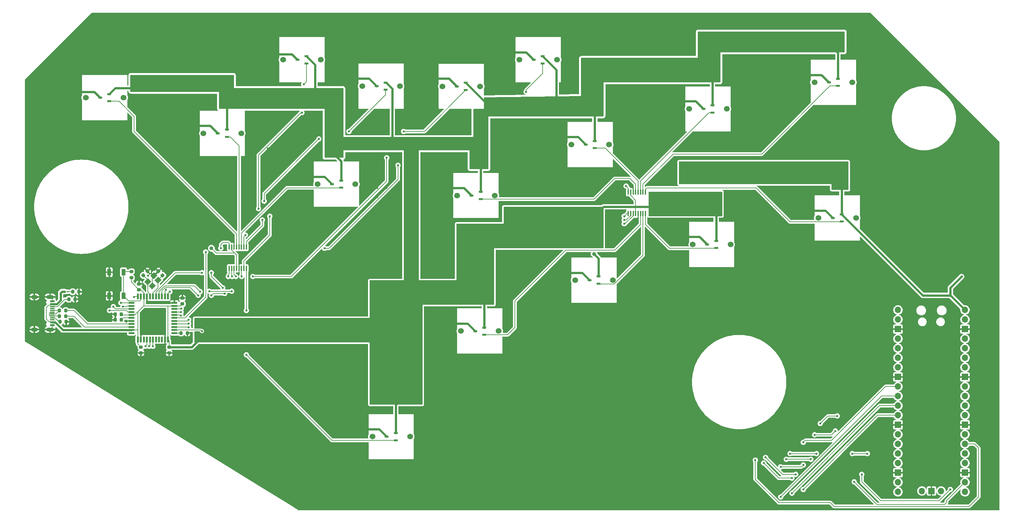
<source format=gbr>
%TF.GenerationSoftware,KiCad,Pcbnew,8.0.8*%
%TF.CreationDate,2025-02-16T17:42:49-08:00*%
%TF.ProjectId,MainBoard_RP2040,4d61696e-426f-4617-9264-5f5250323034,rev?*%
%TF.SameCoordinates,Original*%
%TF.FileFunction,Copper,L2,Bot*%
%TF.FilePolarity,Positive*%
%FSLAX46Y46*%
G04 Gerber Fmt 4.6, Leading zero omitted, Abs format (unit mm)*
G04 Created by KiCad (PCBNEW 8.0.8) date 2025-02-16 17:42:49*
%MOMM*%
%LPD*%
G01*
G04 APERTURE LIST*
G04 Aperture macros list*
%AMRoundRect*
0 Rectangle with rounded corners*
0 $1 Rounding radius*
0 $2 $3 $4 $5 $6 $7 $8 $9 X,Y pos of 4 corners*
0 Add a 4 corners polygon primitive as box body*
4,1,4,$2,$3,$4,$5,$6,$7,$8,$9,$2,$3,0*
0 Add four circle primitives for the rounded corners*
1,1,$1+$1,$2,$3*
1,1,$1+$1,$4,$5*
1,1,$1+$1,$6,$7*
1,1,$1+$1,$8,$9*
0 Add four rect primitives between the rounded corners*
20,1,$1+$1,$2,$3,$4,$5,0*
20,1,$1+$1,$4,$5,$6,$7,0*
20,1,$1+$1,$6,$7,$8,$9,0*
20,1,$1+$1,$8,$9,$2,$3,0*%
%AMRotRect*
0 Rectangle, with rotation*
0 The origin of the aperture is its center*
0 $1 length*
0 $2 width*
0 $3 Rotation angle, in degrees counterclockwise*
0 Add horizontal line*
21,1,$1,$2,0,0,$3*%
G04 Aperture macros list end*
%TA.AperFunction,WasherPad*%
%ADD10C,1.530000*%
%TD*%
%TA.AperFunction,ComponentPad*%
%ADD11O,1.700000X1.700000*%
%TD*%
%TA.AperFunction,ComponentPad*%
%ADD12R,1.700000X1.700000*%
%TD*%
%TA.AperFunction,SMDPad,CuDef*%
%ADD13R,1.500000X0.550000*%
%TD*%
%TA.AperFunction,SMDPad,CuDef*%
%ADD14R,0.550000X1.500000*%
%TD*%
%TA.AperFunction,SMDPad,CuDef*%
%ADD15R,1.000000X0.599999*%
%TD*%
%TA.AperFunction,SMDPad,CuDef*%
%ADD16RoundRect,0.225000X0.250000X-0.225000X0.250000X0.225000X-0.250000X0.225000X-0.250000X-0.225000X0*%
%TD*%
%TA.AperFunction,SMDPad,CuDef*%
%ADD17RoundRect,0.225000X-0.017678X0.335876X-0.335876X0.017678X0.017678X-0.335876X0.335876X-0.017678X0*%
%TD*%
%TA.AperFunction,SMDPad,CuDef*%
%ADD18RoundRect,0.100000X0.130000X0.100000X-0.130000X0.100000X-0.130000X-0.100000X0.130000X-0.100000X0*%
%TD*%
%TA.AperFunction,SMDPad,CuDef*%
%ADD19RoundRect,0.200000X0.200000X0.275000X-0.200000X0.275000X-0.200000X-0.275000X0.200000X-0.275000X0*%
%TD*%
%TA.AperFunction,SMDPad,CuDef*%
%ADD20R,1.000000X1.700000*%
%TD*%
%TA.AperFunction,SMDPad,CuDef*%
%ADD21R,1.150000X0.600000*%
%TD*%
%TA.AperFunction,SMDPad,CuDef*%
%ADD22R,1.150000X0.300000*%
%TD*%
%TA.AperFunction,ComponentPad*%
%ADD23O,2.100000X1.000000*%
%TD*%
%TA.AperFunction,ComponentPad*%
%ADD24O,1.800000X1.000000*%
%TD*%
%TA.AperFunction,SMDPad,CuDef*%
%ADD25RoundRect,0.225000X-0.250000X0.225000X-0.250000X-0.225000X0.250000X-0.225000X0.250000X0.225000X0*%
%TD*%
%TA.AperFunction,SMDPad,CuDef*%
%ADD26RoundRect,0.225000X-0.335876X-0.017678X-0.017678X-0.335876X0.335876X0.017678X0.017678X0.335876X0*%
%TD*%
%TA.AperFunction,SMDPad,CuDef*%
%ADD27RoundRect,0.225000X-0.225000X-0.250000X0.225000X-0.250000X0.225000X0.250000X-0.225000X0.250000X0*%
%TD*%
%TA.AperFunction,SMDPad,CuDef*%
%ADD28RoundRect,0.200000X-0.200000X-0.275000X0.200000X-0.275000X0.200000X0.275000X-0.200000X0.275000X0*%
%TD*%
%TA.AperFunction,SMDPad,CuDef*%
%ADD29R,0.355600X1.422400*%
%TD*%
%TA.AperFunction,SMDPad,CuDef*%
%ADD30RotRect,1.400000X1.200000X45.000000*%
%TD*%
%TA.AperFunction,SMDPad,CuDef*%
%ADD31RoundRect,0.200000X0.275000X-0.200000X0.275000X0.200000X-0.275000X0.200000X-0.275000X-0.200000X0*%
%TD*%
%TA.AperFunction,SMDPad,CuDef*%
%ADD32RoundRect,0.225000X0.225000X0.250000X-0.225000X0.250000X-0.225000X-0.250000X0.225000X-0.250000X0*%
%TD*%
%TA.AperFunction,ViaPad*%
%ADD33C,0.600000*%
%TD*%
%TA.AperFunction,ViaPad*%
%ADD34C,1.000000*%
%TD*%
%TA.AperFunction,Conductor*%
%ADD35C,0.200000*%
%TD*%
%TA.AperFunction,Conductor*%
%ADD36C,0.600000*%
%TD*%
G04 APERTURE END LIST*
D10*
%TO.P,U31,*%
%TO.N,*%
X196700000Y-43050002D03*
X206700000Y-43050002D03*
%TD*%
%TO.P,U29,*%
%TO.N,*%
X165500000Y-52500003D03*
X175500000Y-52500003D03*
%TD*%
%TO.P,U23,*%
%TO.N,*%
X151700000Y-30000000D03*
X161700000Y-30000000D03*
%TD*%
%TO.P,U35,*%
%TO.N,*%
X166500000Y-88450001D03*
X176500000Y-88450001D03*
%TD*%
%TO.P,U30,*%
%TO.N,*%
X197700000Y-79000000D03*
X207700000Y-79000000D03*
%TD*%
%TO.P,U27,*%
%TO.N,*%
X131300000Y-37050002D03*
X141300000Y-37050002D03*
%TD*%
%TO.P,U22,*%
%TO.N,*%
X110000000Y-37000000D03*
X120000000Y-37000000D03*
%TD*%
D11*
%TO.P,U37,1,GPIO0*%
%TO.N,unconnected-(U37-GPIO0-Pad1)*%
X252110000Y-96370000D03*
%TO.P,U37,2,GPIO1*%
%TO.N,unconnected-(U37-GPIO1-Pad2)*%
X252110000Y-98910000D03*
D12*
%TO.P,U37,3,GND*%
%TO.N,GND*%
X252110000Y-101450000D03*
D11*
%TO.P,U37,4,GPIO2*%
%TO.N,/U*%
X252110000Y-103990000D03*
%TO.P,U37,5,GPIO3*%
%TO.N,/D*%
X252110000Y-106530000D03*
%TO.P,U37,6,GPIO4*%
%TO.N,/R*%
X252110000Y-109070000D03*
%TO.P,U37,7,GPIO5*%
%TO.N,/L*%
X252110000Y-111610000D03*
D12*
%TO.P,U37,8,GND*%
%TO.N,GND*%
X252110000Y-114150000D03*
D11*
%TO.P,U37,9,GPIO6*%
%TO.N,/LK*%
X252110000Y-116690000D03*
%TO.P,U37,10,GPIO7*%
%TO.N,/MK*%
X252110000Y-119230000D03*
%TO.P,U37,11,GPIO8*%
%TO.N,/HK*%
X252110000Y-121770000D03*
%TO.P,U37,12,GPIO9*%
%TO.N,/SHK*%
X252110000Y-124310000D03*
D12*
%TO.P,U37,13,GND*%
%TO.N,GND*%
X252110000Y-126850000D03*
D11*
%TO.P,U37,14,GPIO10*%
%TO.N,/LP*%
X252110000Y-129390000D03*
%TO.P,U37,15,GPIO11*%
%TO.N,/MP*%
X252110000Y-131930000D03*
%TO.P,U37,16,GPIO12*%
%TO.N,/HP*%
X252110000Y-134470000D03*
%TO.P,U37,17,GPIO13*%
%TO.N,/SHP*%
X252110000Y-137010000D03*
D12*
%TO.P,U37,18,GND*%
%TO.N,GND*%
X252110000Y-139550000D03*
D11*
%TO.P,U37,19,GPIO14*%
%TO.N,/TURBO*%
X252110000Y-142090000D03*
%TO.P,U37,20,GPIO15*%
%TO.N,unconnected-(U37-GPIO15-Pad20)*%
X252110000Y-144630000D03*
%TO.P,U37,21,GPIO16*%
%TO.N,/SELECT*%
X269890000Y-144630000D03*
%TO.P,U37,22,GPIO17*%
%TO.N,/START*%
X269890000Y-142090000D03*
D12*
%TO.P,U37,23,GND*%
%TO.N,GND*%
X269890000Y-139550000D03*
D11*
%TO.P,U37,24,GPIO18*%
%TO.N,/HOST_D-*%
X269890000Y-137010000D03*
%TO.P,U37,25,GPIO19*%
%TO.N,/HOST_D+*%
X269890000Y-134470000D03*
%TO.P,U37,26,GPIO20*%
%TO.N,/HOME*%
X269890000Y-131930000D03*
%TO.P,U37,27,GPIO21*%
%TO.N,unconnected-(U37-GPIO21-Pad27)*%
X269890000Y-129390000D03*
D12*
%TO.P,U37,28,GND*%
%TO.N,GND*%
X269890000Y-126850000D03*
D11*
%TO.P,U37,29,GPIO22*%
%TO.N,unconnected-(U37-GPIO22-Pad29)*%
X269890000Y-124310000D03*
%TO.P,U37,30,RUN*%
%TO.N,unconnected-(U37-RUN-Pad30)*%
X269890000Y-121770000D03*
%TO.P,U37,31,GPIO26_ADC0*%
%TO.N,unconnected-(U37-GPIO26_ADC0-Pad31)*%
X269890000Y-119230000D03*
%TO.P,U37,32,GPIO27_ADC1*%
%TO.N,unconnected-(U37-GPIO27_ADC1-Pad32)*%
X269890000Y-116690000D03*
D12*
%TO.P,U37,33,AGND*%
%TO.N,GND*%
X269890000Y-114150000D03*
D11*
%TO.P,U37,34,GPIO28_ADC2*%
%TO.N,unconnected-(U37-GPIO28_ADC2-Pad34)*%
X269890000Y-111610000D03*
%TO.P,U37,35,ADC_VREF*%
%TO.N,unconnected-(U37-ADC_VREF-Pad35)*%
X269890000Y-109070000D03*
%TO.P,U37,36,3V3*%
%TO.N,unconnected-(U37-3V3-Pad36)*%
X269890000Y-106530000D03*
%TO.P,U37,37,3V3_EN*%
%TO.N,unconnected-(U37-3V3_EN-Pad37)*%
X269890000Y-103990000D03*
D12*
%TO.P,U37,38,GND*%
%TO.N,GND*%
X269890000Y-101450000D03*
D11*
%TO.P,U37,39,VSYS*%
%TO.N,unconnected-(U37-VSYS-Pad39)*%
X269890000Y-98910000D03*
%TO.P,U37,40,VBUS*%
%TO.N,VCC*%
X269890000Y-96370000D03*
%TO.P,U37,41,SWCLK*%
%TO.N,unconnected-(U37-SWCLK-Pad41)*%
X258460000Y-144400000D03*
D12*
%TO.P,U37,42,GND*%
%TO.N,GND*%
X261000000Y-144400000D03*
D11*
%TO.P,U37,43,SWDIO*%
%TO.N,unconnected-(U37-SWDIO-Pad43)*%
X263540000Y-144400000D03*
%TD*%
D10*
%TO.P,U21,*%
%TO.N,*%
X89000000Y-30000000D03*
X99000000Y-30000000D03*
%TD*%
%TO.P,U26,*%
%TO.N,*%
X231000000Y-71950001D03*
X241000000Y-71950001D03*
%TD*%
%TO.P,U2,*%
%TO.N,*%
X36700000Y-40050002D03*
X46700000Y-40050002D03*
%TD*%
%TO.P,U24,*%
%TO.N,*%
X67900000Y-49500003D03*
X77900000Y-49500003D03*
%TD*%
%TO.P,U33,*%
%TO.N,*%
X112700000Y-130000000D03*
X122700000Y-130000000D03*
%TD*%
%TO.P,U32,*%
%TO.N,*%
X135200000Y-66000000D03*
X145200000Y-66000000D03*
%TD*%
%TO.P,U25,*%
%TO.N,*%
X230000000Y-36000003D03*
X240000000Y-36000003D03*
%TD*%
%TO.P,U28,*%
%TO.N,*%
X98200000Y-63000000D03*
X108200000Y-63000000D03*
%TD*%
%TO.P,U34,*%
%TO.N,*%
X136200000Y-101949998D03*
X146200000Y-101949998D03*
%TD*%
D13*
%TO.P,U20,1,PE6*%
%TO.N,unconnected-(U20-PE6-Pad1)*%
X48800000Y-102500000D03*
%TO.P,U20,2,UVCC*%
%TO.N,VCC*%
X48800000Y-101700000D03*
%TO.P,U20,3,D-*%
%TO.N,Net-(U20-D-)*%
X48800000Y-100900000D03*
%TO.P,U20,4,D+*%
%TO.N,Net-(U20-D+)*%
X48800000Y-100100000D03*
%TO.P,U20,5,UGND*%
%TO.N,GND*%
X48800000Y-99300000D03*
%TO.P,U20,6,UCAP*%
%TO.N,Net-(U20-UCAP)*%
X48800000Y-98500000D03*
%TO.P,U20,7,VBUS*%
%TO.N,VCC*%
X48800000Y-97700000D03*
%TO.P,U20,8,PB0*%
%TO.N,NOT_CS1*%
X48800000Y-96900000D03*
%TO.P,U20,9,PB1*%
%TO.N,SCLK*%
X48800000Y-96100000D03*
%TO.P,U20,10,PB2*%
%TO.N,MOSI*%
X48800000Y-95300000D03*
%TO.P,U20,11,PB3*%
%TO.N,MISO*%
X48800000Y-94500000D03*
D14*
%TO.P,U20,12,PB7*%
%TO.N,/L*%
X50500000Y-92800000D03*
%TO.P,U20,13,~{RESET}*%
%TO.N,Net-(U20-~{RESET})*%
X51300000Y-92800000D03*
%TO.P,U20,14,VCC*%
%TO.N,VCC*%
X52100000Y-92800000D03*
%TO.P,U20,15,GND*%
%TO.N,GND*%
X52900000Y-92800000D03*
%TO.P,U20,16,XTAL2*%
%TO.N,Net-(U20-XTAL2)*%
X53700000Y-92800000D03*
%TO.P,U20,17,XTAL1*%
%TO.N,Net-(U20-XTAL1)*%
X54500000Y-92800000D03*
%TO.P,U20,18,PD0*%
%TO.N,/SELECT*%
X55300000Y-92800000D03*
%TO.P,U20,19,PD1*%
%TO.N,/HOME*%
X56100000Y-92800000D03*
%TO.P,U20,20,PD2*%
%TO.N,/TURBO*%
X56900000Y-92800000D03*
%TO.P,U20,21,PD3*%
%TO.N,/LP*%
X57700000Y-92800000D03*
%TO.P,U20,22,PD5*%
%TO.N,/HP*%
X58500000Y-92800000D03*
D13*
%TO.P,U20,23,GND*%
%TO.N,GND*%
X60200000Y-94500000D03*
%TO.P,U20,24,AVCC*%
%TO.N,VCC*%
X60200000Y-95300000D03*
%TO.P,U20,25,PD4*%
%TO.N,/MP*%
X60200000Y-96100000D03*
%TO.P,U20,26,PD6*%
%TO.N,/SHP*%
X60200000Y-96900000D03*
%TO.P,U20,27,PD7*%
%TO.N,/LK*%
X60200000Y-97700000D03*
%TO.P,U20,28,PB4*%
%TO.N,NOT_CS2*%
X60200000Y-98500000D03*
%TO.P,U20,29,PB5*%
%TO.N,/U*%
X60200000Y-99300000D03*
%TO.P,U20,30,PB6*%
%TO.N,/D*%
X60200000Y-100100000D03*
%TO.P,U20,31,PC6*%
%TO.N,/R*%
X60200000Y-100900000D03*
%TO.P,U20,32,PC7*%
%TO.N,/START*%
X60200000Y-101700000D03*
%TO.P,U20,33,~{HWB}/PE2*%
%TO.N,Net-(U20-~{HWB}{slash}PE2)*%
X60200000Y-102500000D03*
D14*
%TO.P,U20,34,VCC*%
%TO.N,VCC*%
X58500000Y-104200000D03*
%TO.P,U20,35,GND*%
%TO.N,GND*%
X57700000Y-104200000D03*
%TO.P,U20,36,PF7*%
%TO.N,unconnected-(U20-PF7-Pad36)*%
X56900000Y-104200000D03*
%TO.P,U20,37,PF6*%
%TO.N,unconnected-(U20-PF6-Pad37)*%
X56100000Y-104200000D03*
%TO.P,U20,38,PF5*%
%TO.N,unconnected-(U20-PF5-Pad38)*%
X55300000Y-104200000D03*
%TO.P,U20,39,PF4*%
%TO.N,/SHK*%
X54500000Y-104200000D03*
%TO.P,U20,40,PF1*%
%TO.N,/HK*%
X53700000Y-104200000D03*
%TO.P,U20,41,PF0*%
%TO.N,/MK*%
X52900000Y-104200000D03*
%TO.P,U20,42,AREF*%
%TO.N,unconnected-(U20-AREF-Pad42)*%
X52100000Y-104200000D03*
%TO.P,U20,43,GND*%
%TO.N,GND*%
X51300000Y-104200000D03*
%TO.P,U20,44,AVCC*%
%TO.N,VCC*%
X50500000Y-104200000D03*
%TD*%
D15*
%TO.P,U4,1,VCC*%
%TO.N,VCC*%
X171700000Y-51550002D03*
%TO.P,U4,2,OUT*%
%TO.N,MPA*%
X171700000Y-53450001D03*
%TO.P,U4,3,GND*%
%TO.N,GND*%
X169300000Y-52500003D03*
%TD*%
%TO.P,U12,1,VCC*%
%TO.N,VCC*%
X142400000Y-101049999D03*
%TO.P,U12,2,OUT*%
%TO.N,LKA*%
X142400000Y-102949998D03*
%TO.P,U12,3,GND*%
%TO.N,GND*%
X140000000Y-102000000D03*
%TD*%
D16*
%TO.P,C7,1*%
%TO.N,VCC*%
X50800000Y-91000000D03*
%TO.P,C7,2*%
%TO.N,GND*%
X50800000Y-89450000D03*
%TD*%
D17*
%TO.P,C10,1*%
%TO.N,GND*%
X53060140Y-86108489D03*
%TO.P,C10,2*%
%TO.N,Net-(U20-XTAL2)*%
X51964124Y-87204505D03*
%TD*%
D15*
%TO.P,U6,1,VCC*%
%TO.N,VCC*%
X236200000Y-35050002D03*
%TO.P,U6,2,OUT*%
%TO.N,SHPA*%
X236200000Y-36950001D03*
%TO.P,U6,3,GND*%
%TO.N,GND*%
X233800000Y-36000003D03*
%TD*%
D18*
%TO.P,,1,K*%
%TO.N,Net-(D2-K)*%
X31860000Y-91540000D03*
%TD*%
D19*
%TO.P,R3,1*%
%TO.N,Net-(U20-D-)*%
X31365000Y-98040000D03*
%TO.P,R3,2*%
%TO.N,/D-*%
X29715000Y-98040000D03*
%TD*%
%TO.P,R9,1*%
%TO.N,GND*%
X31500000Y-99500000D03*
%TO.P,R9,2*%
%TO.N,Net-(J1-CC1)*%
X29850000Y-99500000D03*
%TD*%
D20*
%TO.P,SW_RESET1,1,1*%
%TO.N,GND*%
X42900000Y-86350000D03*
X42900000Y-92650000D03*
%TO.P,SW_RESET1,2,2*%
%TO.N,Net-(U20-~{RESET})*%
X46700000Y-86350000D03*
X46700000Y-92650000D03*
%TD*%
D21*
%TO.P,J1,A1_B12,GND*%
%TO.N,GND*%
X27795000Y-100440000D03*
%TO.P,J1,A4_B9,VBUS*%
%TO.N,VCC*%
X27795000Y-99640000D03*
D22*
%TO.P,J1,A5,CC1*%
%TO.N,Net-(J1-CC1)*%
X27795000Y-98490000D03*
%TO.P,J1,A6,DP1*%
%TO.N,/D+*%
X27795000Y-97490000D03*
%TO.P,J1,A7,DN1*%
%TO.N,/D-*%
X27795000Y-96990000D03*
%TO.P,J1,A8,SBU1*%
%TO.N,unconnected-(J1-SBU1-PadA8)*%
X27795000Y-95990000D03*
D21*
%TO.P,J1,B1_A12,GND__1*%
%TO.N,GND*%
X27795000Y-94040000D03*
%TO.P,J1,B4_A9,VBUS__1*%
%TO.N,VCC*%
X27795000Y-94840000D03*
D22*
%TO.P,J1,B5,CC2*%
%TO.N,Net-(J1-CC2)*%
X27795000Y-95490000D03*
%TO.P,J1,B6,DP2*%
%TO.N,/D+*%
X27795000Y-96490000D03*
%TO.P,J1,B7,DN2*%
%TO.N,/D-*%
X27795000Y-97990000D03*
%TO.P,J1,B8,SBU2*%
%TO.N,unconnected-(J1-SBU2-PadB8)*%
X27795000Y-98990000D03*
D23*
%TO.P,J1,SH1,SHELL_GND*%
%TO.N,GND*%
X27220000Y-101560000D03*
%TO.P,J1,SH2,SHELL_GND__1*%
X27220000Y-92920000D03*
D24*
%TO.P,J1,SH3,SHELL_GND__2*%
X23040000Y-101560000D03*
%TO.P,J1,SH4,SHELL_GND__3*%
X23040000Y-92920000D03*
%TD*%
D25*
%TO.P,C3,1*%
%TO.N,VCC*%
X51300000Y-106225000D03*
%TO.P,C3,2*%
%TO.N,GND*%
X51300000Y-107775000D03*
%TD*%
D26*
%TO.P,C8,1*%
%TO.N,GND*%
X55964124Y-86108489D03*
%TO.P,C8,2*%
%TO.N,Net-(U20-XTAL1)*%
X57060140Y-87204505D03*
%TD*%
D27*
%TO.P,C11,1*%
%TO.N,GND*%
X44525000Y-99000000D03*
%TO.P,C11,2*%
%TO.N,Net-(U20-UCAP)*%
X46075000Y-99000000D03*
%TD*%
D25*
%TO.P,C4,1*%
%TO.N,VCC*%
X58800000Y-106225000D03*
%TO.P,C4,2*%
%TO.N,GND*%
X58800000Y-107775000D03*
%TD*%
D15*
%TO.P,U8,1,VCC*%
%TO.N,VCC*%
X74100000Y-48550002D03*
%TO.P,U8,2,OUT*%
%TO.N,DA*%
X74100000Y-50450001D03*
%TO.P,U8,3,GND*%
%TO.N,GND*%
X71700000Y-49500003D03*
%TD*%
%TO.P,U14,1,VCC*%
%TO.N,VCC*%
X237200000Y-71000000D03*
%TO.P,U14,2,OUT*%
%TO.N,SHKA*%
X237200000Y-72899999D03*
%TO.P,U14,3,GND*%
%TO.N,GND*%
X234800000Y-71950001D03*
%TD*%
%TO.P,U7,1,VCC*%
%TO.N,VCC*%
X118900000Y-129049999D03*
%TO.P,U7,2,OUT*%
%TO.N,UA*%
X118900000Y-130949998D03*
%TO.P,U7,3,GND*%
%TO.N,GND*%
X116500000Y-130000000D03*
%TD*%
D28*
%TO.P,R7,1*%
%TO.N,Net-(U20-~{HWB}{slash}PE2)*%
X61975000Y-102500000D03*
%TO.P,R7,2*%
%TO.N,GND*%
X63625000Y-102500000D03*
%TD*%
D15*
%TO.P,U13,1,VCC*%
%TO.N,VCC*%
X172700000Y-87500000D03*
%TO.P,U13,2,OUT*%
%TO.N,MKA*%
X172700000Y-89399999D03*
%TO.P,U13,3,GND*%
%TO.N,GND*%
X170300000Y-88450001D03*
%TD*%
%TO.P,U10,1,VCC*%
%TO.N,VCC*%
X104400000Y-62049999D03*
%TO.P,U10,2,OUT*%
%TO.N,RA*%
X104400000Y-63949998D03*
%TO.P,U10,3,GND*%
%TO.N,GND*%
X102000000Y-63000000D03*
%TD*%
D29*
%TO.P,U1,1,~CS*%
%TO.N,NOT_CS1*%
X180569801Y-65130199D03*
%TO.P,U1,2,VA*%
%TO.N,VCC*%
X181219799Y-65130199D03*
%TO.P,U1,3,AGND*%
%TO.N,GND*%
X181869801Y-65130199D03*
%TO.P,U1,4,IN0*%
%TO.N,LPA*%
X182519799Y-65130199D03*
%TO.P,U1,5,IN1*%
%TO.N,MPA*%
X183169798Y-65130199D03*
%TO.P,U1,6,IN2*%
%TO.N,HPA*%
X183819799Y-65130199D03*
%TO.P,U1,7,IN3*%
%TO.N,SHPA*%
X184469798Y-65130199D03*
%TO.P,U1,8,IN4*%
%TO.N,SHKA*%
X185119799Y-65130199D03*
%TO.P,U1,9,IN5*%
%TO.N,HKA*%
X185119799Y-70819799D03*
%TO.P,U1,10,IN6*%
%TO.N,MKA*%
X184469801Y-70819799D03*
%TO.P,U1,11,IN7*%
%TO.N,LKA*%
X183819799Y-70819799D03*
%TO.P,U1,12,DGND*%
%TO.N,GND*%
X183169801Y-70819799D03*
%TO.P,U1,13,VD*%
%TO.N,VCC*%
X182519802Y-70819799D03*
%TO.P,U1,14,DIN*%
%TO.N,MOSI*%
X181869801Y-70819799D03*
%TO.P,U1,15,DOUT*%
%TO.N,MISO*%
X181219802Y-70819799D03*
%TO.P,U1,16,SCLK*%
%TO.N,SCLK*%
X180569801Y-70819799D03*
%TD*%
D30*
%TO.P,Y2,1,1*%
%TO.N,Net-(U20-XTAL2)*%
X53168629Y-88868629D03*
%TO.P,Y2,2,2*%
%TO.N,GND*%
X54724264Y-87312994D03*
%TO.P,Y2,3,3*%
%TO.N,Net-(U20-XTAL1)*%
X55855635Y-88444365D03*
%TO.P,Y2,4,4*%
%TO.N,GND*%
X54300000Y-90000000D03*
%TD*%
D15*
%TO.P,U16,1,VCC*%
%TO.N,VCC*%
X95200000Y-29049999D03*
%TO.P,U16,2,OUT*%
%TO.N,STARTA*%
X95200000Y-30949998D03*
%TO.P,U16,3,GND*%
%TO.N,GND*%
X92800000Y-30000000D03*
%TD*%
%TO.P,U18,1,VCC*%
%TO.N,VCC*%
X137500000Y-36100001D03*
%TO.P,U18,2,OUT*%
%TO.N,TURBOA*%
X137500000Y-38000000D03*
%TO.P,U18,3,GND*%
%TO.N,GND*%
X135100000Y-37050002D03*
%TD*%
D18*
%TO.P,D2,1,K*%
%TO.N,Net-(D2-K)*%
X31860000Y-91540000D03*
%TO.P,D2,2,A*%
%TO.N,VCC*%
X31220000Y-91540000D03*
%TD*%
D15*
%TO.P,U19,1,VCC*%
%TO.N,VCC*%
X203900000Y-78049999D03*
%TO.P,U19,2,OUT*%
%TO.N,HKA*%
X203900000Y-79949998D03*
%TO.P,U19,3,GND*%
%TO.N,GND*%
X201500000Y-79000000D03*
%TD*%
%TO.P,U11,1,VCC*%
%TO.N,VCC*%
X141400000Y-65049999D03*
%TO.P,U11,2,OUT*%
%TO.N,LPA*%
X141400000Y-66949998D03*
%TO.P,U11,3,GND*%
%TO.N,GND*%
X139000000Y-66000000D03*
%TD*%
D19*
%TO.P,R5,1*%
%TO.N,GND*%
X34865000Y-91540000D03*
%TO.P,R5,2*%
%TO.N,Net-(D2-K)*%
X33215000Y-91540000D03*
%TD*%
D15*
%TO.P,U15,1,VCC*%
%TO.N,VCC*%
X157900000Y-29049999D03*
%TO.P,U15,2,OUT*%
%TO.N,SELECTA*%
X157900000Y-30949998D03*
%TO.P,U15,3,GND*%
%TO.N,GND*%
X155500000Y-30000000D03*
%TD*%
D29*
%TO.P,U3,1,~CS*%
%TO.N,NOT_CS2*%
X74725001Y-79655200D03*
%TO.P,U3,2,VA*%
%TO.N,VCC*%
X75374999Y-79655200D03*
%TO.P,U3,3,AGND*%
%TO.N,GND*%
X76025001Y-79655200D03*
%TO.P,U3,4,IN0*%
%TO.N,LA*%
X76674999Y-79655200D03*
%TO.P,U3,5,IN1*%
%TO.N,DA*%
X77324998Y-79655200D03*
%TO.P,U3,6,IN2*%
%TO.N,RA*%
X77974999Y-79655200D03*
%TO.P,U3,7,IN3*%
%TO.N,SELECTA*%
X78624998Y-79655200D03*
%TO.P,U3,8,IN4*%
%TO.N,STARTA*%
X79274999Y-79655200D03*
%TO.P,U3,9,IN5*%
%TO.N,UA*%
X79274999Y-85344800D03*
%TO.P,U3,10,IN6*%
%TO.N,HOMEA*%
X78625001Y-85344800D03*
%TO.P,U3,11,IN7*%
%TO.N,TURBOA*%
X77974999Y-85344800D03*
%TO.P,U3,12,DGND*%
%TO.N,GND*%
X77325001Y-85344800D03*
%TO.P,U3,13,VD*%
%TO.N,VCC*%
X76675002Y-85344800D03*
%TO.P,U3,14,DIN*%
%TO.N,MOSI*%
X76025001Y-85344800D03*
%TO.P,U3,15,DOUT*%
%TO.N,MISO*%
X75375002Y-85344800D03*
%TO.P,U3,16,SCLK*%
%TO.N,SCLK*%
X74725001Y-85344800D03*
%TD*%
D28*
%TO.P,R2,1*%
%TO.N,/D+*%
X29715000Y-96540000D03*
%TO.P,R2,2*%
%TO.N,Net-(U20-D+)*%
X31365000Y-96540000D03*
%TD*%
D16*
%TO.P,C6,1*%
%TO.N,VCC*%
X62300000Y-94775000D03*
%TO.P,C6,2*%
%TO.N,GND*%
X62300000Y-93225000D03*
%TD*%
D28*
%TO.P,R10,1*%
%TO.N,Net-(J1-CC2)*%
X32215000Y-93540000D03*
%TO.P,R10,2*%
%TO.N,GND*%
X33865000Y-93540000D03*
%TD*%
D15*
%TO.P,U9,1,VCC*%
%TO.N,VCC*%
X42900000Y-39100001D03*
%TO.P,U9,2,OUT*%
%TO.N,LA*%
X42900000Y-41000000D03*
%TO.P,U9,3,GND*%
%TO.N,GND*%
X40500000Y-40050002D03*
%TD*%
D31*
%TO.P,R6,1*%
%TO.N,VCC*%
X48800000Y-87825000D03*
%TO.P,R6,2*%
%TO.N,Net-(U20-~{RESET})*%
X48800000Y-86175000D03*
%TD*%
D15*
%TO.P,U17,1,VCC*%
%TO.N,VCC*%
X116200000Y-36049999D03*
%TO.P,U17,2,OUT*%
%TO.N,HOMEA*%
X116200000Y-37949998D03*
%TO.P,U17,3,GND*%
%TO.N,GND*%
X113800000Y-37000000D03*
%TD*%
D32*
%TO.P,C5,1*%
%TO.N,VCC*%
X46075000Y-97500000D03*
%TO.P,C5,2*%
%TO.N,GND*%
X44525000Y-97500000D03*
%TD*%
D15*
%TO.P,U5,1,VCC*%
%TO.N,VCC*%
X202900000Y-42100001D03*
%TO.P,U5,2,OUT*%
%TO.N,HPA*%
X202900000Y-44000000D03*
%TO.P,U5,3,GND*%
%TO.N,GND*%
X200500000Y-43050002D03*
%TD*%
D30*
%TO.P,,1,1*%
%TO.N,Net-(U20-XTAL2)*%
X53168629Y-88868629D03*
%TD*%
D33*
%TO.N,GND*%
X60000000Y-93000000D03*
X57500000Y-94500000D03*
X54000000Y-94500000D03*
X57500000Y-107000000D03*
X55500000Y-101500000D03*
X55500000Y-99000000D03*
X52500000Y-99000000D03*
X52500000Y-102000000D03*
X147000000Y-112000000D03*
X108500000Y-133500000D03*
X108500000Y-125000000D03*
X128500000Y-127500000D03*
X81000000Y-113500000D03*
X74000000Y-121500000D03*
X72000000Y-120000000D03*
X66500000Y-114000000D03*
X65000000Y-110500000D03*
X51000000Y-109000000D03*
X46000000Y-107000000D03*
X62000000Y-91500000D03*
X64500000Y-94000000D03*
X69500000Y-95000000D03*
X73500000Y-95000000D03*
X77500000Y-93500000D03*
X76000000Y-90000000D03*
X65500000Y-85000000D03*
X61500000Y-84500000D03*
X50500000Y-83500000D03*
X40000000Y-90000000D03*
X35000000Y-88500000D03*
X39500000Y-98000000D03*
X37500000Y-96500000D03*
X36000000Y-95000000D03*
X33500000Y-95000000D03*
X33500000Y-100000000D03*
X184500000Y-91000000D03*
X186000000Y-91000000D03*
X87000000Y-53500000D03*
X153000000Y-52500000D03*
X129000000Y-60000000D03*
X180500000Y-45000000D03*
X216500000Y-73500000D03*
X175500000Y-67000000D03*
X128000000Y-61500000D03*
X216000000Y-39500000D03*
X128000000Y-62500000D03*
X215000000Y-39500000D03*
X187500000Y-91000000D03*
X87000000Y-57500000D03*
X186000000Y-88000000D03*
X216000000Y-36500000D03*
X59500000Y-46000000D03*
X192500000Y-73500000D03*
X114000000Y-64000000D03*
X216500000Y-75000000D03*
X190500000Y-77500000D03*
X177000000Y-70500000D03*
X182000000Y-43500000D03*
X157000000Y-52500000D03*
X216000000Y-38000000D03*
X93000000Y-110000000D03*
X141000000Y-124500000D03*
X155000000Y-52500000D03*
X89000000Y-55500000D03*
X159000000Y-52500000D03*
X130000000Y-62500000D03*
X187500000Y-89500000D03*
X139500000Y-127000000D03*
X58000000Y-47500000D03*
X175500000Y-75500000D03*
X85000000Y-55500000D03*
X214000000Y-38000000D03*
X89000000Y-53500000D03*
X228500000Y-66500000D03*
X186000000Y-89500000D03*
X178500000Y-64000000D03*
X159000000Y-54500000D03*
X180500000Y-42000000D03*
X119000000Y-70000000D03*
X130000000Y-61500000D03*
X225500000Y-69000000D03*
X155000000Y-58500000D03*
X141000000Y-127000000D03*
X213500000Y-76500000D03*
X34500000Y-52500000D03*
X36000000Y-52500000D03*
X157000000Y-58500000D03*
X177000000Y-67000000D03*
X213500000Y-75000000D03*
X190500000Y-73500000D03*
X116500000Y-68000000D03*
X216500000Y-76500000D03*
X214000000Y-36500000D03*
X187500000Y-88000000D03*
X213500000Y-73500000D03*
X128000000Y-60000000D03*
X157000000Y-54500000D03*
X89000000Y-57500000D03*
X138000000Y-122500000D03*
X175500000Y-65500000D03*
X177000000Y-64000000D03*
X116500000Y-66500000D03*
X59500000Y-49000000D03*
X61000000Y-47500000D03*
X36000000Y-54500000D03*
X194500000Y-73500000D03*
X87000000Y-55500000D03*
X93000000Y-111500000D03*
X37500000Y-51000000D03*
X94500000Y-108500000D03*
X139500000Y-122500000D03*
X91500000Y-111500000D03*
X116500000Y-70000000D03*
X184500000Y-89500000D03*
X119000000Y-68000000D03*
X153000000Y-54500000D03*
X178500000Y-65500000D03*
X194500000Y-75500000D03*
X159000000Y-56500000D03*
X114000000Y-66500000D03*
X129000000Y-62500000D03*
X155000000Y-56500000D03*
X182000000Y-45000000D03*
X139500000Y-124500000D03*
X130000000Y-60000000D03*
X34500000Y-51000000D03*
X190500000Y-75500000D03*
X215000000Y-76500000D03*
X58000000Y-46000000D03*
X215000000Y-38000000D03*
X177000000Y-77000000D03*
X37500000Y-52500000D03*
X138000000Y-127000000D03*
X37500000Y-54500000D03*
X91500000Y-110000000D03*
X180500000Y-43500000D03*
X85000000Y-53500000D03*
X215000000Y-75000000D03*
X177000000Y-65500000D03*
X47500000Y-99500000D03*
X153000000Y-56500000D03*
X129000000Y-61500000D03*
X58000000Y-49000000D03*
X228500000Y-69000000D03*
X93000000Y-108500000D03*
X91500000Y-108500000D03*
X225500000Y-66500000D03*
X94500000Y-111500000D03*
X184500000Y-88000000D03*
X59500000Y-47500000D03*
X222500000Y-69000000D03*
X157000000Y-56500000D03*
X183500000Y-42000000D03*
X138000000Y-124500000D03*
X36000000Y-51000000D03*
X34500000Y-54500000D03*
X194500000Y-77500000D03*
X222500000Y-66500000D03*
X155000000Y-54500000D03*
X85000000Y-57500000D03*
X175500000Y-77000000D03*
X192500000Y-75500000D03*
X94500000Y-110000000D03*
X159000000Y-58500000D03*
X61000000Y-46000000D03*
X183500000Y-43500000D03*
X222500000Y-64000000D03*
X141000000Y-122500000D03*
X215000000Y-73500000D03*
X175500000Y-70500000D03*
X225500000Y-64000000D03*
X153000000Y-58500000D03*
X182000000Y-42000000D03*
X192500000Y-77500000D03*
X116500000Y-64000000D03*
X177000000Y-75500000D03*
X61000000Y-49000000D03*
X214000000Y-39500000D03*
X215000000Y-36500000D03*
X228500000Y-64000000D03*
X178500000Y-67000000D03*
X183500000Y-45000000D03*
X178500000Y-75500000D03*
D34*
%TO.N,VCC*%
X171000000Y-78500000D03*
D33*
X269000000Y-87500000D03*
D34*
X171500000Y-81500000D03*
D33*
X202500000Y-66000000D03*
X202500000Y-62500000D03*
D34*
X53500000Y-38000000D03*
X70000000Y-80000000D03*
D33*
%TO.N,SCLK*%
X74500000Y-87500000D03*
X179500000Y-71500000D03*
X44000000Y-95500000D03*
%TO.N,MOSI*%
X179500000Y-73500000D03*
X76500000Y-87500000D03*
X46500000Y-95500000D03*
%TO.N,NOT_CS1*%
X180000000Y-63500000D03*
X43000000Y-96500000D03*
%TO.N,MISO*%
X179500000Y-72500000D03*
X46000000Y-94500000D03*
X75500000Y-87500000D03*
%TO.N,UA*%
X79274999Y-108274999D03*
X79274999Y-96500000D03*
%TO.N,HOMEA*%
X106500000Y-49000000D03*
X98500000Y-51000000D03*
X85500000Y-71500000D03*
X84000000Y-67500000D03*
%TO.N,SELECTA*%
X153500000Y-38500000D03*
X119500000Y-58000000D03*
X79000000Y-76500000D03*
X100000000Y-80000000D03*
%TO.N,TURBOA*%
X78000000Y-87500000D03*
X81000000Y-87500000D03*
X121000000Y-49000000D03*
X116500000Y-56000000D03*
%TO.N,NOT_CS2*%
X68500000Y-81000000D03*
X72500000Y-80000000D03*
%TO.N,STARTA*%
X94500000Y-36500000D03*
X83500000Y-72500000D03*
X82500000Y-69500000D03*
X94000000Y-44000000D03*
%TO.N,/TURBO*%
X216500000Y-137000000D03*
X66500000Y-92500000D03*
X70000000Y-92500000D03*
X224000000Y-141000000D03*
X73500000Y-92000000D03*
%TO.N,/SELECT*%
X266000000Y-144000000D03*
X73000000Y-90500000D03*
X217000000Y-135500000D03*
X242500000Y-140000000D03*
X225000000Y-140000000D03*
X70000000Y-86500000D03*
X67500000Y-86500000D03*
%TO.N,/HK*%
X224000000Y-145000000D03*
X53500000Y-106000000D03*
%TO.N,/D*%
X64000000Y-100000000D03*
%TO.N,/SHK*%
X54500000Y-106000000D03*
X227000000Y-144000000D03*
%TO.N,/MK*%
X221000000Y-146000000D03*
X52500000Y-106000000D03*
%TO.N,/MP*%
X222500000Y-136000000D03*
X229000000Y-136000000D03*
X62000000Y-96000000D03*
%TO.N,/L*%
X231500000Y-126500000D03*
X49500000Y-93000000D03*
X236000000Y-124500000D03*
%TO.N,/HP*%
X223500000Y-134500000D03*
X244000000Y-134500000D03*
X230500000Y-134500000D03*
X59000000Y-91500000D03*
X240000000Y-134500000D03*
%TO.N,/SHP*%
X227000000Y-137500000D03*
X221000000Y-138000000D03*
X61971446Y-96971446D03*
%TO.N,/LK*%
X227000000Y-131500000D03*
X61896446Y-97896446D03*
%TO.N,/R*%
X64000000Y-101000000D03*
%TO.N,/START*%
X67500000Y-102000000D03*
X240500000Y-142000000D03*
%TO.N,/LP*%
X230000000Y-129500000D03*
X58000000Y-91000000D03*
X235500000Y-128500000D03*
%TO.N,/HOME*%
X75400000Y-91400000D03*
X214282843Y-136217157D03*
X67000000Y-91500000D03*
X69434313Y-91400000D03*
%TO.N,/U*%
X64000000Y-99000000D03*
%TO.N,GND*%
X153000000Y-106000000D03*
X131500000Y-99500000D03*
X164500000Y-96500000D03*
X151000000Y-87500000D03*
X181000000Y-81500000D03*
X194000000Y-85500000D03*
X191500000Y-60500000D03*
X199000000Y-52500000D03*
%TD*%
D35*
%TO.N,GND*%
X27795000Y-100985000D02*
X27220000Y-101560000D01*
X27795000Y-100440000D02*
X27795000Y-100985000D01*
X27795000Y-93495000D02*
X27220000Y-92920000D01*
X27795000Y-94040000D02*
X27795000Y-93495000D01*
%TO.N,Net-(U20-XTAL1)*%
X57060140Y-87239860D02*
X55855635Y-88444365D01*
X55855635Y-90494365D02*
X54500000Y-91850000D01*
X55855635Y-88444365D02*
X55855635Y-90494365D01*
X54500000Y-91850000D02*
X54500000Y-92800000D01*
X57060140Y-87204505D02*
X57060140Y-87239860D01*
D36*
%TO.N,GND*%
X231799997Y-34000000D02*
X228000000Y-34000000D01*
X200500000Y-43050002D02*
X198449998Y-41000000D01*
X135100000Y-37050002D02*
X133049998Y-35000000D01*
X232849999Y-70000000D02*
X229000000Y-70000000D01*
X92800000Y-30000000D02*
X91300000Y-28500000D01*
X163000000Y-50500000D02*
X162000000Y-50500000D01*
X140000000Y-102000000D02*
X138000000Y-100000000D01*
X100000000Y-61000000D02*
X96500000Y-61000000D01*
X234800000Y-71950001D02*
X232849999Y-70000000D01*
X168349999Y-86500000D02*
X164500000Y-86500000D01*
X201500000Y-79000000D02*
X199500000Y-77000000D01*
X114500000Y-128000000D02*
X111000000Y-128000000D01*
X133049998Y-35000000D02*
X128500000Y-35000000D01*
X170300000Y-88450001D02*
X168349999Y-86500000D01*
X91300000Y-28500000D02*
X87000000Y-28500000D01*
X139000000Y-66000000D02*
X137000000Y-64000000D01*
X169300000Y-52500003D02*
X167299997Y-50500000D01*
X113800000Y-37000000D02*
X111800000Y-35000000D01*
X155500000Y-30000000D02*
X153500000Y-28000000D01*
X71700000Y-49500003D02*
X69699997Y-47500000D01*
X137000000Y-64000000D02*
X133500000Y-64000000D01*
X233800000Y-36000003D02*
X231799997Y-34000000D01*
X138000000Y-100000000D02*
X134000000Y-100000000D01*
X40500000Y-40050002D02*
X38949998Y-38500000D01*
X153500000Y-28000000D02*
X150000000Y-28000000D01*
X116500000Y-130000000D02*
X114500000Y-128000000D01*
X69699997Y-47500000D02*
X66000000Y-47500000D01*
X167299997Y-50500000D02*
X163000000Y-50500000D01*
D35*
X54300000Y-90000000D02*
X54300000Y-87737258D01*
D36*
X38949998Y-38500000D02*
X35000000Y-38500000D01*
D35*
X54300000Y-87737258D02*
X54724264Y-87312994D01*
D36*
X102000000Y-63000000D02*
X100000000Y-61000000D01*
X198449998Y-41000000D02*
X194000000Y-41000000D01*
X199500000Y-77000000D02*
X195500000Y-77000000D01*
X111800000Y-35000000D02*
X108500000Y-35000000D01*
D35*
%TO.N,Net-(U20-XTAL2)*%
X53168629Y-88868629D02*
X53168629Y-91643629D01*
X51964124Y-87204505D02*
X53168629Y-88409010D01*
X53168629Y-88409010D02*
X53168629Y-88868629D01*
X53168629Y-91643629D02*
X53700000Y-92175000D01*
X53700000Y-92175000D02*
X53700000Y-92800000D01*
D36*
%TO.N,VCC*%
X266020000Y-90480000D02*
X269000000Y-87500000D01*
D35*
X50500000Y-97000000D02*
X50500000Y-101500000D01*
D36*
X172700000Y-87500000D02*
X172700000Y-82700000D01*
X203900000Y-78049999D02*
X203900000Y-71400000D01*
D35*
X76675002Y-85344800D02*
X76675002Y-81794201D01*
X71309599Y-81309599D02*
X76190401Y-81309599D01*
D36*
X237200000Y-64200000D02*
X237000000Y-64000000D01*
D35*
X75374999Y-80494198D02*
X75374999Y-79655200D01*
X58500000Y-95300000D02*
X58500000Y-104200000D01*
X58800000Y-104500000D02*
X58500000Y-104200000D01*
D36*
X161500000Y-32649999D02*
X161500000Y-40500000D01*
X266020000Y-92500000D02*
X266020000Y-90480000D01*
D35*
X27595000Y-95040000D02*
X27795000Y-94840000D01*
X52175000Y-95300000D02*
X58500000Y-95300000D01*
X181219799Y-65969197D02*
X181219799Y-65130199D01*
D36*
X74100000Y-48550002D02*
X74100000Y-42100000D01*
D35*
X52100000Y-91825000D02*
X52100000Y-92800000D01*
D36*
X266260000Y-92740000D02*
X269890000Y-96370000D01*
X182519802Y-69000000D02*
X174000000Y-69000000D01*
X237200000Y-71000000D02*
X237200000Y-64200000D01*
X174000000Y-69000000D02*
X173500000Y-69500000D01*
X141400000Y-58400000D02*
X141000000Y-58000000D01*
D35*
X26207703Y-98727703D02*
X26207703Y-95752297D01*
D36*
X28570000Y-99640000D02*
X30630000Y-101700000D01*
D35*
X50800000Y-91000000D02*
X51275000Y-91000000D01*
X26207703Y-95752297D02*
X26920000Y-95040000D01*
D36*
X116400001Y-36049999D02*
X118000000Y-37649998D01*
X172700000Y-82700000D02*
X171500000Y-81500000D01*
D35*
X52100000Y-95225000D02*
X52100000Y-92800000D01*
X26920000Y-99440000D02*
X26207703Y-98727703D01*
X70000000Y-80000000D02*
X71309599Y-81309599D01*
X58500000Y-95300000D02*
X60200000Y-95300000D01*
X50412500Y-96912500D02*
X50500000Y-97000000D01*
X46075000Y-97500000D02*
X46275000Y-97700000D01*
X48800000Y-89000000D02*
X48800000Y-87825000D01*
X51275000Y-91000000D02*
X52100000Y-91825000D01*
X50412500Y-96912500D02*
X52100000Y-95225000D01*
D36*
X236200000Y-28200000D02*
X235500000Y-27500000D01*
X27795000Y-99640000D02*
X28570000Y-99640000D01*
X74000000Y-42000000D02*
X74100000Y-42100000D01*
X202900000Y-42100001D02*
X202900000Y-35900000D01*
X64775000Y-106225000D02*
X66500000Y-104500000D01*
D35*
X50800000Y-91000000D02*
X48800000Y-89000000D01*
X50500000Y-101500000D02*
X50500000Y-104200000D01*
D36*
X42900000Y-39100001D02*
X44500001Y-37500000D01*
D35*
X50500000Y-101500000D02*
X50300000Y-101700000D01*
X182519802Y-70819799D02*
X182519802Y-69000000D01*
X26920000Y-95040000D02*
X27595000Y-95040000D01*
X49625000Y-97700000D02*
X50412500Y-96912500D01*
D36*
X30318700Y-91500000D02*
X31090000Y-91500000D01*
X157900000Y-29049999D02*
X161500000Y-32649999D01*
X27795000Y-94840000D02*
X28970000Y-94840000D01*
X30000000Y-91818700D02*
X30318700Y-91500000D01*
X171700000Y-51550002D02*
X171700000Y-44700000D01*
X142400000Y-94900000D02*
X142000000Y-94500000D01*
D35*
X58800000Y-106225000D02*
X58800000Y-104500000D01*
X27795000Y-99640000D02*
X27595000Y-99440000D01*
D36*
X118900000Y-121600000D02*
X120000000Y-120500000D01*
X141400000Y-65049999D02*
X141400000Y-58400000D01*
X203900000Y-71400000D02*
X202500000Y-70000000D01*
X137500000Y-36100001D02*
X142399999Y-41000000D01*
X142400000Y-101049999D02*
X142400000Y-94900000D01*
X30000000Y-93810000D02*
X30000000Y-91818700D01*
D35*
X48800000Y-97700000D02*
X49625000Y-97700000D01*
D36*
X31090000Y-91500000D02*
X31130000Y-91540000D01*
X95200000Y-29049999D02*
X97500000Y-31349999D01*
X118000000Y-37649998D02*
X118000000Y-51500000D01*
D35*
X76675002Y-81794201D02*
X76190401Y-81309599D01*
D36*
X236200000Y-35050002D02*
X236200000Y-28200000D01*
X28970000Y-94840000D02*
X30000000Y-93810000D01*
D35*
X50500000Y-105425000D02*
X50500000Y-104200000D01*
X76190401Y-81309599D02*
X75374999Y-80494198D01*
D36*
X104400000Y-62049999D02*
X104400000Y-56900000D01*
X97500000Y-31349999D02*
X97500000Y-38000000D01*
X44500001Y-37500000D02*
X48500000Y-37500000D01*
D35*
X46275000Y-97700000D02*
X48800000Y-97700000D01*
X61775000Y-95300000D02*
X60200000Y-95300000D01*
D36*
X30630000Y-101700000D02*
X48800000Y-101700000D01*
D35*
X50300000Y-101700000D02*
X48800000Y-101700000D01*
D36*
X58800000Y-106225000D02*
X64775000Y-106225000D01*
X237200000Y-71000000D02*
X258700000Y-92500000D01*
X171700000Y-44700000D02*
X171000000Y-44000000D01*
D35*
X62300000Y-94775000D02*
X61775000Y-95300000D01*
X51300000Y-106225000D02*
X50500000Y-105425000D01*
D36*
X104400000Y-56900000D02*
X102500000Y-55000000D01*
D35*
X182519802Y-67269200D02*
X181219799Y-65969197D01*
X182519802Y-69000000D02*
X182519802Y-67269200D01*
D36*
X118900000Y-129049999D02*
X118900000Y-121600000D01*
D35*
X52100000Y-95225000D02*
X52175000Y-95300000D01*
D36*
X116200000Y-36049999D02*
X116400001Y-36049999D01*
D35*
X27595000Y-99440000D02*
X26920000Y-99440000D01*
D36*
X202900000Y-35900000D02*
X202500000Y-35500000D01*
X182519802Y-69000000D02*
X186500000Y-69000000D01*
X142399999Y-41000000D02*
X144500000Y-41000000D01*
X266020000Y-92500000D02*
X266260000Y-92740000D01*
X258700000Y-92500000D02*
X266020000Y-92500000D01*
D35*
%TO.N,Net-(D2-K)*%
X31860000Y-91540000D02*
X33215000Y-91540000D01*
%TO.N,Net-(U20-UCAP)*%
X46075000Y-99000000D02*
X46575000Y-98500000D01*
X46575000Y-98500000D02*
X48800000Y-98500000D01*
%TO.N,/D+*%
X27795000Y-97490000D02*
X28765000Y-97490000D01*
X27795000Y-96490000D02*
X29665000Y-96490000D01*
X28765000Y-97490000D02*
X29715000Y-96540000D01*
X29665000Y-96490000D02*
X29715000Y-96540000D01*
%TO.N,/D-*%
X27020000Y-97140000D02*
X27020000Y-97840000D01*
X27020000Y-97840000D02*
X27170000Y-97990000D01*
X27795000Y-96990000D02*
X27170000Y-96990000D01*
X29665000Y-97990000D02*
X29715000Y-98040000D01*
X27170000Y-97990000D02*
X27795000Y-97990000D01*
X27795000Y-97990000D02*
X29665000Y-97990000D01*
X27170000Y-96990000D02*
X27020000Y-97140000D01*
%TO.N,Net-(J1-CC1)*%
X29500000Y-99500000D02*
X29850000Y-99500000D01*
X27795000Y-98490000D02*
X28490000Y-98490000D01*
X28490000Y-98490000D02*
X29500000Y-99500000D01*
%TO.N,Net-(J1-CC2)*%
X29168528Y-95490000D02*
X31118528Y-93540000D01*
X27795000Y-95490000D02*
X29168528Y-95490000D01*
X31118528Y-93540000D02*
X32215000Y-93540000D01*
%TO.N,Net-(U20-D+)*%
X33540000Y-96540000D02*
X37100000Y-100100000D01*
X31365000Y-96540000D02*
X33540000Y-96540000D01*
X37100000Y-100100000D02*
X48800000Y-100100000D01*
%TO.N,Net-(U20-D-)*%
X33540000Y-98040000D02*
X36400000Y-100900000D01*
X36400000Y-100900000D02*
X48800000Y-100900000D01*
X31365000Y-98040000D02*
X33540000Y-98040000D01*
%TO.N,Net-(U20-~{RESET})*%
X48050000Y-94000000D02*
X46700000Y-92650000D01*
X48625000Y-86350000D02*
X48800000Y-86175000D01*
X51300000Y-92800000D02*
X51300000Y-93750000D01*
X51050000Y-94000000D02*
X48050000Y-94000000D01*
X48800000Y-86175000D02*
X46875000Y-86175000D01*
X46700000Y-92650000D02*
X46700000Y-86350000D01*
X46875000Y-86175000D02*
X46700000Y-86350000D01*
X51300000Y-93750000D02*
X51050000Y-94000000D01*
%TO.N,Net-(U20-~{HWB}{slash}PE2)*%
X60200000Y-102500000D02*
X61975000Y-102500000D01*
%TO.N,HPA*%
X183819799Y-62180201D02*
X202000000Y-44000000D01*
X183819799Y-65130199D02*
X183819799Y-62180201D01*
X202000000Y-44000000D02*
X202900000Y-44000000D01*
%TO.N,SCLK*%
X180180201Y-70819799D02*
X179500000Y-71500000D01*
X44000000Y-95500000D02*
X44600000Y-96100000D01*
X180569801Y-70819799D02*
X180180201Y-70819799D01*
X44600000Y-96100000D02*
X48800000Y-96100000D01*
X74725001Y-86774999D02*
X74725001Y-85344800D01*
X74500000Y-87500000D02*
X74500000Y-87000000D01*
X74500000Y-87000000D02*
X74725001Y-86774999D01*
%TO.N,HKA*%
X191500000Y-80000000D02*
X185119799Y-73619799D01*
X203900000Y-79949998D02*
X203849998Y-80000000D01*
X185119799Y-73619799D02*
X185119799Y-70819799D01*
X203849998Y-80000000D02*
X191500000Y-80000000D01*
%TO.N,MKA*%
X184469801Y-81844917D02*
X176814718Y-89500000D01*
X176814718Y-89500000D02*
X172800001Y-89500000D01*
X172800001Y-89500000D02*
X172700000Y-89399999D01*
X184469801Y-70819799D02*
X184469801Y-81844917D01*
%TO.N,LKA*%
X150500000Y-94000000D02*
X150500000Y-101000000D01*
X183819799Y-73680201D02*
X177000000Y-80500000D01*
X183819799Y-70819799D02*
X183819799Y-73680201D01*
X164000000Y-80500000D02*
X150500000Y-94000000D01*
X150500000Y-101000000D02*
X148550002Y-102949998D01*
X177000000Y-80500000D02*
X164000000Y-80500000D01*
X148550002Y-102949998D02*
X142400000Y-102949998D01*
%TO.N,MOSI*%
X76025001Y-87025001D02*
X76025001Y-85344800D01*
X47500000Y-95500000D02*
X47700000Y-95300000D01*
X47700000Y-95300000D02*
X48800000Y-95300000D01*
X181869801Y-71353199D02*
X179723000Y-73500000D01*
X179723000Y-73500000D02*
X179500000Y-73500000D01*
X76500000Y-87500000D02*
X76025001Y-87025001D01*
X46500000Y-95500000D02*
X47500000Y-95500000D01*
X181869801Y-70819799D02*
X181869801Y-71353199D01*
%TO.N,SHKA*%
X214500000Y-64000000D02*
X223500000Y-73000000D01*
X237099999Y-73000000D02*
X237200000Y-72899999D01*
X185500000Y-64000000D02*
X214500000Y-64000000D01*
X185119799Y-65130199D02*
X185119799Y-64380201D01*
X185119799Y-64380201D02*
X185500000Y-64000000D01*
X223500000Y-73000000D02*
X237099999Y-73000000D01*
%TO.N,NOT_CS1*%
X43000000Y-96500000D02*
X47450000Y-96500000D01*
X47450000Y-96500000D02*
X47850000Y-96900000D01*
X180569801Y-65130199D02*
X180569801Y-64069801D01*
X47850000Y-96900000D02*
X48800000Y-96900000D01*
X180569801Y-64069801D02*
X180000000Y-63500000D01*
%TO.N,MISO*%
X180073001Y-72500000D02*
X179500000Y-72500000D01*
X181219802Y-71353199D02*
X180073001Y-72500000D01*
X75500000Y-87500000D02*
X75375002Y-87375002D01*
X181219802Y-70819799D02*
X181219802Y-71353199D01*
X46000000Y-94500000D02*
X48800000Y-94500000D01*
X75375002Y-87375002D02*
X75375002Y-85344800D01*
%TO.N,MPA*%
X171700000Y-53450001D02*
X174450001Y-53450001D01*
X183169798Y-62169798D02*
X183169798Y-65130199D01*
X174450001Y-53450001D02*
X183169798Y-62169798D01*
%TO.N,SHPA*%
X184469798Y-65130199D02*
X184469798Y-63030202D01*
X216000000Y-55000000D02*
X234049999Y-36950001D01*
X184469798Y-63030202D02*
X192500000Y-55000000D01*
X192500000Y-55000000D02*
X216000000Y-55000000D01*
X234049999Y-36950001D02*
X236200000Y-36950001D01*
%TO.N,LPA*%
X141415002Y-66965000D02*
X171535000Y-66965000D01*
X141400000Y-66949998D02*
X141415002Y-66965000D01*
X171535000Y-66965000D02*
X177000000Y-61500000D01*
X182519799Y-63019799D02*
X182519799Y-65130199D01*
X181000000Y-61500000D02*
X182519799Y-63019799D01*
X177000000Y-61500000D02*
X181000000Y-61500000D01*
%TO.N,UA*%
X102000000Y-131000000D02*
X118849998Y-131000000D01*
X79274999Y-96500000D02*
X79274999Y-85344800D01*
X118849998Y-131000000D02*
X118900000Y-130949998D01*
X79274999Y-108274999D02*
X102000000Y-131000000D01*
%TO.N,HOMEA*%
X85500000Y-71500000D02*
X85500000Y-76500000D01*
X98500000Y-51000000D02*
X84000000Y-65500000D01*
X78625001Y-83374999D02*
X78625001Y-85344800D01*
X85500000Y-76500000D02*
X78625001Y-83374999D01*
X116200000Y-37949998D02*
X116200000Y-39300000D01*
X116200000Y-39300000D02*
X106500000Y-49000000D01*
X84000000Y-65500000D02*
X84000000Y-67500000D01*
%TO.N,SELECTA*%
X101207107Y-80000000D02*
X100000000Y-80000000D01*
X157900000Y-30949998D02*
X157900000Y-33600000D01*
X153500000Y-38000000D02*
X153500000Y-38500000D01*
X119500000Y-58000000D02*
X119500000Y-61707107D01*
X154000000Y-37500000D02*
X153500000Y-38000000D01*
X157900000Y-33600000D02*
X154000000Y-37500000D01*
X78624998Y-76875002D02*
X78624998Y-79655200D01*
X119500000Y-61707107D02*
X101207107Y-80000000D01*
X79000000Y-76500000D02*
X78624998Y-76875002D01*
%TO.N,TURBOA*%
X116500000Y-62207107D02*
X91207107Y-87500000D01*
X91207107Y-87500000D02*
X81000000Y-87500000D01*
X77974999Y-87474999D02*
X77974999Y-85344800D01*
X78000000Y-87500000D02*
X77974999Y-87474999D01*
X126500000Y-49000000D02*
X121000000Y-49000000D01*
X116500000Y-56000000D02*
X116500000Y-62207107D01*
X137500000Y-38000000D02*
X126500000Y-49000000D01*
%TO.N,DA*%
X74950001Y-50450001D02*
X74100000Y-50450001D01*
X77324998Y-79655200D02*
X77324998Y-52824998D01*
X77324998Y-52824998D02*
X74950001Y-50450001D01*
%TO.N,LA*%
X76674999Y-79655200D02*
X76674999Y-76174999D01*
X49500000Y-49000000D02*
X49500000Y-45000000D01*
X76674999Y-76174999D02*
X49500000Y-49000000D01*
X45500000Y-41000000D02*
X42900000Y-41000000D01*
X49500000Y-45000000D02*
X45500000Y-41000000D01*
%TO.N,NOT_CS2*%
X60200000Y-98500000D02*
X63000000Y-98500000D01*
X72500000Y-79000000D02*
X73000000Y-78500000D01*
X74500000Y-78500000D02*
X74725001Y-78725001D01*
X74725001Y-78725001D02*
X74725001Y-79655200D01*
X68500000Y-93000000D02*
X68500000Y-81000000D01*
X72500000Y-80000000D02*
X72500000Y-79000000D01*
X73000000Y-78500000D02*
X74500000Y-78500000D01*
X63000000Y-98500000D02*
X68500000Y-93000000D01*
%TO.N,STARTA*%
X93792893Y-44000000D02*
X82500000Y-55292893D01*
X82500000Y-55292893D02*
X82500000Y-69500000D01*
X83500000Y-74000000D02*
X79274999Y-78225001D01*
X79274999Y-78225001D02*
X79274999Y-79655200D01*
X83500000Y-72500000D02*
X83500000Y-74000000D01*
X95200000Y-30949998D02*
X95200000Y-35800000D01*
X94000000Y-44000000D02*
X93792893Y-44000000D01*
X95200000Y-35800000D02*
X94500000Y-36500000D01*
%TO.N,RA*%
X77974999Y-76025001D02*
X90035000Y-63965000D01*
X104384998Y-63965000D02*
X104400000Y-63949998D01*
X77974999Y-79655200D02*
X77974999Y-76025001D01*
X90035000Y-63965000D02*
X104384998Y-63965000D01*
%TO.N,/TURBO*%
X220500000Y-141000000D02*
X224000000Y-141000000D01*
X70500000Y-92000000D02*
X73500000Y-92000000D01*
X70000000Y-92500000D02*
X70500000Y-92000000D01*
X66500000Y-92500000D02*
X64400000Y-90400000D01*
X216500000Y-137000000D02*
X220500000Y-141000000D01*
X56900000Y-91251471D02*
X56900000Y-92800000D01*
X64400000Y-90400000D02*
X57751471Y-90400000D01*
X57751471Y-90400000D02*
X56900000Y-91251471D01*
%TO.N,/SELECT*%
X247500000Y-147000000D02*
X263000000Y-147000000D01*
X263000000Y-147000000D02*
X266000000Y-144000000D01*
X242500000Y-142000000D02*
X247500000Y-147000000D01*
X55300000Y-91615686D02*
X60415686Y-86500000D01*
X221500000Y-140000000D02*
X225000000Y-140000000D01*
X217000000Y-135500000D02*
X221500000Y-140000000D01*
X60415686Y-86500000D02*
X67500000Y-86500000D01*
X70000000Y-86500000D02*
X70000000Y-87500000D01*
X242500000Y-140000000D02*
X242500000Y-142000000D01*
X70000000Y-87500000D02*
X73000000Y-90500000D01*
X55300000Y-92800000D02*
X55300000Y-91615686D01*
%TO.N,/HK*%
X224000000Y-145000000D02*
X247230000Y-121770000D01*
X247230000Y-121770000D02*
X252110000Y-121770000D01*
X53700000Y-105800000D02*
X53500000Y-106000000D01*
X53700000Y-104200000D02*
X53700000Y-105800000D01*
%TO.N,/D*%
X60200000Y-100100000D02*
X63900000Y-100100000D01*
X63900000Y-100100000D02*
X64000000Y-100000000D01*
%TO.N,/SHK*%
X227000000Y-144000000D02*
X246690000Y-124310000D01*
X246690000Y-124310000D02*
X252110000Y-124310000D01*
X54500000Y-104200000D02*
X54500000Y-106000000D01*
%TO.N,/MK*%
X52900000Y-105600000D02*
X52500000Y-106000000D01*
X221000000Y-146000000D02*
X247770000Y-119230000D01*
X247770000Y-119230000D02*
X252110000Y-119230000D01*
X52900000Y-104200000D02*
X52900000Y-105600000D01*
%TO.N,/MP*%
X60200000Y-96100000D02*
X61900000Y-96100000D01*
X61900000Y-96100000D02*
X62000000Y-96000000D01*
X222500000Y-136000000D02*
X229000000Y-136000000D01*
%TO.N,/L*%
X49700000Y-92800000D02*
X49500000Y-93000000D01*
X231500000Y-126500000D02*
X233500000Y-124500000D01*
X233500000Y-124500000D02*
X236000000Y-124500000D01*
X50500000Y-92800000D02*
X49700000Y-92800000D01*
%TO.N,/HP*%
X58500000Y-92000000D02*
X59000000Y-91500000D01*
X58500000Y-92800000D02*
X58500000Y-92000000D01*
X223500000Y-134500000D02*
X230500000Y-134500000D01*
X240000000Y-134500000D02*
X244000000Y-134500000D01*
%TO.N,/SHP*%
X227000000Y-137500000D02*
X226500000Y-138000000D01*
X61900000Y-96900000D02*
X61971446Y-96971446D01*
X226500000Y-138000000D02*
X221000000Y-138000000D01*
X60200000Y-96900000D02*
X61900000Y-96900000D01*
%TO.N,/LK*%
X61700000Y-97700000D02*
X61896446Y-97896446D01*
X227500000Y-131000000D02*
X234500000Y-131000000D01*
X60200000Y-97700000D02*
X61700000Y-97700000D01*
X248810000Y-116690000D02*
X252110000Y-116690000D01*
X234500000Y-131000000D02*
X248810000Y-116690000D01*
X227000000Y-131500000D02*
X227500000Y-131000000D01*
%TO.N,/R*%
X63900000Y-100900000D02*
X64000000Y-101000000D01*
X60200000Y-100900000D02*
X63900000Y-100900000D01*
%TO.N,/START*%
X265000000Y-147500000D02*
X265000000Y-146980000D01*
X264500000Y-148000000D02*
X265000000Y-147500000D01*
X67200000Y-101700000D02*
X67500000Y-102000000D01*
X60200000Y-101700000D02*
X67200000Y-101700000D01*
X265000000Y-146980000D02*
X269890000Y-142090000D01*
X240500000Y-142000000D02*
X246500000Y-148000000D01*
X246500000Y-148000000D02*
X264500000Y-148000000D01*
%TO.N,/LP*%
X57700000Y-92800000D02*
X57700000Y-91300000D01*
X234500000Y-129500000D02*
X235500000Y-128500000D01*
X230000000Y-129500000D02*
X234500000Y-129500000D01*
X57700000Y-91300000D02*
X58000000Y-91000000D01*
%TO.N,/HOME*%
X234151471Y-147500000D02*
X235151471Y-148500000D01*
X65500000Y-90000000D02*
X57585785Y-90000000D01*
X69434313Y-91400000D02*
X75400000Y-91400000D01*
X273500000Y-146000000D02*
X273500000Y-133000000D01*
X235151471Y-148500000D02*
X271000000Y-148500000D01*
X67000000Y-91500000D02*
X65500000Y-90000000D01*
X271000000Y-148500000D02*
X273500000Y-146000000D01*
X220500000Y-147500000D02*
X234151471Y-147500000D01*
X75500000Y-91500000D02*
X75400000Y-91400000D01*
X272430000Y-131930000D02*
X269890000Y-131930000D01*
X57585785Y-90000000D02*
X56100000Y-91485785D01*
X56100000Y-91485785D02*
X56100000Y-92800000D01*
X214282843Y-141282843D02*
X220500000Y-147500000D01*
X273500000Y-133000000D02*
X272430000Y-131930000D01*
X214282843Y-136217157D02*
X214282843Y-141282843D01*
%TO.N,/U*%
X63700000Y-99300000D02*
X64000000Y-99000000D01*
X60200000Y-99300000D02*
X63700000Y-99300000D01*
%TD*%
%TA.AperFunction,Conductor*%
%TO.N,VCC*%
G36*
X104943039Y-37519685D02*
G01*
X104988794Y-37572489D01*
X105000000Y-37624000D01*
X105000000Y-50500000D01*
X104500000Y-50500000D01*
X104500000Y-54000000D01*
X105000000Y-54000000D01*
X105000000Y-55876000D01*
X104980315Y-55943039D01*
X104927511Y-55988794D01*
X104876000Y-56000000D01*
X100124000Y-56000000D01*
X100056961Y-55980315D01*
X100011206Y-55927511D01*
X100000000Y-55876000D01*
X100000000Y-43000000D01*
X75500000Y-43000000D01*
X75500000Y-37500000D01*
X76000000Y-37500000D01*
X104876000Y-37500000D01*
X104943039Y-37519685D01*
G37*
%TD.AperFunction*%
%TD*%
%TA.AperFunction,Conductor*%
%TO.N,VCC*%
G36*
X75943039Y-34019685D02*
G01*
X75988794Y-34072489D01*
X76000000Y-34124000D01*
X76000000Y-37500000D01*
X75500000Y-37500000D01*
X75500000Y-43000000D01*
X72124000Y-43000000D01*
X72056961Y-42980315D01*
X72011206Y-42927511D01*
X72000000Y-42876000D01*
X72000000Y-38500000D01*
X48624000Y-38500000D01*
X48556961Y-38480315D01*
X48511206Y-38427511D01*
X48500000Y-38376000D01*
X48500000Y-34124000D01*
X48519685Y-34056961D01*
X48572489Y-34011206D01*
X48624000Y-34000000D01*
X75876000Y-34000000D01*
X75943039Y-34019685D01*
G37*
%TD.AperFunction*%
%TD*%
%TA.AperFunction,Conductor*%
%TO.N,VCC*%
G36*
X238985648Y-57014352D02*
G01*
X239000000Y-57049000D01*
X239000000Y-64451000D01*
X238985648Y-64485648D01*
X238951000Y-64500000D01*
X234549000Y-64500000D01*
X234514352Y-64485648D01*
X234500000Y-64451000D01*
X234500000Y-63000000D01*
X194049000Y-63000000D01*
X194014352Y-62985648D01*
X194000000Y-62951000D01*
X194000000Y-57049000D01*
X194014352Y-57014352D01*
X194049000Y-57000000D01*
X238951000Y-57000000D01*
X238985648Y-57014352D01*
G37*
%TD.AperFunction*%
%TD*%
%TA.AperFunction,Conductor*%
%TO.N,VCC*%
G36*
X139500000Y-51000000D02*
G01*
X143500000Y-51000000D01*
X143500000Y-58876000D01*
X143480315Y-58943039D01*
X143427511Y-58988794D01*
X143376000Y-59000000D01*
X138624000Y-59000000D01*
X138556961Y-58980315D01*
X138511206Y-58927511D01*
X138500000Y-58876000D01*
X138500000Y-54000000D01*
X125000000Y-54000000D01*
X125000000Y-53500000D01*
X121000000Y-53500000D01*
X121000000Y-54000000D01*
X105000000Y-54000000D01*
X104500000Y-54000000D01*
X104500000Y-50500000D01*
X139500000Y-50500000D01*
X139500000Y-51000000D01*
G37*
%TD.AperFunction*%
%TD*%
%TA.AperFunction,Conductor*%
%TO.N,VCC*%
G36*
X168000000Y-40000000D02*
G01*
X174000000Y-40000000D01*
X174000000Y-44876000D01*
X173980315Y-44943039D01*
X173927511Y-44988794D01*
X173876000Y-45000000D01*
X143500000Y-45000000D01*
X143500000Y-51000000D01*
X139500000Y-51000000D01*
X139500000Y-43174002D01*
X139519685Y-43106963D01*
X139572489Y-43061208D01*
X139624000Y-43050002D01*
X142300000Y-43050002D01*
X142300000Y-40081635D01*
X142319685Y-40014596D01*
X142372489Y-39968841D01*
X142422197Y-39957649D01*
X168000000Y-39586956D01*
X168000000Y-40000000D01*
G37*
%TD.AperFunction*%
%TD*%
%TA.AperFunction,Conductor*%
%TO.N,GND*%
G36*
X272237038Y-132444852D02*
G01*
X272985148Y-133192962D01*
X272999500Y-133227610D01*
X272999500Y-145772390D01*
X272985148Y-145807038D01*
X270807038Y-147985148D01*
X270772390Y-147999500D01*
X265326610Y-147999500D01*
X265291962Y-147985148D01*
X265277610Y-147950500D01*
X265291962Y-147915852D01*
X265400499Y-147807315D01*
X265400500Y-147807314D01*
X265466392Y-147693186D01*
X265500499Y-147565895D01*
X265500500Y-147565895D01*
X265500500Y-147207609D01*
X265514852Y-147172961D01*
X267110173Y-145577640D01*
X268709017Y-143978795D01*
X268743664Y-143964444D01*
X268778312Y-143978796D01*
X268792664Y-144013444D01*
X268788073Y-144034152D01*
X268710424Y-144200672D01*
X268710422Y-144200677D01*
X268653794Y-144412014D01*
X268653793Y-144412020D01*
X268634723Y-144630000D01*
X268653793Y-144847979D01*
X268653794Y-144847985D01*
X268710422Y-145059322D01*
X268710424Y-145059327D01*
X268802896Y-145257637D01*
X268802903Y-145257649D01*
X268928397Y-145436871D01*
X268928403Y-145436878D01*
X269083121Y-145591596D01*
X269083128Y-145591602D01*
X269262350Y-145717096D01*
X269262362Y-145717103D01*
X269334540Y-145750760D01*
X269460670Y-145809575D01*
X269460676Y-145809576D01*
X269460677Y-145809577D01*
X269672014Y-145866205D01*
X269672018Y-145866205D01*
X269672023Y-145866207D01*
X269890000Y-145885277D01*
X270107977Y-145866207D01*
X270107983Y-145866205D01*
X270107985Y-145866205D01*
X270238904Y-145831125D01*
X270319330Y-145809575D01*
X270517639Y-145717102D01*
X270517640Y-145717101D01*
X270517649Y-145717096D01*
X270696871Y-145591602D01*
X270696877Y-145591598D01*
X270851598Y-145436877D01*
X270894822Y-145375147D01*
X270977096Y-145257649D01*
X270977103Y-145257637D01*
X271000772Y-145206878D01*
X271069575Y-145059330D01*
X271126207Y-144847977D01*
X271145277Y-144630000D01*
X271126207Y-144412023D01*
X271122985Y-144400000D01*
X271069577Y-144200677D01*
X271069576Y-144200672D01*
X270977103Y-144002363D01*
X270977096Y-144002351D01*
X270851602Y-143823128D01*
X270851596Y-143823121D01*
X270696878Y-143668403D01*
X270696871Y-143668397D01*
X270517649Y-143542903D01*
X270517637Y-143542896D01*
X270354671Y-143466905D01*
X270319330Y-143450425D01*
X270319327Y-143450424D01*
X270319322Y-143450422D01*
X270158499Y-143407330D01*
X270128746Y-143384500D01*
X270123851Y-143347318D01*
X270146681Y-143317565D01*
X270158499Y-143312670D01*
X270273574Y-143281835D01*
X270319330Y-143269575D01*
X270517639Y-143177102D01*
X270517640Y-143177101D01*
X270517649Y-143177096D01*
X270696871Y-143051602D01*
X270696877Y-143051598D01*
X270851598Y-142896877D01*
X270872590Y-142866897D01*
X270977096Y-142717649D01*
X270977103Y-142717637D01*
X271004077Y-142659790D01*
X271069575Y-142519330D01*
X271126207Y-142307977D01*
X271145277Y-142090000D01*
X271126207Y-141872023D01*
X271115249Y-141831128D01*
X271069577Y-141660677D01*
X271069576Y-141660672D01*
X270977102Y-141462362D01*
X270977096Y-141462351D01*
X270851602Y-141283128D01*
X270851596Y-141283121D01*
X270696878Y-141128403D01*
X270696871Y-141128397D01*
X270517649Y-141002903D01*
X270517637Y-141002896D01*
X270373279Y-140935581D01*
X270319330Y-140910425D01*
X270319327Y-140910424D01*
X270319322Y-140910422D01*
X270266726Y-140896329D01*
X270236973Y-140873499D01*
X270232078Y-140836317D01*
X270254908Y-140806564D01*
X270279408Y-140799999D01*
X270771479Y-140799999D01*
X270865147Y-140785165D01*
X270978038Y-140727645D01*
X270978045Y-140727640D01*
X271067640Y-140638045D01*
X271067645Y-140638038D01*
X271125163Y-140525150D01*
X271140000Y-140431480D01*
X271140000Y-139750000D01*
X270363428Y-139750000D01*
X270365245Y-139746853D01*
X270400000Y-139617143D01*
X270400000Y-139482857D01*
X270365245Y-139353147D01*
X270363428Y-139350000D01*
X271139999Y-139350000D01*
X271139999Y-138668520D01*
X271125165Y-138574852D01*
X271067645Y-138461961D01*
X271067640Y-138461954D01*
X270978045Y-138372359D01*
X270978038Y-138372354D01*
X270865150Y-138314836D01*
X270771480Y-138300000D01*
X270279410Y-138300000D01*
X270244762Y-138285648D01*
X270230410Y-138251000D01*
X270244762Y-138216352D01*
X270266728Y-138203670D01*
X270302416Y-138194106D01*
X270319330Y-138189575D01*
X270517639Y-138097102D01*
X270517640Y-138097101D01*
X270517649Y-138097096D01*
X270696871Y-137971602D01*
X270696877Y-137971598D01*
X270851598Y-137816877D01*
X270923037Y-137714852D01*
X270977096Y-137637649D01*
X270977103Y-137637637D01*
X271003637Y-137580734D01*
X271069575Y-137439330D01*
X271126207Y-137227977D01*
X271145277Y-137010000D01*
X271126207Y-136792023D01*
X271104124Y-136709610D01*
X271069577Y-136580677D01*
X271069576Y-136580672D01*
X270977103Y-136382363D01*
X270977096Y-136382351D01*
X270851602Y-136203128D01*
X270851596Y-136203121D01*
X270696878Y-136048403D01*
X270696871Y-136048397D01*
X270517649Y-135922903D01*
X270517637Y-135922896D01*
X270373279Y-135855581D01*
X270319330Y-135830425D01*
X270319327Y-135830424D01*
X270319322Y-135830422D01*
X270158499Y-135787330D01*
X270128746Y-135764500D01*
X270123851Y-135727318D01*
X270146681Y-135697565D01*
X270158499Y-135692670D01*
X270273574Y-135661835D01*
X270319330Y-135649575D01*
X270517639Y-135557102D01*
X270517640Y-135557101D01*
X270517649Y-135557096D01*
X270696871Y-135431602D01*
X270696877Y-135431598D01*
X270851598Y-135276877D01*
X270924985Y-135172070D01*
X270977096Y-135097649D01*
X270977103Y-135097637D01*
X270984986Y-135080731D01*
X271069575Y-134899330D01*
X271126207Y-134687977D01*
X271145277Y-134470000D01*
X271126207Y-134252023D01*
X271069575Y-134040670D01*
X271012961Y-133919261D01*
X270977103Y-133842363D01*
X270977096Y-133842351D01*
X270851602Y-133663128D01*
X270851596Y-133663121D01*
X270696878Y-133508403D01*
X270696871Y-133508397D01*
X270517649Y-133382903D01*
X270517637Y-133382896D01*
X270373279Y-133315581D01*
X270319330Y-133290425D01*
X270319327Y-133290424D01*
X270319322Y-133290422D01*
X270158499Y-133247330D01*
X270128746Y-133224500D01*
X270123851Y-133187318D01*
X270146681Y-133157565D01*
X270158499Y-133152670D01*
X270273574Y-133121835D01*
X270319330Y-133109575D01*
X270517639Y-133017102D01*
X270517640Y-133017101D01*
X270517649Y-133017096D01*
X270696871Y-132891602D01*
X270696877Y-132891598D01*
X270851598Y-132736877D01*
X270947791Y-132599500D01*
X270977096Y-132557649D01*
X270977103Y-132557637D01*
X271023195Y-132458792D01*
X271050845Y-132433455D01*
X271067604Y-132430500D01*
X272202390Y-132430500D01*
X272237038Y-132444852D01*
G37*
%TD.AperFunction*%
%TA.AperFunction,Conductor*%
G36*
X65080148Y-102214852D02*
G01*
X65094500Y-102249500D01*
X65094500Y-104876005D01*
X65095764Y-104887762D01*
X65085199Y-104923746D01*
X65081693Y-104927648D01*
X64499195Y-105510148D01*
X64464547Y-105524500D01*
X59479386Y-105524500D01*
X59444738Y-105510148D01*
X59436420Y-105501830D01*
X59436415Y-105501826D01*
X59324557Y-105435674D01*
X59302039Y-105405684D01*
X59300500Y-105393498D01*
X59300500Y-104434107D01*
X59296540Y-104419329D01*
X59266392Y-104306814D01*
X59266391Y-104306811D01*
X59209328Y-104207977D01*
X59200500Y-104192686D01*
X59189851Y-104182037D01*
X59175499Y-104147389D01*
X59175499Y-103418482D01*
X59160646Y-103324696D01*
X59103054Y-103211664D01*
X59103048Y-103211656D01*
X59014852Y-103123459D01*
X59000500Y-103088811D01*
X59000500Y-102979083D01*
X59014852Y-102944435D01*
X59049500Y-102930083D01*
X59084148Y-102944435D01*
X59093159Y-102956838D01*
X59121945Y-103013335D01*
X59121950Y-103013342D01*
X59211657Y-103103049D01*
X59211664Y-103103054D01*
X59324691Y-103160644D01*
X59324692Y-103160644D01*
X59324696Y-103160646D01*
X59418481Y-103175500D01*
X60981518Y-103175499D01*
X61075304Y-103160646D01*
X61188342Y-103103050D01*
X61194927Y-103096465D01*
X61229574Y-103082111D01*
X61264223Y-103096461D01*
X61268449Y-103101280D01*
X61269811Y-103103054D01*
X61339523Y-103193906D01*
X61346718Y-103203282D01*
X61472159Y-103299536D01*
X61472161Y-103299536D01*
X61472163Y-103299538D01*
X61595192Y-103350498D01*
X61618238Y-103360044D01*
X61735639Y-103375500D01*
X62214360Y-103375499D01*
X62331762Y-103360044D01*
X62477841Y-103299536D01*
X62603282Y-103203282D01*
X62699536Y-103077841D01*
X62755001Y-102943935D01*
X62781519Y-102917417D01*
X62819022Y-102917417D01*
X62845541Y-102943935D01*
X62845541Y-102943936D01*
X62900898Y-103077584D01*
X62900901Y-103077589D01*
X62997074Y-103202924D01*
X62997075Y-103202925D01*
X63122410Y-103299098D01*
X63122415Y-103299101D01*
X63268369Y-103359556D01*
X63385680Y-103374999D01*
X63825000Y-103374999D01*
X63864318Y-103374999D01*
X63864320Y-103374998D01*
X63981630Y-103359556D01*
X64127584Y-103299101D01*
X64127589Y-103299098D01*
X64252924Y-103202925D01*
X64252925Y-103202924D01*
X64349098Y-103077589D01*
X64349101Y-103077584D01*
X64409556Y-102931630D01*
X64424999Y-102814319D01*
X64425000Y-102814319D01*
X64425000Y-102700000D01*
X63825000Y-102700000D01*
X63825000Y-103374999D01*
X63385680Y-103374999D01*
X63425000Y-103374998D01*
X63425000Y-102549000D01*
X63439352Y-102514352D01*
X63474000Y-102500000D01*
X63625000Y-102500000D01*
X63625000Y-102349000D01*
X63639352Y-102314352D01*
X63674000Y-102300000D01*
X64424999Y-102300000D01*
X64424999Y-102249500D01*
X64439351Y-102214852D01*
X64473999Y-102200500D01*
X65045500Y-102200500D01*
X65080148Y-102214852D01*
G37*
%TD.AperFunction*%
%TA.AperFunction,Conductor*%
G36*
X163303038Y-80419852D02*
G01*
X163317390Y-80454500D01*
X163303038Y-80489148D01*
X150099501Y-93692685D01*
X150099500Y-93692685D01*
X150033608Y-93806811D01*
X150033607Y-93806815D01*
X149999500Y-93934104D01*
X149999500Y-100772390D01*
X149985148Y-100807038D01*
X148357040Y-102435146D01*
X148322392Y-102449498D01*
X147332413Y-102449498D01*
X147297765Y-102435146D01*
X147283413Y-102400498D01*
X147288550Y-102378656D01*
X147291452Y-102372829D01*
X147350563Y-102165076D01*
X147370493Y-101949998D01*
X147350563Y-101734920D01*
X147291452Y-101527167D01*
X147286461Y-101517143D01*
X147205137Y-101353822D01*
X147200000Y-101331981D01*
X147200000Y-95949998D01*
X143149500Y-95949998D01*
X143114852Y-95935646D01*
X143100500Y-95900998D01*
X143100500Y-95454500D01*
X143114852Y-95419852D01*
X143149500Y-95405500D01*
X144951006Y-95405500D01*
X144972212Y-95404666D01*
X144982818Y-95404250D01*
X145106181Y-95374632D01*
X145140829Y-95360280D01*
X145197518Y-95331395D01*
X145197519Y-95331393D01*
X145197521Y-95331393D01*
X145293988Y-95249004D01*
X145293988Y-95249003D01*
X145293990Y-95249002D01*
X145360280Y-95140829D01*
X145374632Y-95106181D01*
X145385653Y-95076306D01*
X145405500Y-94951000D01*
X145405500Y-89000000D01*
X145405500Y-80454500D01*
X145419852Y-80419852D01*
X145454500Y-80405500D01*
X163268390Y-80405500D01*
X163303038Y-80419852D01*
G37*
%TD.AperFunction*%
%TA.AperFunction,Conductor*%
G36*
X33347038Y-98554852D02*
G01*
X35708038Y-100915852D01*
X35722390Y-100950500D01*
X35708038Y-100985148D01*
X35673390Y-100999500D01*
X30940453Y-100999500D01*
X30905805Y-100985148D01*
X30310898Y-100390241D01*
X30296546Y-100355593D01*
X30310898Y-100320945D01*
X30326791Y-100310325D01*
X30352841Y-100299536D01*
X30478282Y-100203282D01*
X30574536Y-100077841D01*
X30630001Y-99943935D01*
X30656519Y-99917417D01*
X30694022Y-99917417D01*
X30720541Y-99943935D01*
X30720541Y-99943936D01*
X30775898Y-100077584D01*
X30775901Y-100077589D01*
X30872074Y-100202924D01*
X30872075Y-100202925D01*
X30997410Y-100299098D01*
X30997415Y-100299101D01*
X31143369Y-100359556D01*
X31260680Y-100374999D01*
X31700000Y-100374999D01*
X31739318Y-100374999D01*
X31739320Y-100374998D01*
X31856630Y-100359556D01*
X32002584Y-100299101D01*
X32002589Y-100299098D01*
X32127924Y-100202925D01*
X32127925Y-100202924D01*
X32224098Y-100077589D01*
X32224101Y-100077584D01*
X32284556Y-99931630D01*
X32299999Y-99814319D01*
X32300000Y-99814319D01*
X32300000Y-99700000D01*
X31700000Y-99700000D01*
X31700000Y-100374999D01*
X31260680Y-100374999D01*
X31300000Y-100374998D01*
X31300000Y-99549000D01*
X31314352Y-99514352D01*
X31349000Y-99500000D01*
X31500000Y-99500000D01*
X31500000Y-99349000D01*
X31514352Y-99314352D01*
X31549000Y-99300000D01*
X32299999Y-99300000D01*
X32299999Y-99185681D01*
X32299998Y-99185679D01*
X32284556Y-99068369D01*
X32224101Y-98922415D01*
X32224098Y-98922410D01*
X32127925Y-98797075D01*
X32127924Y-98797074D01*
X32056073Y-98741941D01*
X32037321Y-98709463D01*
X32047027Y-98673239D01*
X32089536Y-98617841D01*
X32109043Y-98570748D01*
X32135562Y-98544230D01*
X32154313Y-98540500D01*
X33312390Y-98540500D01*
X33347038Y-98554852D01*
G37*
%TD.AperFunction*%
%TA.AperFunction,Conductor*%
G36*
X47635648Y-99014852D02*
G01*
X47650000Y-99049500D01*
X47650000Y-99100000D01*
X47793907Y-99100000D01*
X47816152Y-99105341D01*
X47924691Y-99160644D01*
X47924692Y-99160644D01*
X47924696Y-99160646D01*
X48018481Y-99175500D01*
X48751001Y-99175499D01*
X48785648Y-99189851D01*
X48800000Y-99224499D01*
X48800000Y-99375500D01*
X48785648Y-99410148D01*
X48751000Y-99424500D01*
X48018482Y-99424500D01*
X47924696Y-99439353D01*
X47816152Y-99494659D01*
X47793907Y-99500000D01*
X47650001Y-99500000D01*
X47650001Y-99550500D01*
X47635649Y-99585148D01*
X47601001Y-99599500D01*
X46905911Y-99599500D01*
X46871263Y-99585148D01*
X46856911Y-99550500D01*
X46863735Y-99525557D01*
X46878616Y-99500393D01*
X46878615Y-99500393D01*
X46878618Y-99500390D01*
X46922709Y-99348627D01*
X46925500Y-99313163D01*
X46925500Y-99049500D01*
X46939852Y-99014852D01*
X46974500Y-99000500D01*
X47601000Y-99000500D01*
X47635648Y-99014852D01*
G37*
%TD.AperFunction*%
%TA.AperFunction,Conductor*%
G36*
X67022491Y-87012822D02*
G01*
X67099148Y-87080734D01*
X67249775Y-87159790D01*
X67414944Y-87200500D01*
X67585056Y-87200500D01*
X67750225Y-87159790D01*
X67900852Y-87080734D01*
X67918007Y-87065535D01*
X67953457Y-87053301D01*
X67987176Y-87069718D01*
X67999500Y-87102212D01*
X67999500Y-92772390D01*
X67985148Y-92807038D01*
X62807038Y-97985148D01*
X62772390Y-97999500D01*
X62644888Y-97999500D01*
X62610240Y-97985148D01*
X62595888Y-97950500D01*
X62596245Y-97944594D01*
X62597282Y-97936047D01*
X62602091Y-97896446D01*
X62581586Y-97727574D01*
X62521264Y-97568516D01*
X62482398Y-97512210D01*
X62474528Y-97475544D01*
X62490232Y-97447698D01*
X62499629Y-97439375D01*
X62596264Y-97299376D01*
X62656586Y-97140318D01*
X62677091Y-96971446D01*
X62656586Y-96802574D01*
X62596264Y-96643516D01*
X62519879Y-96532854D01*
X62512009Y-96496189D01*
X62526539Y-96470432D01*
X62526218Y-96470147D01*
X62527547Y-96468646D01*
X62527721Y-96468338D01*
X62528183Y-96467929D01*
X62624818Y-96327930D01*
X62685140Y-96168872D01*
X62705645Y-96000000D01*
X62685140Y-95831128D01*
X62678967Y-95814852D01*
X62629138Y-95683461D01*
X62630271Y-95645976D01*
X62657579Y-95620270D01*
X62661284Y-95619032D01*
X62704354Y-95606519D01*
X62800390Y-95578618D01*
X62857922Y-95544594D01*
X62936415Y-95498173D01*
X62936415Y-95498172D01*
X62936420Y-95498170D01*
X63048170Y-95386420D01*
X63128618Y-95250390D01*
X63172709Y-95098627D01*
X63175500Y-95063163D01*
X63175499Y-94486838D01*
X63175405Y-94485648D01*
X63172709Y-94451373D01*
X63165270Y-94425769D01*
X63128618Y-94299610D01*
X63113611Y-94274234D01*
X63048173Y-94163584D01*
X63048169Y-94163579D01*
X62936420Y-94051830D01*
X62936415Y-94051826D01*
X62919605Y-94041885D01*
X62897087Y-94011895D01*
X62902372Y-93974766D01*
X62919606Y-93957532D01*
X62936111Y-93947771D01*
X63047769Y-93836113D01*
X63047773Y-93836108D01*
X63128154Y-93700191D01*
X63172211Y-93548549D01*
X63172211Y-93548545D01*
X63174999Y-93513114D01*
X63175000Y-93513100D01*
X63175000Y-93425000D01*
X61425000Y-93425000D01*
X61425000Y-93513114D01*
X61427788Y-93548545D01*
X61427788Y-93548549D01*
X61471845Y-93700191D01*
X61552226Y-93836108D01*
X61552230Y-93836113D01*
X61663886Y-93947769D01*
X61663891Y-93947773D01*
X61680394Y-93957533D01*
X61702912Y-93987523D01*
X61697627Y-94024652D01*
X61680395Y-94041885D01*
X61663581Y-94051829D01*
X61663579Y-94051830D01*
X61551830Y-94163579D01*
X61551826Y-94163584D01*
X61471383Y-94299606D01*
X61446053Y-94386791D01*
X61422605Y-94416059D01*
X61385328Y-94420174D01*
X61356060Y-94396726D01*
X61349999Y-94373120D01*
X61349999Y-94193520D01*
X61335165Y-94099852D01*
X61277645Y-93986961D01*
X61277640Y-93986954D01*
X61188045Y-93897359D01*
X61188038Y-93897354D01*
X61075150Y-93839836D01*
X60981480Y-93825000D01*
X60400000Y-93825000D01*
X60400000Y-94451000D01*
X60385648Y-94485648D01*
X60351000Y-94500000D01*
X60200000Y-94500000D01*
X60200000Y-94575500D01*
X60185648Y-94610148D01*
X60151000Y-94624500D01*
X59418482Y-94624500D01*
X59324696Y-94639353D01*
X59216152Y-94694659D01*
X59193907Y-94700000D01*
X59050001Y-94700000D01*
X59050001Y-94750500D01*
X59035649Y-94785148D01*
X59001001Y-94799500D01*
X52649500Y-94799500D01*
X52614852Y-94785148D01*
X52600500Y-94750500D01*
X52600500Y-94193519D01*
X59050000Y-94193519D01*
X59050000Y-94300000D01*
X60000000Y-94300000D01*
X60000000Y-93825000D01*
X59418520Y-93825000D01*
X59324852Y-93839834D01*
X59211961Y-93897354D01*
X59211954Y-93897359D01*
X59122359Y-93986954D01*
X59122354Y-93986961D01*
X59064836Y-94099849D01*
X59050000Y-94193519D01*
X52600500Y-94193519D01*
X52600500Y-93998999D01*
X52614852Y-93964351D01*
X52649500Y-93949999D01*
X52700000Y-93949999D01*
X52700000Y-93806093D01*
X52705341Y-93783848D01*
X52760644Y-93675309D01*
X52760644Y-93675307D01*
X52760646Y-93675304D01*
X52775500Y-93581519D01*
X52775499Y-92848998D01*
X52789851Y-92814352D01*
X52824499Y-92800000D01*
X52975500Y-92800000D01*
X53010148Y-92814352D01*
X53024500Y-92849000D01*
X53024500Y-93581517D01*
X53039353Y-93675303D01*
X53094659Y-93783847D01*
X53100000Y-93806092D01*
X53100000Y-93949999D01*
X53206478Y-93949999D01*
X53290736Y-93936654D01*
X53306060Y-93936654D01*
X53393481Y-93950500D01*
X54006518Y-93950499D01*
X54092340Y-93936907D01*
X54107658Y-93936907D01*
X54193481Y-93950500D01*
X54806518Y-93950499D01*
X54892340Y-93936907D01*
X54907658Y-93936907D01*
X54993481Y-93950500D01*
X55606518Y-93950499D01*
X55692340Y-93936907D01*
X55707658Y-93936907D01*
X55793481Y-93950500D01*
X56406518Y-93950499D01*
X56492340Y-93936907D01*
X56507658Y-93936907D01*
X56593481Y-93950500D01*
X57206518Y-93950499D01*
X57292340Y-93936907D01*
X57307658Y-93936907D01*
X57393481Y-93950500D01*
X58006518Y-93950499D01*
X58092340Y-93936907D01*
X58107658Y-93936907D01*
X58193481Y-93950500D01*
X58806518Y-93950499D01*
X58900304Y-93935646D01*
X58970267Y-93899998D01*
X59013335Y-93878054D01*
X59013337Y-93878052D01*
X59013342Y-93878050D01*
X59103050Y-93788342D01*
X59103054Y-93788335D01*
X59160644Y-93675309D01*
X59160644Y-93675307D01*
X59160646Y-93675304D01*
X59175500Y-93581519D01*
X59175500Y-92936885D01*
X61425000Y-92936885D01*
X61425000Y-93025000D01*
X62100000Y-93025000D01*
X62500000Y-93025000D01*
X63175000Y-93025000D01*
X63175000Y-92936899D01*
X63174999Y-92936885D01*
X63172211Y-92901454D01*
X63172211Y-92901450D01*
X63128154Y-92749808D01*
X63047773Y-92613891D01*
X63047769Y-92613886D01*
X62936113Y-92502230D01*
X62936108Y-92502226D01*
X62800190Y-92421845D01*
X62800192Y-92421845D01*
X62648547Y-92377788D01*
X62613114Y-92375000D01*
X62500000Y-92375000D01*
X62500000Y-93025000D01*
X62100000Y-93025000D01*
X62100000Y-92375000D01*
X61986885Y-92375000D01*
X61951454Y-92377788D01*
X61951450Y-92377788D01*
X61799808Y-92421845D01*
X61663891Y-92502226D01*
X61663886Y-92502230D01*
X61552230Y-92613886D01*
X61552226Y-92613891D01*
X61471845Y-92749808D01*
X61427788Y-92901450D01*
X61427788Y-92901454D01*
X61425000Y-92936885D01*
X59175500Y-92936885D01*
X59175499Y-92216596D01*
X59189851Y-92181949D01*
X59212773Y-92169021D01*
X59220477Y-92167122D01*
X59250225Y-92159790D01*
X59400852Y-92080734D01*
X59528183Y-91967929D01*
X59624818Y-91827930D01*
X59685140Y-91668872D01*
X59705645Y-91500000D01*
X59685140Y-91331128D01*
X59624818Y-91172070D01*
X59572354Y-91096064D01*
X59528183Y-91032071D01*
X59525536Y-91029726D01*
X59476378Y-90986176D01*
X59459961Y-90952459D01*
X59472195Y-90917007D01*
X59505913Y-90900589D01*
X59508872Y-90900500D01*
X64172390Y-90900500D01*
X64207038Y-90914852D01*
X65782697Y-92490511D01*
X65796692Y-92519252D01*
X65814860Y-92668872D01*
X65814860Y-92668874D01*
X65814861Y-92668875D01*
X65875181Y-92827929D01*
X65875182Y-92827931D01*
X65967834Y-92962159D01*
X65971817Y-92967929D01*
X66099148Y-93080734D01*
X66249775Y-93159790D01*
X66414944Y-93200500D01*
X66585056Y-93200500D01*
X66750225Y-93159790D01*
X66900852Y-93080734D01*
X67028183Y-92967929D01*
X67124818Y-92827930D01*
X67185140Y-92668872D01*
X67205645Y-92500000D01*
X67185140Y-92331128D01*
X67150891Y-92240820D01*
X67152024Y-92203336D01*
X67179331Y-92177630D01*
X67184971Y-92175873D01*
X67250225Y-92159790D01*
X67400852Y-92080734D01*
X67528183Y-91967929D01*
X67624818Y-91827930D01*
X67685140Y-91668872D01*
X67705645Y-91500000D01*
X67685140Y-91331128D01*
X67624818Y-91172070D01*
X67572354Y-91096064D01*
X67528183Y-91032071D01*
X67525536Y-91029726D01*
X67400852Y-90919266D01*
X67400844Y-90919262D01*
X67400843Y-90919261D01*
X67250224Y-90840209D01*
X67085056Y-90799500D01*
X67027610Y-90799500D01*
X66992962Y-90785148D01*
X65807314Y-89599500D01*
X65693188Y-89533608D01*
X65693184Y-89533607D01*
X65565895Y-89499500D01*
X65565892Y-89499500D01*
X58242296Y-89499500D01*
X58207648Y-89485148D01*
X58193296Y-89450500D01*
X58207648Y-89415852D01*
X60608648Y-87014852D01*
X60643296Y-87000500D01*
X66989999Y-87000500D01*
X67022491Y-87012822D01*
G37*
%TD.AperFunction*%
%TA.AperFunction,Conductor*%
G36*
X137980148Y-54519852D02*
G01*
X137994500Y-54554500D01*
X137994500Y-58876006D01*
X138006051Y-58983442D01*
X138006054Y-58983465D01*
X138017257Y-59034960D01*
X138017263Y-59034980D01*
X138051387Y-59137503D01*
X138051389Y-59137507D01*
X138129176Y-59258545D01*
X138174929Y-59311347D01*
X138243568Y-59370823D01*
X138283664Y-59405567D01*
X138414541Y-59465338D01*
X138445947Y-59474560D01*
X138481575Y-59485022D01*
X138481578Y-59485022D01*
X138481580Y-59485023D01*
X138481584Y-59485024D01*
X138624000Y-59505500D01*
X140650500Y-59505500D01*
X140685148Y-59519852D01*
X140699500Y-59554500D01*
X140699500Y-59951000D01*
X140685148Y-59985648D01*
X140650500Y-60000000D01*
X134200000Y-60000000D01*
X134200000Y-65381983D01*
X134194863Y-65403824D01*
X134108550Y-65577163D01*
X134108547Y-65577170D01*
X134049437Y-65784919D01*
X134049436Y-65784925D01*
X134029507Y-66000000D01*
X134049436Y-66215074D01*
X134049437Y-66215080D01*
X134108547Y-66422829D01*
X134108550Y-66422836D01*
X134194863Y-66596174D01*
X134200000Y-66618015D01*
X134200000Y-72000000D01*
X146200000Y-72000000D01*
X146200000Y-67514500D01*
X146214352Y-67479852D01*
X146249000Y-67465500D01*
X171600895Y-67465500D01*
X171600895Y-67465499D01*
X171728186Y-67431392D01*
X171842314Y-67365500D01*
X177192962Y-62014852D01*
X177227610Y-62000500D01*
X180772390Y-62000500D01*
X180807038Y-62014852D01*
X182004947Y-63212761D01*
X182019299Y-63247409D01*
X182019299Y-64158391D01*
X182013958Y-64180636D01*
X181956354Y-64293689D01*
X181956354Y-64293691D01*
X181956353Y-64293693D01*
X181956353Y-64293695D01*
X181941499Y-64387480D01*
X181941499Y-65081200D01*
X181927148Y-65115847D01*
X181892500Y-65130199D01*
X181847098Y-65130199D01*
X181812450Y-65115847D01*
X181798098Y-65081199D01*
X181798098Y-64387481D01*
X181783245Y-64293695D01*
X181725653Y-64180663D01*
X181725648Y-64180656D01*
X181706353Y-64161361D01*
X181692001Y-64126713D01*
X181692001Y-64018999D01*
X181692000Y-64018998D01*
X181660520Y-64018999D01*
X181566850Y-64033834D01*
X181563185Y-64035025D01*
X181562798Y-64033835D01*
X181530198Y-64036395D01*
X181523106Y-64033456D01*
X181522903Y-64033353D01*
X181429118Y-64018499D01*
X181429116Y-64018499D01*
X181111809Y-64018499D01*
X181077161Y-64004147D01*
X181064479Y-63982182D01*
X181064125Y-63980861D01*
X181064125Y-63980860D01*
X181036193Y-63876615D01*
X181036192Y-63876613D01*
X181021118Y-63850504D01*
X181021114Y-63850499D01*
X181008085Y-63827931D01*
X180970301Y-63762487D01*
X180877115Y-63669301D01*
X180875409Y-63667595D01*
X180875398Y-63667585D01*
X180717301Y-63509487D01*
X180703307Y-63480747D01*
X180685140Y-63331128D01*
X180624818Y-63172070D01*
X180579336Y-63106179D01*
X180528183Y-63032071D01*
X180491982Y-63000000D01*
X180400852Y-62919266D01*
X180400844Y-62919262D01*
X180400843Y-62919261D01*
X180250224Y-62840209D01*
X180085056Y-62799500D01*
X179914944Y-62799500D01*
X179749775Y-62840209D01*
X179599156Y-62919261D01*
X179599151Y-62919264D01*
X179599148Y-62919266D01*
X179599146Y-62919268D01*
X179471816Y-63032071D01*
X179375182Y-63172068D01*
X179375181Y-63172070D01*
X179328945Y-63293988D01*
X179314860Y-63331128D01*
X179294355Y-63500000D01*
X179314860Y-63668872D01*
X179314861Y-63668874D01*
X179375181Y-63827929D01*
X179375182Y-63827931D01*
X179408787Y-63876615D01*
X179471817Y-63967929D01*
X179599148Y-64080734D01*
X179749775Y-64159790D01*
X179914944Y-64200500D01*
X179972391Y-64200500D01*
X180007039Y-64214852D01*
X180008024Y-64215837D01*
X180022376Y-64250485D01*
X180017037Y-64272728D01*
X180006358Y-64293689D01*
X180006355Y-64293695D01*
X179991501Y-64387480D01*
X179991501Y-64387481D01*
X179991501Y-65872916D01*
X180006354Y-65966702D01*
X180063946Y-66079734D01*
X180063951Y-66079741D01*
X180153658Y-66169448D01*
X180153665Y-66169453D01*
X180266692Y-66227043D01*
X180266693Y-66227043D01*
X180266697Y-66227045D01*
X180360482Y-66241899D01*
X180771025Y-66241898D01*
X180805673Y-66256250D01*
X180813459Y-66266396D01*
X180819299Y-66276511D01*
X182004950Y-67462162D01*
X182019302Y-67496810D01*
X182019302Y-68250500D01*
X182004950Y-68285148D01*
X181970302Y-68299500D01*
X173931002Y-68299500D01*
X173795679Y-68326418D01*
X173795670Y-68326420D01*
X173668192Y-68379223D01*
X173553457Y-68455885D01*
X173429195Y-68580148D01*
X173394547Y-68594500D01*
X147548994Y-68594500D01*
X147517184Y-68595749D01*
X147393820Y-68625367D01*
X147359170Y-68639720D01*
X147302478Y-68668606D01*
X147206011Y-68750995D01*
X147139721Y-68859168D01*
X147139716Y-68859179D01*
X147125368Y-68893819D01*
X147114349Y-68923686D01*
X147114347Y-68923690D01*
X147094500Y-69049000D01*
X147094500Y-73045500D01*
X147080148Y-73080148D01*
X147045500Y-73094500D01*
X135048994Y-73094500D01*
X135017184Y-73095749D01*
X134893820Y-73125367D01*
X134859170Y-73139720D01*
X134802478Y-73168606D01*
X134706011Y-73250995D01*
X134639721Y-73359168D01*
X134639716Y-73359179D01*
X134625368Y-73393819D01*
X134614349Y-73423686D01*
X134614347Y-73423690D01*
X134594500Y-73549001D01*
X134594500Y-88045500D01*
X134580148Y-88080148D01*
X134545500Y-88094500D01*
X125454500Y-88094500D01*
X125419852Y-88080148D01*
X125405500Y-88045500D01*
X125405500Y-54554500D01*
X125419852Y-54519852D01*
X125454500Y-54505500D01*
X137945500Y-54505500D01*
X137980148Y-54519852D01*
G37*
%TD.AperFunction*%
%TA.AperFunction,Conductor*%
G36*
X183954949Y-74322160D02*
G01*
X183969301Y-74356808D01*
X183969301Y-81617306D01*
X183954949Y-81651954D01*
X177635711Y-87971191D01*
X177601063Y-87985543D01*
X177566415Y-87971191D01*
X177557200Y-87958384D01*
X177505137Y-87853825D01*
X177500000Y-87831984D01*
X177500000Y-82450001D01*
X173387404Y-82450001D01*
X173352756Y-82435649D01*
X173342134Y-82419753D01*
X173320776Y-82368192D01*
X173320775Y-82368189D01*
X173271672Y-82294701D01*
X173244114Y-82253457D01*
X172407724Y-81417067D01*
X172393640Y-81387541D01*
X172385674Y-81311744D01*
X172327179Y-81131716D01*
X172293857Y-81074000D01*
X172288962Y-81036818D01*
X172311792Y-81007065D01*
X172336292Y-81000500D01*
X177065895Y-81000500D01*
X177065895Y-81000499D01*
X177193186Y-80966392D01*
X177307314Y-80900500D01*
X183885653Y-74322159D01*
X183920301Y-74307808D01*
X183954949Y-74322160D01*
G37*
%TD.AperFunction*%
%TA.AperFunction,Conductor*%
G36*
X180150060Y-69714852D02*
G01*
X180164412Y-69749500D01*
X180150060Y-69784148D01*
X180063951Y-69870256D01*
X180063946Y-69870263D01*
X180006356Y-69983289D01*
X180006356Y-69983291D01*
X179991501Y-70077081D01*
X179991501Y-70322526D01*
X179977149Y-70357174D01*
X179967002Y-70364961D01*
X179872884Y-70419301D01*
X179507038Y-70785148D01*
X179472390Y-70799500D01*
X179414944Y-70799500D01*
X179249775Y-70840209D01*
X179099156Y-70919261D01*
X179099151Y-70919264D01*
X179099148Y-70919266D01*
X179099146Y-70919268D01*
X178971816Y-71032071D01*
X178875182Y-71172068D01*
X178875181Y-71172070D01*
X178814861Y-71331125D01*
X178814860Y-71331128D01*
X178794355Y-71500000D01*
X178814860Y-71668872D01*
X178814861Y-71668874D01*
X178875181Y-71827929D01*
X178875182Y-71827931D01*
X178927862Y-71904250D01*
X178971816Y-71967928D01*
X178973501Y-71970368D01*
X178972640Y-71970962D01*
X178983676Y-72002974D01*
X178972826Y-72029166D01*
X178973501Y-72029632D01*
X178875182Y-72172068D01*
X178875181Y-72172070D01*
X178827388Y-72298094D01*
X178814860Y-72331128D01*
X178794355Y-72500000D01*
X178814860Y-72668872D01*
X178814861Y-72668874D01*
X178875181Y-72827929D01*
X178875182Y-72827931D01*
X178933763Y-72912798D01*
X178971816Y-72967928D01*
X178973501Y-72970368D01*
X178972640Y-72970962D01*
X178983676Y-73002974D01*
X178972826Y-73029166D01*
X178973501Y-73029632D01*
X178875182Y-73172068D01*
X178875181Y-73172070D01*
X178823891Y-73307314D01*
X178814860Y-73331128D01*
X178794355Y-73500000D01*
X178814860Y-73668872D01*
X178814861Y-73668874D01*
X178875181Y-73827929D01*
X178875182Y-73827931D01*
X178875185Y-73827935D01*
X178971817Y-73967929D01*
X179099148Y-74080734D01*
X179249775Y-74159790D01*
X179414944Y-74200500D01*
X179585056Y-74200500D01*
X179750225Y-74159790D01*
X179900852Y-74080734D01*
X180028183Y-73967929D01*
X180124818Y-73827930D01*
X180134488Y-73802428D01*
X180145654Y-73785158D01*
X181984963Y-71945850D01*
X182019611Y-71931498D01*
X182079118Y-71931498D01*
X182079119Y-71931498D01*
X182172905Y-71916645D01*
X182172906Y-71916644D01*
X182176571Y-71915454D01*
X182176905Y-71916482D01*
X182209936Y-71913878D01*
X182216332Y-71916526D01*
X182216692Y-71916643D01*
X182216695Y-71916643D01*
X182216698Y-71916645D01*
X182310483Y-71931499D01*
X182729120Y-71931498D01*
X182822906Y-71916645D01*
X182823098Y-71916546D01*
X182823244Y-71916535D01*
X182826572Y-71915454D01*
X182826831Y-71916252D01*
X182860484Y-71913597D01*
X182866054Y-71915904D01*
X182866849Y-71916162D01*
X182960521Y-71930998D01*
X182992000Y-71930997D01*
X182992001Y-71930997D01*
X182992001Y-71823288D01*
X183006353Y-71788640D01*
X183012285Y-71782708D01*
X183025652Y-71769341D01*
X183025656Y-71769334D01*
X183083246Y-71656308D01*
X183083246Y-71656306D01*
X183083248Y-71656303D01*
X183098102Y-71562518D01*
X183098101Y-70868797D01*
X183112453Y-70834151D01*
X183147101Y-70819799D01*
X183192500Y-70819799D01*
X183227148Y-70834151D01*
X183241500Y-70868799D01*
X183241500Y-71562516D01*
X183256352Y-71656302D01*
X183313958Y-71769361D01*
X183319299Y-71791606D01*
X183319299Y-73452591D01*
X183304947Y-73487239D01*
X176807038Y-79985148D01*
X176772390Y-79999500D01*
X174454500Y-79999500D01*
X174419852Y-79985148D01*
X174405500Y-79950500D01*
X174405500Y-69749500D01*
X174419852Y-69714852D01*
X174454500Y-69700500D01*
X180115412Y-69700500D01*
X180150060Y-69714852D01*
G37*
%TD.AperFunction*%
%TA.AperFunction,Conductor*%
G36*
X185697230Y-71736779D02*
G01*
X185712247Y-71748618D01*
X185750995Y-71793988D01*
X185750997Y-71793989D01*
X185750998Y-71793990D01*
X185859171Y-71860280D01*
X185893819Y-71874632D01*
X185923686Y-71885650D01*
X185923690Y-71885652D01*
X185923692Y-71885652D01*
X185923694Y-71885653D01*
X186049000Y-71905500D01*
X203150500Y-71905500D01*
X203185148Y-71919852D01*
X203199500Y-71954500D01*
X203199500Y-72951000D01*
X203185148Y-72985648D01*
X203150500Y-73000000D01*
X196700000Y-73000000D01*
X196700000Y-78381983D01*
X196694863Y-78403824D01*
X196608550Y-78577163D01*
X196608547Y-78577170D01*
X196549437Y-78784919D01*
X196549436Y-78784925D01*
X196529507Y-79000000D01*
X196549436Y-79215074D01*
X196549437Y-79215080D01*
X196608547Y-79422829D01*
X196608548Y-79422832D01*
X196611450Y-79428658D01*
X196614047Y-79466071D01*
X196589429Y-79494363D01*
X196567587Y-79499500D01*
X191727610Y-79499500D01*
X191692962Y-79485148D01*
X185634651Y-73426837D01*
X185620299Y-73392189D01*
X185620299Y-71791605D01*
X185625638Y-71769362D01*
X185625649Y-71769341D01*
X185631327Y-71758195D01*
X185659842Y-71733839D01*
X185697230Y-71736779D01*
G37*
%TD.AperFunction*%
%TA.AperFunction,Conductor*%
G36*
X47980148Y-38214852D02*
G01*
X47994500Y-38249500D01*
X47994500Y-38376006D01*
X48006051Y-38483442D01*
X48006054Y-38483465D01*
X48017257Y-38534960D01*
X48017263Y-38534980D01*
X48051387Y-38637503D01*
X48051389Y-38637507D01*
X48129176Y-38758545D01*
X48174929Y-38811347D01*
X48269149Y-38892989D01*
X48283664Y-38905567D01*
X48414541Y-38965338D01*
X48445947Y-38974560D01*
X48481575Y-38985022D01*
X48481578Y-38985022D01*
X48481580Y-38985023D01*
X48481584Y-38985024D01*
X48624000Y-39005500D01*
X71445500Y-39005500D01*
X71480148Y-39019852D01*
X71494500Y-39054500D01*
X71494500Y-42876006D01*
X71506051Y-42983442D01*
X71506054Y-42983465D01*
X71517257Y-43034960D01*
X71517263Y-43034980D01*
X71522263Y-43050002D01*
X71550104Y-43133650D01*
X71551387Y-43137503D01*
X71551389Y-43137507D01*
X71629176Y-43258545D01*
X71674929Y-43311347D01*
X71783663Y-43405566D01*
X71783666Y-43405568D01*
X71785556Y-43406431D01*
X71786371Y-43407306D01*
X71786616Y-43407464D01*
X71786575Y-43407526D01*
X71811111Y-43433880D01*
X71809772Y-43471359D01*
X71782323Y-43496914D01*
X71765200Y-43500003D01*
X66900000Y-43500003D01*
X66900000Y-48881986D01*
X66894863Y-48903827D01*
X66808550Y-49077166D01*
X66808547Y-49077173D01*
X66749437Y-49284922D01*
X66749436Y-49284928D01*
X66729507Y-49500003D01*
X66749436Y-49715077D01*
X66749437Y-49715083D01*
X66808547Y-49922832D01*
X66808550Y-49922839D01*
X66894863Y-50096177D01*
X66900000Y-50118018D01*
X66900000Y-55500003D01*
X76775498Y-55500003D01*
X76810146Y-55514355D01*
X76824498Y-55549003D01*
X76824498Y-75498388D01*
X76810146Y-75533036D01*
X76775498Y-75547388D01*
X76740850Y-75533036D01*
X50014852Y-48807038D01*
X50000500Y-48772390D01*
X50000500Y-44934105D01*
X50000499Y-44934104D01*
X49966392Y-44806815D01*
X49966391Y-44806811D01*
X49905011Y-44700500D01*
X49900500Y-44692686D01*
X49807314Y-44599500D01*
X49805608Y-44597794D01*
X49805597Y-44597784D01*
X47714352Y-42506538D01*
X47700000Y-42471890D01*
X47700000Y-40668017D01*
X47705137Y-40646176D01*
X47791452Y-40472833D01*
X47850563Y-40265080D01*
X47870493Y-40050002D01*
X47850563Y-39834924D01*
X47791452Y-39627171D01*
X47705137Y-39453826D01*
X47700000Y-39431985D01*
X47700000Y-38249500D01*
X47714352Y-38214852D01*
X47749000Y-38200500D01*
X47945500Y-38200500D01*
X47980148Y-38214852D01*
G37*
%TD.AperFunction*%
%TA.AperFunction,Conductor*%
G36*
X93431444Y-43519852D02*
G01*
X93445796Y-43554500D01*
X93437122Y-43582335D01*
X93375182Y-43672068D01*
X93375180Y-43672072D01*
X93355799Y-43723174D01*
X93344632Y-43740445D01*
X82192686Y-54892393D01*
X82099501Y-54985578D01*
X82099500Y-54985578D01*
X82033608Y-55099704D01*
X82033607Y-55099708D01*
X81999500Y-55226997D01*
X81999500Y-68985492D01*
X81985148Y-69020140D01*
X81982993Y-69022169D01*
X81971817Y-69032069D01*
X81875182Y-69172068D01*
X81875181Y-69172070D01*
X81814861Y-69331125D01*
X81814860Y-69331128D01*
X81794355Y-69500000D01*
X81814860Y-69668872D01*
X81814861Y-69668874D01*
X81875181Y-69827929D01*
X81875182Y-69827931D01*
X81971816Y-69967928D01*
X81971817Y-69967929D01*
X82099148Y-70080734D01*
X82249775Y-70159790D01*
X82414944Y-70200500D01*
X82585056Y-70200500D01*
X82750225Y-70159790D01*
X82900852Y-70080734D01*
X83028183Y-69967929D01*
X83124818Y-69827930D01*
X83185140Y-69668872D01*
X83205645Y-69500000D01*
X83185140Y-69331128D01*
X83124818Y-69172070D01*
X83063785Y-69083648D01*
X83028182Y-69032069D01*
X83017007Y-69022169D01*
X83000589Y-68988450D01*
X83000500Y-68985492D01*
X83000500Y-67500000D01*
X83294355Y-67500000D01*
X83314860Y-67668872D01*
X83314861Y-67668874D01*
X83375181Y-67827929D01*
X83375182Y-67827931D01*
X83471816Y-67967928D01*
X83471817Y-67967929D01*
X83599148Y-68080734D01*
X83749775Y-68159790D01*
X83914944Y-68200500D01*
X84085056Y-68200500D01*
X84250225Y-68159790D01*
X84400852Y-68080734D01*
X84528183Y-67967929D01*
X84624818Y-67827930D01*
X84685140Y-67668872D01*
X84705645Y-67500000D01*
X84685140Y-67331128D01*
X84624818Y-67172070D01*
X84528183Y-67032071D01*
X84528182Y-67032069D01*
X84517007Y-67022169D01*
X84500589Y-66988450D01*
X84500500Y-66985492D01*
X84500500Y-65727610D01*
X84514852Y-65692962D01*
X98492962Y-51714852D01*
X98527610Y-51700500D01*
X98585056Y-51700500D01*
X98750225Y-51659790D01*
X98900852Y-51580734D01*
X99028183Y-51467929D01*
X99124818Y-51327930D01*
X99185140Y-51168872D01*
X99205645Y-51000000D01*
X99185140Y-50831128D01*
X99124818Y-50672070D01*
X99028183Y-50532071D01*
X98900852Y-50419266D01*
X98900844Y-50419262D01*
X98900843Y-50419261D01*
X98750224Y-50340209D01*
X98585056Y-50299500D01*
X98414944Y-50299500D01*
X98249775Y-50340209D01*
X98099156Y-50419261D01*
X98099151Y-50419264D01*
X98099148Y-50419266D01*
X98099146Y-50419268D01*
X97971816Y-50532071D01*
X97875182Y-50672068D01*
X97875181Y-50672070D01*
X97814861Y-50831124D01*
X97814861Y-50831125D01*
X97814860Y-50831128D01*
X97810420Y-50867692D01*
X97796692Y-50980746D01*
X97782697Y-51009487D01*
X83692686Y-65099500D01*
X83599501Y-65192685D01*
X83599500Y-65192685D01*
X83533608Y-65306811D01*
X83533607Y-65306815D01*
X83499500Y-65434104D01*
X83499500Y-66985492D01*
X83485148Y-67020140D01*
X83482993Y-67022169D01*
X83471817Y-67032069D01*
X83375182Y-67172068D01*
X83375181Y-67172070D01*
X83314861Y-67331125D01*
X83314860Y-67331128D01*
X83294355Y-67500000D01*
X83000500Y-67500000D01*
X83000500Y-55520502D01*
X83014851Y-55485855D01*
X93803353Y-44697352D01*
X93838000Y-44683001D01*
X93849721Y-44684424D01*
X93914944Y-44700500D01*
X93914945Y-44700500D01*
X94085056Y-44700500D01*
X94250225Y-44659790D01*
X94400852Y-44580734D01*
X94528183Y-44467929D01*
X94624818Y-44327930D01*
X94685140Y-44168872D01*
X94705645Y-44000000D01*
X94685140Y-43831128D01*
X94624818Y-43672070D01*
X94622020Y-43668017D01*
X94562878Y-43582335D01*
X94555007Y-43545668D01*
X94575369Y-43514174D01*
X94603204Y-43505500D01*
X99445500Y-43505500D01*
X99480148Y-43519852D01*
X99494500Y-43554500D01*
X99494500Y-55876006D01*
X99506051Y-55983442D01*
X99506054Y-55983465D01*
X99517257Y-56034960D01*
X99517263Y-56034980D01*
X99551387Y-56137503D01*
X99551389Y-56137507D01*
X99629176Y-56258545D01*
X99674929Y-56311347D01*
X99743568Y-56370823D01*
X99783664Y-56405567D01*
X99914541Y-56465338D01*
X99945947Y-56474560D01*
X99981575Y-56485022D01*
X99981578Y-56485022D01*
X99981580Y-56485023D01*
X99981584Y-56485024D01*
X100124000Y-56505500D01*
X102994547Y-56505500D01*
X103029195Y-56519852D01*
X103425695Y-56916352D01*
X103440047Y-56951000D01*
X103425695Y-56985648D01*
X103391047Y-57000000D01*
X97200000Y-57000000D01*
X97200000Y-62381983D01*
X97194863Y-62403824D01*
X97108550Y-62577163D01*
X97108547Y-62577170D01*
X97049437Y-62784919D01*
X97049436Y-62784925D01*
X97029507Y-63000000D01*
X97049436Y-63215074D01*
X97049437Y-63215080D01*
X97102647Y-63402090D01*
X97098326Y-63439344D01*
X97068928Y-63462629D01*
X97055518Y-63464500D01*
X89969105Y-63464500D01*
X89841815Y-63498607D01*
X89841811Y-63498608D01*
X89727685Y-63564500D01*
X89727685Y-63564501D01*
X77909146Y-75383040D01*
X77874498Y-75397392D01*
X77839850Y-75383040D01*
X77825498Y-75348392D01*
X77825498Y-55549003D01*
X77839850Y-55514355D01*
X77874498Y-55500003D01*
X78900000Y-55500003D01*
X78900000Y-50118018D01*
X78905137Y-50096177D01*
X78962913Y-49980148D01*
X78991452Y-49922834D01*
X79050563Y-49715081D01*
X79070493Y-49500003D01*
X79050563Y-49284925D01*
X78991452Y-49077172D01*
X78905137Y-48903827D01*
X78900000Y-48881986D01*
X78900000Y-43554500D01*
X78914352Y-43519852D01*
X78949000Y-43505500D01*
X93396796Y-43505500D01*
X93431444Y-43519852D01*
G37*
%TD.AperFunction*%
%TA.AperFunction,Conductor*%
G36*
X234080148Y-63419852D02*
G01*
X234094500Y-63454500D01*
X234094500Y-64451006D01*
X234095749Y-64482815D01*
X234125367Y-64606179D01*
X234139720Y-64640829D01*
X234168606Y-64697521D01*
X234250995Y-64793988D01*
X234250997Y-64793989D01*
X234250998Y-64793990D01*
X234359171Y-64860280D01*
X234393819Y-64874632D01*
X234423686Y-64885650D01*
X234423690Y-64885652D01*
X234423692Y-64885652D01*
X234423694Y-64885653D01*
X234549000Y-64905500D01*
X236450500Y-64905500D01*
X236485148Y-64919852D01*
X236499500Y-64954500D01*
X236499500Y-65901001D01*
X236485148Y-65935649D01*
X236450500Y-65950001D01*
X230000000Y-65950001D01*
X230000000Y-71331984D01*
X229994863Y-71353825D01*
X229908550Y-71527164D01*
X229908547Y-71527171D01*
X229849437Y-71734920D01*
X229849436Y-71734926D01*
X229829507Y-71950001D01*
X229849436Y-72165075D01*
X229849437Y-72165081D01*
X229908547Y-72372830D01*
X229908550Y-72372838D01*
X229936346Y-72428659D01*
X229938943Y-72466072D01*
X229914324Y-72494363D01*
X229892483Y-72499500D01*
X223727610Y-72499500D01*
X223692962Y-72485148D01*
X214807314Y-63599500D01*
X214693188Y-63533608D01*
X214693184Y-63533607D01*
X214574591Y-63501830D01*
X214544838Y-63479000D01*
X214539943Y-63441818D01*
X214562773Y-63412065D01*
X214587273Y-63405500D01*
X234045500Y-63405500D01*
X234080148Y-63419852D01*
G37*
%TD.AperFunction*%
%TA.AperFunction,Conductor*%
G36*
X170985148Y-45519852D02*
G01*
X170999500Y-45554500D01*
X170999500Y-46451003D01*
X170985148Y-46485651D01*
X170950500Y-46500003D01*
X164500000Y-46500003D01*
X164500000Y-51881986D01*
X164494863Y-51903827D01*
X164408550Y-52077166D01*
X164408547Y-52077173D01*
X164349437Y-52284922D01*
X164349436Y-52284928D01*
X164329507Y-52500003D01*
X164349436Y-52715077D01*
X164349437Y-52715083D01*
X164408547Y-52922832D01*
X164408550Y-52922839D01*
X164444232Y-52994497D01*
X164472797Y-53051864D01*
X164494863Y-53096177D01*
X164500000Y-53118018D01*
X164500000Y-58500003D01*
X176500000Y-58500003D01*
X176500000Y-56326109D01*
X176514352Y-56291461D01*
X176549000Y-56277109D01*
X176583648Y-56291461D01*
X181245376Y-60953189D01*
X181259728Y-60987837D01*
X181245376Y-61022485D01*
X181210728Y-61036837D01*
X181196408Y-61033989D01*
X181196288Y-61034439D01*
X181065895Y-60999500D01*
X181065892Y-60999500D01*
X177065892Y-60999500D01*
X176934107Y-60999500D01*
X176934104Y-60999500D01*
X176806815Y-61033607D01*
X176806811Y-61033608D01*
X176692685Y-61099500D01*
X176692685Y-61099501D01*
X171342038Y-66450148D01*
X171307390Y-66464500D01*
X146344482Y-66464500D01*
X146309834Y-66450148D01*
X146295482Y-66415500D01*
X146297353Y-66402090D01*
X146328990Y-66290898D01*
X146350563Y-66215078D01*
X146370493Y-66000000D01*
X146350563Y-65784922D01*
X146291452Y-65577169D01*
X146271966Y-65538035D01*
X146205137Y-65403824D01*
X146200000Y-65381983D01*
X146200000Y-60000000D01*
X142149500Y-60000000D01*
X142114852Y-59985648D01*
X142100500Y-59951000D01*
X142100500Y-59554500D01*
X142114852Y-59519852D01*
X142149500Y-59505500D01*
X143376006Y-59505500D01*
X143436256Y-59499021D01*
X143483456Y-59493947D01*
X143534967Y-59482741D01*
X143637504Y-59448613D01*
X143758543Y-59370825D01*
X143811347Y-59325070D01*
X143905567Y-59216336D01*
X143965338Y-59085459D01*
X143985023Y-59018420D01*
X143985024Y-59018416D01*
X144005500Y-58876000D01*
X144005500Y-51000000D01*
X144005500Y-45554500D01*
X144019852Y-45519852D01*
X144054500Y-45505500D01*
X170950500Y-45505500D01*
X170985148Y-45519852D01*
G37*
%TD.AperFunction*%
%TA.AperFunction,Conductor*%
G36*
X202185148Y-36519852D02*
G01*
X202199500Y-36554500D01*
X202199500Y-37001002D01*
X202185148Y-37035650D01*
X202150500Y-37050002D01*
X195700000Y-37050002D01*
X195700000Y-42431985D01*
X195694863Y-42453826D01*
X195608550Y-42627165D01*
X195608547Y-42627172D01*
X195549437Y-42834921D01*
X195549436Y-42834927D01*
X195529507Y-43050002D01*
X195549436Y-43265076D01*
X195549437Y-43265082D01*
X195608547Y-43472831D01*
X195608550Y-43472838D01*
X195694863Y-43646176D01*
X195700000Y-43668017D01*
X195700000Y-49050002D01*
X196123888Y-49050002D01*
X196158536Y-49064354D01*
X196172888Y-49099002D01*
X196158536Y-49133650D01*
X183534647Y-61757538D01*
X183499999Y-61771890D01*
X183465351Y-61757538D01*
X176514352Y-54806538D01*
X176500000Y-54771890D01*
X176500000Y-53118018D01*
X176505137Y-53096177D01*
X176591452Y-52922834D01*
X176650563Y-52715081D01*
X176670493Y-52500003D01*
X176650563Y-52284925D01*
X176591452Y-52077172D01*
X176505137Y-51903827D01*
X176500000Y-51881986D01*
X176500000Y-46500003D01*
X172449500Y-46500003D01*
X172414852Y-46485651D01*
X172400500Y-46451003D01*
X172400500Y-45554500D01*
X172414852Y-45519852D01*
X172449500Y-45505500D01*
X173876006Y-45505500D01*
X173936256Y-45499021D01*
X173983456Y-45493947D01*
X174034967Y-45482741D01*
X174137504Y-45448613D01*
X174258543Y-45370825D01*
X174311347Y-45325070D01*
X174405567Y-45216336D01*
X174465338Y-45085459D01*
X174485023Y-45018420D01*
X174485024Y-45018416D01*
X174505500Y-44876000D01*
X174505500Y-40000000D01*
X174505500Y-36554500D01*
X174519852Y-36519852D01*
X174554500Y-36505500D01*
X202150500Y-36505500D01*
X202185148Y-36519852D01*
G37*
%TD.AperFunction*%
%TA.AperFunction,Conductor*%
G36*
X235485148Y-28519852D02*
G01*
X235499500Y-28554500D01*
X235499500Y-29951003D01*
X235485148Y-29985651D01*
X235450500Y-30000003D01*
X229000000Y-30000003D01*
X229000000Y-35381986D01*
X228994863Y-35403827D01*
X228908550Y-35577166D01*
X228908547Y-35577173D01*
X228849437Y-35784922D01*
X228849436Y-35784928D01*
X228840997Y-35876004D01*
X228829507Y-36000003D01*
X228830837Y-36014352D01*
X228849436Y-36215077D01*
X228849437Y-36215083D01*
X228908547Y-36422832D01*
X228908550Y-36422839D01*
X228946972Y-36500000D01*
X228985398Y-36577170D01*
X228994863Y-36596177D01*
X229000000Y-36618018D01*
X229000000Y-41271890D01*
X228985648Y-41306538D01*
X215807038Y-54485148D01*
X215772390Y-54499500D01*
X192434105Y-54499500D01*
X192303712Y-54534439D01*
X192303356Y-54533111D01*
X192270505Y-54533099D01*
X192243996Y-54506570D01*
X192244010Y-54469068D01*
X192254622Y-54453191D01*
X197643460Y-49064354D01*
X197678108Y-49050002D01*
X207700000Y-49050002D01*
X207700000Y-43668017D01*
X207705137Y-43646176D01*
X207736926Y-43582335D01*
X207791452Y-43472833D01*
X207850563Y-43265080D01*
X207870493Y-43050002D01*
X207850563Y-42834924D01*
X207791452Y-42627171D01*
X207705137Y-42453826D01*
X207700000Y-42431985D01*
X207700000Y-37050002D01*
X203649500Y-37050002D01*
X203614852Y-37035650D01*
X203600500Y-37001002D01*
X203600500Y-36554500D01*
X203614852Y-36519852D01*
X203649500Y-36505500D01*
X204876006Y-36505500D01*
X204936256Y-36499021D01*
X204983456Y-36493947D01*
X205034967Y-36482741D01*
X205137504Y-36448613D01*
X205258543Y-36370825D01*
X205311347Y-36325070D01*
X205405567Y-36216336D01*
X205465338Y-36085459D01*
X205485023Y-36018420D01*
X205485024Y-36018416D01*
X205505500Y-35876000D01*
X205505500Y-30000000D01*
X205505500Y-28554500D01*
X205519852Y-28519852D01*
X205554500Y-28505500D01*
X235450500Y-28505500D01*
X235485148Y-28519852D01*
G37*
%TD.AperFunction*%
%TA.AperFunction,Conductor*%
G36*
X244807038Y-17514852D02*
G01*
X278985179Y-51692993D01*
X278999531Y-51727634D01*
X279013421Y-149450493D01*
X278999074Y-149485143D01*
X278964428Y-149499500D01*
X93155759Y-149499500D01*
X93130046Y-149492212D01*
X90708535Y-147999500D01*
X83105826Y-143312898D01*
X25922844Y-108063114D01*
X50425000Y-108063114D01*
X50427788Y-108098545D01*
X50427788Y-108098549D01*
X50471845Y-108250191D01*
X50552226Y-108386108D01*
X50552230Y-108386113D01*
X50663886Y-108497769D01*
X50663891Y-108497773D01*
X50799809Y-108578154D01*
X50799807Y-108578154D01*
X50951452Y-108622211D01*
X50986885Y-108624999D01*
X50986899Y-108625000D01*
X51100000Y-108625000D01*
X51500000Y-108625000D01*
X51613101Y-108625000D01*
X51613114Y-108624999D01*
X51648545Y-108622211D01*
X51648549Y-108622211D01*
X51800191Y-108578154D01*
X51936108Y-108497773D01*
X51936113Y-108497769D01*
X52047769Y-108386113D01*
X52047773Y-108386108D01*
X52128154Y-108250191D01*
X52172211Y-108098549D01*
X52172211Y-108098545D01*
X52174999Y-108063114D01*
X57925000Y-108063114D01*
X57927788Y-108098545D01*
X57927788Y-108098549D01*
X57971845Y-108250191D01*
X58052226Y-108386108D01*
X58052230Y-108386113D01*
X58163886Y-108497769D01*
X58163891Y-108497773D01*
X58299809Y-108578154D01*
X58299807Y-108578154D01*
X58451452Y-108622211D01*
X58486885Y-108624999D01*
X58486899Y-108625000D01*
X58600000Y-108625000D01*
X59000000Y-108625000D01*
X59113101Y-108625000D01*
X59113114Y-108624999D01*
X59148545Y-108622211D01*
X59148549Y-108622211D01*
X59300191Y-108578154D01*
X59436108Y-108497773D01*
X59436113Y-108497769D01*
X59547769Y-108386113D01*
X59547773Y-108386108D01*
X59628154Y-108250191D01*
X59672211Y-108098549D01*
X59672211Y-108098545D01*
X59674999Y-108063114D01*
X59675000Y-108063100D01*
X59675000Y-107975000D01*
X59000000Y-107975000D01*
X59000000Y-108625000D01*
X58600000Y-108625000D01*
X58600000Y-107975000D01*
X57925000Y-107975000D01*
X57925000Y-108063114D01*
X52174999Y-108063114D01*
X52175000Y-108063100D01*
X52175000Y-107975000D01*
X51500000Y-107975000D01*
X51500000Y-108625000D01*
X51100000Y-108625000D01*
X51100000Y-107975000D01*
X50425000Y-107975000D01*
X50425000Y-108063114D01*
X25922844Y-108063114D01*
X20523787Y-104734928D01*
X20501824Y-104704529D01*
X20500500Y-104693216D01*
X20500500Y-101359999D01*
X21762149Y-101359999D01*
X21762150Y-101360000D01*
X22415735Y-101360000D01*
X22399940Y-101375795D01*
X22360444Y-101444204D01*
X22340000Y-101520504D01*
X22340000Y-101599496D01*
X22360444Y-101675796D01*
X22399940Y-101744205D01*
X22415735Y-101760000D01*
X21762149Y-101760000D01*
X21774583Y-101822508D01*
X21774588Y-101822527D01*
X21842428Y-101986306D01*
X21940923Y-102133716D01*
X22066283Y-102259076D01*
X22213693Y-102357571D01*
X22377479Y-102425413D01*
X22551361Y-102460000D01*
X22840000Y-102460000D01*
X22840000Y-101860000D01*
X23240000Y-101860000D01*
X23240000Y-102460000D01*
X23528639Y-102460000D01*
X23702520Y-102425413D01*
X23702521Y-102425413D01*
X23866306Y-102357571D01*
X24013716Y-102259076D01*
X24139076Y-102133716D01*
X24237571Y-101986306D01*
X24305411Y-101822527D01*
X24305416Y-101822508D01*
X24317850Y-101760000D01*
X23664265Y-101760000D01*
X23680060Y-101744205D01*
X23719556Y-101675796D01*
X23740000Y-101599496D01*
X23740000Y-101520504D01*
X23719556Y-101444204D01*
X23680060Y-101375795D01*
X23664265Y-101360000D01*
X24317850Y-101360000D01*
X24317850Y-101359999D01*
X24305416Y-101297491D01*
X24305411Y-101297472D01*
X24237571Y-101133693D01*
X24139076Y-100986283D01*
X24013716Y-100860923D01*
X23866306Y-100762428D01*
X23702520Y-100694586D01*
X23528639Y-100660000D01*
X23240000Y-100660000D01*
X23240000Y-101260000D01*
X22840000Y-101260000D01*
X22840000Y-100660000D01*
X22551361Y-100660000D01*
X22377479Y-100694586D01*
X22377478Y-100694586D01*
X22213693Y-100762428D01*
X22066283Y-100860923D01*
X21940923Y-100986283D01*
X21842428Y-101133693D01*
X21774588Y-101297472D01*
X21774583Y-101297491D01*
X21762149Y-101359999D01*
X20500500Y-101359999D01*
X20500500Y-95686401D01*
X25707203Y-95686401D01*
X25707203Y-98793598D01*
X25741310Y-98920887D01*
X25741311Y-98920891D01*
X25807203Y-99035017D01*
X26369583Y-99597397D01*
X26383935Y-99632045D01*
X26369583Y-99666693D01*
X26368301Y-99667818D01*
X26259486Y-99776634D01*
X26259485Y-99776634D01*
X26183719Y-99907862D01*
X26183718Y-99907866D01*
X26144500Y-100054230D01*
X26144500Y-100205769D01*
X26183718Y-100352133D01*
X26183719Y-100352137D01*
X26241404Y-100452048D01*
X26259485Y-100483365D01*
X26366635Y-100590515D01*
X26402605Y-100611282D01*
X26425434Y-100641034D01*
X26420539Y-100678216D01*
X26396856Y-100698986D01*
X26243691Y-100762429D01*
X26096283Y-100860923D01*
X25970923Y-100986283D01*
X25872428Y-101133693D01*
X25804588Y-101297472D01*
X25804583Y-101297491D01*
X25792149Y-101359999D01*
X25792150Y-101360000D01*
X26445735Y-101360000D01*
X26429940Y-101375795D01*
X26390444Y-101444204D01*
X26370000Y-101520504D01*
X26370000Y-101599496D01*
X26390444Y-101675796D01*
X26429940Y-101744205D01*
X26445735Y-101760000D01*
X25792149Y-101760000D01*
X25804583Y-101822508D01*
X25804588Y-101822527D01*
X25872428Y-101986306D01*
X25970923Y-102133716D01*
X26096283Y-102259076D01*
X26243693Y-102357571D01*
X26407479Y-102425413D01*
X26581361Y-102460000D01*
X27020000Y-102460000D01*
X27020000Y-101860000D01*
X27420000Y-101860000D01*
X27420000Y-102460000D01*
X27858639Y-102460000D01*
X28032520Y-102425413D01*
X28032521Y-102425413D01*
X28196306Y-102357571D01*
X28343716Y-102259076D01*
X28469076Y-102133716D01*
X28567571Y-101986306D01*
X28635411Y-101822527D01*
X28635416Y-101822508D01*
X28647850Y-101760000D01*
X27994265Y-101760000D01*
X28010060Y-101744205D01*
X28049556Y-101675796D01*
X28070000Y-101599496D01*
X28070000Y-101520504D01*
X28049556Y-101444204D01*
X28010060Y-101375795D01*
X27994265Y-101360000D01*
X28647850Y-101360000D01*
X28647850Y-101359999D01*
X28635416Y-101297491D01*
X28635412Y-101297476D01*
X28569366Y-101138028D01*
X28569366Y-101100525D01*
X28592392Y-101075616D01*
X28608042Y-101067642D01*
X28608046Y-101067639D01*
X28697640Y-100978045D01*
X28697642Y-100978042D01*
X28741195Y-100892563D01*
X28769713Y-100868206D01*
X28807100Y-100871148D01*
X28819503Y-100880160D01*
X30183457Y-102244114D01*
X30298189Y-102320775D01*
X30425672Y-102373580D01*
X30561006Y-102400500D01*
X30561007Y-102400500D01*
X47600500Y-102400500D01*
X47635148Y-102414852D01*
X47649500Y-102449500D01*
X47649500Y-102806517D01*
X47664353Y-102900303D01*
X47721945Y-103013335D01*
X47721950Y-103013342D01*
X47811657Y-103103049D01*
X47811664Y-103103054D01*
X47924691Y-103160644D01*
X47924692Y-103160644D01*
X47924696Y-103160646D01*
X48018481Y-103175500D01*
X49581518Y-103175499D01*
X49675304Y-103160646D01*
X49751249Y-103121950D01*
X49788335Y-103103054D01*
X49788337Y-103103052D01*
X49788342Y-103103050D01*
X49878050Y-103013342D01*
X49884339Y-103001000D01*
X49906841Y-102956838D01*
X49935358Y-102932481D01*
X49972745Y-102935424D01*
X49997102Y-102963941D01*
X49999500Y-102979083D01*
X49999500Y-103088811D01*
X49985148Y-103123459D01*
X49896951Y-103211656D01*
X49896945Y-103211664D01*
X49839355Y-103324690D01*
X49839355Y-103324692D01*
X49839354Y-103324694D01*
X49839354Y-103324696D01*
X49824831Y-103416390D01*
X49824500Y-103418482D01*
X49824500Y-104981517D01*
X49839353Y-105075303D01*
X49896945Y-105188335D01*
X49896950Y-105188342D01*
X49985148Y-105276540D01*
X49999500Y-105311188D01*
X49999500Y-105490895D01*
X50033607Y-105618184D01*
X50033608Y-105618188D01*
X50099500Y-105732314D01*
X50410148Y-106042962D01*
X50424500Y-106077610D01*
X50424500Y-106513161D01*
X50424501Y-106513176D01*
X50427290Y-106548626D01*
X50471383Y-106700393D01*
X50551826Y-106836415D01*
X50551830Y-106836420D01*
X50663581Y-106948171D01*
X50680393Y-106958113D01*
X50702911Y-106988104D01*
X50697628Y-107025232D01*
X50680395Y-107042466D01*
X50663890Y-107052227D01*
X50663888Y-107052228D01*
X50552230Y-107163886D01*
X50552226Y-107163891D01*
X50471845Y-107299808D01*
X50427788Y-107451450D01*
X50427788Y-107451454D01*
X50425000Y-107486885D01*
X50425000Y-107575000D01*
X52175000Y-107575000D01*
X52175000Y-107486899D01*
X52174999Y-107486885D01*
X52172211Y-107451454D01*
X52172211Y-107451450D01*
X52128154Y-107299808D01*
X52047773Y-107163891D01*
X52047769Y-107163886D01*
X51936112Y-107052229D01*
X51919605Y-107042467D01*
X51897088Y-107012476D01*
X51902371Y-106975347D01*
X51919604Y-106958114D01*
X51936420Y-106948170D01*
X52048170Y-106836420D01*
X52087975Y-106769114D01*
X52128616Y-106700394D01*
X52128616Y-106700392D01*
X52128618Y-106700390D01*
X52138153Y-106667568D01*
X52161601Y-106638301D01*
X52198877Y-106634185D01*
X52207973Y-106637850D01*
X52249775Y-106659790D01*
X52414944Y-106700500D01*
X52585056Y-106700500D01*
X52750225Y-106659790D01*
X52900852Y-106580734D01*
X52967507Y-106521681D01*
X53002958Y-106509448D01*
X53032492Y-106521681D01*
X53099148Y-106580734D01*
X53249775Y-106659790D01*
X53414944Y-106700500D01*
X53585056Y-106700500D01*
X53750225Y-106659790D01*
X53900852Y-106580734D01*
X53967507Y-106521681D01*
X54002958Y-106509448D01*
X54032492Y-106521681D01*
X54099148Y-106580734D01*
X54249775Y-106659790D01*
X54414944Y-106700500D01*
X54585056Y-106700500D01*
X54750225Y-106659790D01*
X54900852Y-106580734D01*
X55028183Y-106467929D01*
X55124818Y-106327930D01*
X55185140Y-106168872D01*
X55205645Y-106000000D01*
X55185140Y-105831128D01*
X55124818Y-105672070D01*
X55087625Y-105618186D01*
X55028182Y-105532069D01*
X55017007Y-105522169D01*
X55000589Y-105488450D01*
X55000500Y-105485492D01*
X55000500Y-105399499D01*
X55014852Y-105364851D01*
X55049500Y-105350499D01*
X55606516Y-105350499D01*
X55606518Y-105350499D01*
X55692340Y-105336907D01*
X55707658Y-105336907D01*
X55793481Y-105350500D01*
X56406518Y-105350499D01*
X56492340Y-105336907D01*
X56507658Y-105336907D01*
X56593481Y-105350500D01*
X57206518Y-105350499D01*
X57293933Y-105336655D01*
X57309262Y-105336655D01*
X57393519Y-105349999D01*
X57499999Y-105349999D01*
X57500000Y-105349998D01*
X57500000Y-105206093D01*
X57505341Y-105183848D01*
X57560644Y-105075309D01*
X57560644Y-105075307D01*
X57560646Y-105075304D01*
X57575500Y-104981519D01*
X57575499Y-103418482D01*
X57560646Y-103324696D01*
X57552198Y-103308116D01*
X57505341Y-103216152D01*
X57500000Y-103193907D01*
X57500000Y-103050000D01*
X57393520Y-103050000D01*
X57309259Y-103063344D01*
X57293930Y-103063344D01*
X57228786Y-103053026D01*
X57206519Y-103049500D01*
X57206518Y-103049500D01*
X56593482Y-103049500D01*
X56507664Y-103063091D01*
X56492335Y-103063091D01*
X56406519Y-103049500D01*
X56406517Y-103049500D01*
X55793482Y-103049500D01*
X55707664Y-103063091D01*
X55692335Y-103063091D01*
X55606519Y-103049500D01*
X55606517Y-103049500D01*
X54993482Y-103049500D01*
X54907664Y-103063091D01*
X54892335Y-103063091D01*
X54806519Y-103049500D01*
X54806517Y-103049500D01*
X54193482Y-103049500D01*
X54107664Y-103063091D01*
X54092335Y-103063091D01*
X54006519Y-103049500D01*
X54006517Y-103049500D01*
X53393482Y-103049500D01*
X53307664Y-103063091D01*
X53292335Y-103063091D01*
X53206519Y-103049500D01*
X53206517Y-103049500D01*
X52593482Y-103049500D01*
X52507664Y-103063091D01*
X52492335Y-103063091D01*
X52406519Y-103049500D01*
X52406517Y-103049500D01*
X51793482Y-103049500D01*
X51706070Y-103063344D01*
X51690742Y-103063344D01*
X51606482Y-103050000D01*
X51500000Y-103050000D01*
X51500000Y-103193906D01*
X51494659Y-103216151D01*
X51439355Y-103324690D01*
X51439355Y-103324692D01*
X51439354Y-103324694D01*
X51439354Y-103324696D01*
X51424500Y-103418481D01*
X51424500Y-104151001D01*
X51410149Y-104185648D01*
X51375501Y-104200000D01*
X51224499Y-104200000D01*
X51189851Y-104185648D01*
X51175499Y-104151000D01*
X51175499Y-103418482D01*
X51160646Y-103324696D01*
X51105341Y-103216152D01*
X51100000Y-103193907D01*
X51100000Y-103050000D01*
X51049500Y-103050000D01*
X51014852Y-103035648D01*
X51000500Y-103001000D01*
X51000500Y-97052610D01*
X51014852Y-97017962D01*
X52217962Y-95814852D01*
X52252610Y-95800500D01*
X57950500Y-95800500D01*
X57985148Y-95814852D01*
X57999500Y-95849500D01*
X57999500Y-103001000D01*
X57985148Y-103035648D01*
X57950500Y-103050000D01*
X57900000Y-103050000D01*
X57900000Y-103193906D01*
X57894659Y-103216151D01*
X57839355Y-103324690D01*
X57839355Y-103324692D01*
X57839354Y-103324694D01*
X57839354Y-103324696D01*
X57824500Y-103418481D01*
X57824500Y-104192686D01*
X57824501Y-104200000D01*
X57824501Y-104981517D01*
X57839353Y-105075303D01*
X57894659Y-105183847D01*
X57900000Y-105206092D01*
X57900000Y-105349999D01*
X58006478Y-105349999D01*
X58090736Y-105336654D01*
X58106060Y-105336654D01*
X58193481Y-105350500D01*
X58240352Y-105350499D01*
X58275000Y-105364850D01*
X58289352Y-105399498D01*
X58275001Y-105434147D01*
X58265295Y-105441675D01*
X58163584Y-105501826D01*
X58163579Y-105501830D01*
X58051830Y-105613579D01*
X58051826Y-105613584D01*
X57971383Y-105749606D01*
X57927290Y-105901372D01*
X57927290Y-105901374D01*
X57924500Y-105936834D01*
X57924500Y-106513161D01*
X57924501Y-106513176D01*
X57927290Y-106548626D01*
X57971383Y-106700393D01*
X58051826Y-106836415D01*
X58051830Y-106836420D01*
X58163581Y-106948171D01*
X58180393Y-106958113D01*
X58202911Y-106988104D01*
X58197628Y-107025232D01*
X58180395Y-107042466D01*
X58163890Y-107052227D01*
X58163888Y-107052228D01*
X58052230Y-107163886D01*
X58052226Y-107163891D01*
X57971845Y-107299808D01*
X57927788Y-107451450D01*
X57927788Y-107451454D01*
X57925000Y-107486885D01*
X57925000Y-107575000D01*
X59675000Y-107575000D01*
X59675000Y-107486899D01*
X59674999Y-107486885D01*
X59672211Y-107451454D01*
X59672211Y-107451450D01*
X59628154Y-107299808D01*
X59547773Y-107163891D01*
X59547769Y-107163886D01*
X59436112Y-107052229D01*
X59419605Y-107042467D01*
X59397088Y-107012476D01*
X59402371Y-106975347D01*
X59419604Y-106958114D01*
X59436420Y-106948170D01*
X59444738Y-106939852D01*
X59479386Y-106925500D01*
X64843994Y-106925500D01*
X64979328Y-106898580D01*
X65106811Y-106845775D01*
X65221543Y-106769114D01*
X66570804Y-105419851D01*
X66605452Y-105405500D01*
X111545500Y-105405500D01*
X111580148Y-105419852D01*
X111594500Y-105454500D01*
X111594500Y-121451006D01*
X111595749Y-121482815D01*
X111625367Y-121606179D01*
X111639720Y-121640829D01*
X111668606Y-121697521D01*
X111750995Y-121793988D01*
X111750997Y-121793989D01*
X111750998Y-121793990D01*
X111859171Y-121860280D01*
X111893819Y-121874632D01*
X111923686Y-121885650D01*
X111923690Y-121885652D01*
X111923692Y-121885652D01*
X111923694Y-121885653D01*
X112049000Y-121905500D01*
X118150500Y-121905500D01*
X118185148Y-121919852D01*
X118199500Y-121954500D01*
X118199500Y-123951000D01*
X118185148Y-123985648D01*
X118150500Y-124000000D01*
X111700000Y-124000000D01*
X111700000Y-129381983D01*
X111694863Y-129403824D01*
X111608550Y-129577163D01*
X111608547Y-129577170D01*
X111549437Y-129784919D01*
X111549436Y-129784925D01*
X111529507Y-130000000D01*
X111549436Y-130215074D01*
X111549437Y-130215080D01*
X111608547Y-130422829D01*
X111608548Y-130422832D01*
X111611450Y-130428658D01*
X111614047Y-130466071D01*
X111589429Y-130494363D01*
X111567587Y-130499500D01*
X102227610Y-130499500D01*
X102192962Y-130485148D01*
X79992300Y-108284486D01*
X79978306Y-108255746D01*
X79960139Y-108106127D01*
X79899817Y-107947069D01*
X79803182Y-107807070D01*
X79675851Y-107694265D01*
X79675843Y-107694261D01*
X79675842Y-107694260D01*
X79525223Y-107615208D01*
X79360055Y-107574499D01*
X79189943Y-107574499D01*
X79024774Y-107615208D01*
X78874155Y-107694260D01*
X78874150Y-107694263D01*
X78874147Y-107694265D01*
X78874145Y-107694267D01*
X78746815Y-107807070D01*
X78650181Y-107947067D01*
X78650180Y-107947069D01*
X78606171Y-108063114D01*
X78589859Y-108106127D01*
X78569354Y-108274999D01*
X78589859Y-108443871D01*
X78589860Y-108443873D01*
X78650180Y-108602928D01*
X78650181Y-108602930D01*
X78746815Y-108742927D01*
X78746816Y-108742928D01*
X78874147Y-108855733D01*
X79024774Y-108934789D01*
X79189943Y-108975499D01*
X79247389Y-108975499D01*
X79282037Y-108989851D01*
X101692686Y-131400500D01*
X101718057Y-131415148D01*
X101806811Y-131466391D01*
X101806813Y-131466391D01*
X101806814Y-131466392D01*
X101907207Y-131493292D01*
X101934104Y-131500499D01*
X101934105Y-131500500D01*
X101934108Y-131500500D01*
X102065893Y-131500500D01*
X111651000Y-131500500D01*
X111685648Y-131514852D01*
X111700000Y-131549500D01*
X111700000Y-136000000D01*
X123700000Y-136000000D01*
X123700000Y-134500000D01*
X222794355Y-134500000D01*
X222814860Y-134668872D01*
X222822106Y-134687979D01*
X222875181Y-134827929D01*
X222875182Y-134827931D01*
X222971816Y-134967928D01*
X222971817Y-134967929D01*
X223099148Y-135080734D01*
X223249775Y-135159790D01*
X223414944Y-135200500D01*
X223585056Y-135200500D01*
X223750225Y-135159790D01*
X223900852Y-135080734D01*
X223977508Y-135012822D01*
X224010001Y-135000500D01*
X229989999Y-135000500D01*
X230022491Y-135012822D01*
X230099148Y-135080734D01*
X230249775Y-135159790D01*
X230414944Y-135200500D01*
X230585056Y-135200500D01*
X230750225Y-135159790D01*
X230900852Y-135080734D01*
X231028183Y-134967929D01*
X231124818Y-134827930D01*
X231185140Y-134668872D01*
X231205645Y-134500000D01*
X231185140Y-134331128D01*
X231124818Y-134172070D01*
X231028183Y-134032071D01*
X230900852Y-133919266D01*
X230900844Y-133919262D01*
X230900843Y-133919261D01*
X230750224Y-133840209D01*
X230585056Y-133799500D01*
X230414944Y-133799500D01*
X230249775Y-133840209D01*
X230099148Y-133919265D01*
X230022492Y-133987177D01*
X229989999Y-133999500D01*
X224010001Y-133999500D01*
X223977508Y-133987177D01*
X223900851Y-133919265D01*
X223750224Y-133840209D01*
X223585056Y-133799500D01*
X223414944Y-133799500D01*
X223249775Y-133840209D01*
X223099156Y-133919261D01*
X223099151Y-133919264D01*
X223099148Y-133919266D01*
X223099146Y-133919268D01*
X222971816Y-134032071D01*
X222875182Y-134172068D01*
X222875181Y-134172070D01*
X222844861Y-134252020D01*
X222814860Y-134331128D01*
X222794355Y-134500000D01*
X123700000Y-134500000D01*
X123700000Y-130618015D01*
X123705137Y-130596174D01*
X123755833Y-130494363D01*
X123791452Y-130422831D01*
X123850563Y-130215078D01*
X123870493Y-130000000D01*
X123850563Y-129784922D01*
X123791452Y-129577169D01*
X123705137Y-129403824D01*
X123700000Y-129381983D01*
X123700000Y-124000000D01*
X119649500Y-124000000D01*
X119614852Y-123985648D01*
X119600500Y-123951000D01*
X119600500Y-121954500D01*
X119614852Y-121919852D01*
X119649500Y-121905500D01*
X125951006Y-121905500D01*
X125972212Y-121904666D01*
X125982818Y-121904250D01*
X126106181Y-121874632D01*
X126140829Y-121860280D01*
X126197518Y-121831395D01*
X126197519Y-121831393D01*
X126197521Y-121831393D01*
X126293988Y-121749004D01*
X126293988Y-121749003D01*
X126293990Y-121749002D01*
X126360280Y-121640829D01*
X126374632Y-121606181D01*
X126385653Y-121576306D01*
X126405500Y-121451000D01*
X126405500Y-115500000D01*
X197494581Y-115500000D01*
X197514254Y-116201184D01*
X197573211Y-116900158D01*
X197573212Y-116900163D01*
X197574316Y-116907985D01*
X197671271Y-117594745D01*
X197671273Y-117594758D01*
X197808116Y-118282708D01*
X197808123Y-118282739D01*
X197983324Y-118961937D01*
X197983332Y-118961964D01*
X198068763Y-119230000D01*
X198196343Y-119630278D01*
X198196350Y-119630297D01*
X198196353Y-119630305D01*
X198446484Y-120285580D01*
X198446492Y-120285600D01*
X198446499Y-120285617D01*
X198446509Y-120285639D01*
X198680430Y-120808402D01*
X198733007Y-120925898D01*
X199020718Y-121482818D01*
X199054972Y-121549122D01*
X199411352Y-122153272D01*
X199411369Y-122153301D01*
X199797775Y-122731596D01*
X199801070Y-122736527D01*
X200222870Y-123297001D01*
X200439872Y-123553983D01*
X200675432Y-123832944D01*
X200833370Y-124000000D01*
X201157333Y-124342667D01*
X201323750Y-124500000D01*
X201667055Y-124824567D01*
X201836831Y-124967929D01*
X202202999Y-125277130D01*
X202763473Y-125698930D01*
X202879309Y-125776329D01*
X203346698Y-126088630D01*
X203346710Y-126088637D01*
X203346716Y-126088641D01*
X203488149Y-126172070D01*
X203950877Y-126445027D01*
X203950882Y-126445030D01*
X203950893Y-126445036D01*
X204574102Y-126766993D01*
X205214383Y-127053501D01*
X205214412Y-127053512D01*
X205214419Y-127053515D01*
X205285736Y-127080738D01*
X205869722Y-127303657D01*
X206538056Y-127516674D01*
X207217282Y-127691882D01*
X207615495Y-127771091D01*
X207905241Y-127828726D01*
X207905253Y-127828727D01*
X207905264Y-127828730D01*
X208599837Y-127926788D01*
X209298816Y-127985746D01*
X210000000Y-128005419D01*
X210701184Y-127985746D01*
X211400163Y-127926788D01*
X212094736Y-127828730D01*
X212094749Y-127828727D01*
X212094758Y-127828726D01*
X212284267Y-127791029D01*
X212782718Y-127691882D01*
X213461944Y-127516674D01*
X214130278Y-127303657D01*
X214785617Y-127053501D01*
X215425898Y-126766993D01*
X215942714Y-126500000D01*
X230794355Y-126500000D01*
X230814860Y-126668872D01*
X230814861Y-126668874D01*
X230875181Y-126827929D01*
X230875182Y-126827931D01*
X230971816Y-126967928D01*
X230971817Y-126967929D01*
X231099148Y-127080734D01*
X231249775Y-127159790D01*
X231414944Y-127200500D01*
X231585056Y-127200500D01*
X231750225Y-127159790D01*
X231900852Y-127080734D01*
X232028183Y-126967929D01*
X232124818Y-126827930D01*
X232185140Y-126668872D01*
X232203307Y-126519250D01*
X232217300Y-126490512D01*
X233692962Y-125014852D01*
X233727610Y-125000500D01*
X235489999Y-125000500D01*
X235522491Y-125012822D01*
X235599148Y-125080734D01*
X235749775Y-125159790D01*
X235914944Y-125200500D01*
X236085056Y-125200500D01*
X236250225Y-125159790D01*
X236400852Y-125080734D01*
X236528183Y-124967929D01*
X236624818Y-124827930D01*
X236685140Y-124668872D01*
X236705645Y-124500000D01*
X236685140Y-124331128D01*
X236624818Y-124172070D01*
X236528183Y-124032071D01*
X236400852Y-123919266D01*
X236400844Y-123919262D01*
X236400843Y-123919261D01*
X236250224Y-123840209D01*
X236085056Y-123799500D01*
X235914944Y-123799500D01*
X235749775Y-123840209D01*
X235599148Y-123919265D01*
X235522492Y-123987177D01*
X235489999Y-123999500D01*
X233434104Y-123999500D01*
X233306815Y-124033607D01*
X233306811Y-124033608D01*
X233192685Y-124099500D01*
X233192685Y-124099501D01*
X231507038Y-125785148D01*
X231472390Y-125799500D01*
X231414944Y-125799500D01*
X231249775Y-125840209D01*
X231099156Y-125919261D01*
X231099151Y-125919264D01*
X231099148Y-125919266D01*
X231099146Y-125919268D01*
X230971816Y-126032071D01*
X230875182Y-126172068D01*
X230875181Y-126172070D01*
X230814861Y-126331125D01*
X230814860Y-126331128D01*
X230794355Y-126500000D01*
X215942714Y-126500000D01*
X216049107Y-126445036D01*
X216653284Y-126088641D01*
X216653296Y-126088632D01*
X216653301Y-126088630D01*
X216806361Y-125986358D01*
X217236527Y-125698930D01*
X217797001Y-125277130D01*
X218332943Y-124824568D01*
X218842667Y-124342667D01*
X219324568Y-123832943D01*
X219777130Y-123297001D01*
X220198930Y-122736527D01*
X220557876Y-122199327D01*
X220588630Y-122153301D01*
X220588632Y-122153296D01*
X220588641Y-122153284D01*
X220945036Y-121549107D01*
X221266993Y-120925898D01*
X221553501Y-120285617D01*
X221803657Y-119630278D01*
X222016674Y-118961944D01*
X222191882Y-118282718D01*
X222317419Y-117651602D01*
X222328726Y-117594758D01*
X222328728Y-117594745D01*
X222328730Y-117594736D01*
X222426788Y-116900163D01*
X222485746Y-116201184D01*
X222505419Y-115500000D01*
X222485746Y-114798816D01*
X222426788Y-114099837D01*
X222328730Y-113405264D01*
X222328727Y-113405253D01*
X222328726Y-113405241D01*
X222242619Y-112972354D01*
X222191882Y-112717282D01*
X222016674Y-112038056D01*
X221803657Y-111369722D01*
X221553501Y-110714383D01*
X221266993Y-110074102D01*
X220945036Y-109450893D01*
X220848935Y-109287979D01*
X220593958Y-108855730D01*
X220588641Y-108846716D01*
X220588637Y-108846710D01*
X220588630Y-108846698D01*
X220296034Y-108408799D01*
X220198930Y-108263473D01*
X219777130Y-107702999D01*
X219436666Y-107299808D01*
X219324567Y-107167055D01*
X219020823Y-106845775D01*
X218842667Y-106657333D01*
X218494245Y-106327929D01*
X218332944Y-106175432D01*
X218009564Y-105902363D01*
X217797001Y-105722870D01*
X217236527Y-105301070D01*
X217225636Y-105293793D01*
X216653301Y-104911369D01*
X216653272Y-104911352D01*
X216049122Y-104554972D01*
X215786561Y-104419330D01*
X215425898Y-104233007D01*
X215425896Y-104233006D01*
X215425879Y-104232998D01*
X214785639Y-103946509D01*
X214785617Y-103946499D01*
X214785600Y-103946492D01*
X214785580Y-103946484D01*
X214130305Y-103696353D01*
X214130297Y-103696350D01*
X214130278Y-103696343D01*
X213816866Y-103596449D01*
X213461964Y-103483332D01*
X213461937Y-103483324D01*
X212782739Y-103308123D01*
X212782726Y-103308120D01*
X212782718Y-103308118D01*
X212782708Y-103308116D01*
X212094758Y-103171273D01*
X212094745Y-103171271D01*
X211598991Y-103101282D01*
X211400163Y-103073212D01*
X211400158Y-103073211D01*
X210701184Y-103014254D01*
X210000000Y-102994581D01*
X209298815Y-103014254D01*
X208599841Y-103073211D01*
X208599830Y-103073213D01*
X207905254Y-103171271D01*
X207905241Y-103171273D01*
X207217291Y-103308116D01*
X207217260Y-103308123D01*
X206538062Y-103483324D01*
X206538035Y-103483332D01*
X205881136Y-103692704D01*
X205869722Y-103696343D01*
X205869710Y-103696347D01*
X205869694Y-103696353D01*
X205214419Y-103946484D01*
X205214389Y-103946496D01*
X205214383Y-103946499D01*
X205214372Y-103946503D01*
X205214360Y-103946509D01*
X204574120Y-104232998D01*
X204574103Y-104233006D01*
X203950877Y-104554972D01*
X203346727Y-104911352D01*
X203346698Y-104911369D01*
X202763478Y-105301066D01*
X202665827Y-105374556D01*
X202202999Y-105722870D01*
X202202993Y-105722874D01*
X202202993Y-105722875D01*
X201667055Y-106175432D01*
X201157333Y-106657333D01*
X200675432Y-107167055D01*
X200222875Y-107702993D01*
X200222870Y-107702999D01*
X200036984Y-107949998D01*
X199801066Y-108263478D01*
X199411369Y-108846698D01*
X199411352Y-108846727D01*
X199054972Y-109450877D01*
X198733006Y-110074103D01*
X198732998Y-110074120D01*
X198446509Y-110714360D01*
X198446484Y-110714419D01*
X198196353Y-111369694D01*
X198196336Y-111369744D01*
X197983332Y-112038035D01*
X197983324Y-112038062D01*
X197808123Y-112717260D01*
X197808116Y-112717291D01*
X197671273Y-113405241D01*
X197671271Y-113405254D01*
X197573213Y-114099830D01*
X197573211Y-114099841D01*
X197514254Y-114798815D01*
X197494581Y-115500000D01*
X126405500Y-115500000D01*
X126405500Y-95454500D01*
X126419852Y-95419852D01*
X126454500Y-95405500D01*
X141650500Y-95405500D01*
X141685148Y-95419852D01*
X141699500Y-95454500D01*
X141699500Y-95900998D01*
X141685148Y-95935646D01*
X141650500Y-95949998D01*
X135200000Y-95949998D01*
X135200000Y-101331981D01*
X135194863Y-101353822D01*
X135108550Y-101527161D01*
X135108547Y-101527168D01*
X135049437Y-101734917D01*
X135049436Y-101734923D01*
X135029507Y-101949998D01*
X135049436Y-102165072D01*
X135049437Y-102165078D01*
X135108547Y-102372827D01*
X135108550Y-102372834D01*
X135129473Y-102414852D01*
X135190812Y-102538038D01*
X135194863Y-102546172D01*
X135200000Y-102568013D01*
X135200000Y-107949998D01*
X147200000Y-107949998D01*
X147200000Y-103499498D01*
X147214352Y-103464850D01*
X147249000Y-103450498D01*
X148615897Y-103450498D01*
X148615897Y-103450497D01*
X148743188Y-103416390D01*
X148857316Y-103350498D01*
X150900500Y-101307314D01*
X150966392Y-101193186D01*
X150982333Y-101133693D01*
X151000500Y-101065895D01*
X151000500Y-94227610D01*
X151014852Y-94192962D01*
X164192962Y-81014852D01*
X164227610Y-81000500D01*
X170663708Y-81000500D01*
X170698356Y-81014852D01*
X170712708Y-81049500D01*
X170706143Y-81074000D01*
X170672823Y-81131712D01*
X170672821Y-81131715D01*
X170614326Y-81311743D01*
X170596870Y-81477828D01*
X170594540Y-81500000D01*
X170614326Y-81688256D01*
X170672821Y-81868284D01*
X170767467Y-82032216D01*
X170789767Y-82056982D01*
X170894124Y-82172884D01*
X170894127Y-82172886D01*
X170894129Y-82172888D01*
X171047270Y-82284151D01*
X171209177Y-82356237D01*
X171234993Y-82383441D01*
X171234011Y-82420931D01*
X171206807Y-82446747D01*
X171189247Y-82450001D01*
X165500000Y-82450001D01*
X165500000Y-87831984D01*
X165494863Y-87853825D01*
X165408550Y-88027164D01*
X165408547Y-88027171D01*
X165349437Y-88234920D01*
X165349436Y-88234926D01*
X165329507Y-88450001D01*
X165349436Y-88665075D01*
X165349437Y-88665081D01*
X165408547Y-88872830D01*
X165408550Y-88872837D01*
X165494863Y-89046175D01*
X165500000Y-89068016D01*
X165500000Y-94450001D01*
X177500000Y-94450001D01*
X177500000Y-89542826D01*
X177514351Y-89508179D01*
X184773080Y-82249449D01*
X184773085Y-82249446D01*
X184777113Y-82245417D01*
X184777115Y-82245417D01*
X184870301Y-82152231D01*
X184936193Y-82038103D01*
X184970300Y-81910812D01*
X184970301Y-81910812D01*
X184970301Y-74296411D01*
X184984653Y-74261763D01*
X185019301Y-74247411D01*
X185053949Y-74261763D01*
X191099500Y-80307314D01*
X191192686Y-80400500D01*
X191225181Y-80419261D01*
X191306811Y-80466391D01*
X191306813Y-80466391D01*
X191306814Y-80466392D01*
X191401277Y-80491703D01*
X191434104Y-80500499D01*
X191434105Y-80500500D01*
X191434108Y-80500500D01*
X196651000Y-80500500D01*
X196685648Y-80514852D01*
X196700000Y-80549500D01*
X196700000Y-85000000D01*
X208700000Y-85000000D01*
X208700000Y-79618015D01*
X208705137Y-79596174D01*
X208708888Y-79588641D01*
X208791452Y-79422831D01*
X208850563Y-79215078D01*
X208870493Y-79000000D01*
X208850563Y-78784922D01*
X208791452Y-78577169D01*
X208774687Y-78543500D01*
X208705137Y-78403824D01*
X208700000Y-78381983D01*
X208700000Y-73000000D01*
X204649500Y-73000000D01*
X204614852Y-72985648D01*
X204600500Y-72951000D01*
X204600500Y-71954500D01*
X204614852Y-71919852D01*
X204649500Y-71905500D01*
X205451006Y-71905500D01*
X205472212Y-71904666D01*
X205482818Y-71904250D01*
X205606181Y-71874632D01*
X205640829Y-71860280D01*
X205697518Y-71831395D01*
X205697519Y-71831393D01*
X205697521Y-71831393D01*
X205793988Y-71749004D01*
X205793988Y-71749003D01*
X205793990Y-71749002D01*
X205860280Y-71640829D01*
X205874632Y-71606181D01*
X205885653Y-71576306D01*
X205905500Y-71451000D01*
X205905500Y-65049000D01*
X205904250Y-65017182D01*
X205874632Y-64893819D01*
X205860280Y-64859171D01*
X205831395Y-64802482D01*
X205831393Y-64802478D01*
X205749004Y-64706011D01*
X205640831Y-64639721D01*
X205640820Y-64639716D01*
X205627089Y-64634028D01*
X205606181Y-64625368D01*
X205594597Y-64621094D01*
X205576313Y-64614349D01*
X205576309Y-64614347D01*
X205517472Y-64605028D01*
X205472444Y-64597896D01*
X205440469Y-64578301D01*
X205431714Y-64541834D01*
X205451310Y-64509858D01*
X205480111Y-64500500D01*
X214272390Y-64500500D01*
X214307038Y-64514852D01*
X223099500Y-73307314D01*
X223192686Y-73400500D01*
X223213445Y-73412485D01*
X223306811Y-73466391D01*
X223306813Y-73466391D01*
X223306814Y-73466392D01*
X223384617Y-73487239D01*
X223434104Y-73500499D01*
X223434105Y-73500500D01*
X223434108Y-73500500D01*
X229951000Y-73500500D01*
X229985648Y-73514852D01*
X230000000Y-73549500D01*
X230000000Y-77950001D01*
X242000000Y-77950001D01*
X242000000Y-76908953D01*
X242014352Y-76874305D01*
X242049000Y-76859953D01*
X242083648Y-76874305D01*
X258253457Y-93044114D01*
X258368189Y-93120775D01*
X258495672Y-93173580D01*
X258631006Y-93200500D01*
X258631007Y-93200500D01*
X265709547Y-93200500D01*
X265744195Y-93214852D01*
X268639889Y-96110546D01*
X268654241Y-96145194D01*
X268653833Y-96149880D01*
X268653980Y-96149893D01*
X268653793Y-96152019D01*
X268653793Y-96152023D01*
X268638124Y-96331125D01*
X268634723Y-96370000D01*
X268653793Y-96587979D01*
X268653794Y-96587985D01*
X268710422Y-96799322D01*
X268710424Y-96799327D01*
X268710425Y-96799330D01*
X268723762Y-96827931D01*
X268802896Y-96997637D01*
X268802903Y-96997649D01*
X268928397Y-97176871D01*
X268928403Y-97176878D01*
X269083121Y-97331596D01*
X269083128Y-97331602D01*
X269262350Y-97457096D01*
X269262362Y-97457103D01*
X269334540Y-97490760D01*
X269460670Y-97549575D01*
X269460676Y-97549576D01*
X269460677Y-97549577D01*
X269621500Y-97592670D01*
X269651253Y-97615500D01*
X269656148Y-97652682D01*
X269633318Y-97682435D01*
X269621500Y-97687330D01*
X269460677Y-97730422D01*
X269460672Y-97730423D01*
X269262363Y-97822896D01*
X269262351Y-97822903D01*
X269083128Y-97948397D01*
X269083121Y-97948403D01*
X268928403Y-98103121D01*
X268928397Y-98103128D01*
X268802903Y-98282351D01*
X268802896Y-98282363D01*
X268710423Y-98480672D01*
X268710422Y-98480677D01*
X268653794Y-98692014D01*
X268653793Y-98692020D01*
X268634723Y-98910000D01*
X268653793Y-99127979D01*
X268653794Y-99127985D01*
X268710422Y-99339322D01*
X268710424Y-99339327D01*
X268710425Y-99339330D01*
X268727291Y-99375500D01*
X268802896Y-99537637D01*
X268802903Y-99537649D01*
X268928397Y-99716871D01*
X268928403Y-99716878D01*
X269083121Y-99871596D01*
X269083128Y-99871602D01*
X269262350Y-99997096D01*
X269262362Y-99997103D01*
X269361515Y-100043338D01*
X269460670Y-100089575D01*
X269513274Y-100103670D01*
X269543026Y-100126499D01*
X269547922Y-100163682D01*
X269525092Y-100193435D01*
X269500591Y-100200000D01*
X269008520Y-100200000D01*
X268914852Y-100214834D01*
X268801961Y-100272354D01*
X268801954Y-100272359D01*
X268712359Y-100361954D01*
X268712354Y-100361961D01*
X268654836Y-100474849D01*
X268640000Y-100568519D01*
X268640000Y-101250000D01*
X269416572Y-101250000D01*
X269414755Y-101253147D01*
X269380000Y-101382857D01*
X269380000Y-101517143D01*
X269414755Y-101646853D01*
X269416572Y-101650000D01*
X268640001Y-101650000D01*
X268640001Y-102331479D01*
X268654834Y-102425147D01*
X268712354Y-102538038D01*
X268712359Y-102538045D01*
X268801954Y-102627640D01*
X268801961Y-102627645D01*
X268914849Y-102685163D01*
X269008519Y-102699999D01*
X269500589Y-102699999D01*
X269535237Y-102714351D01*
X269549589Y-102748999D01*
X269535237Y-102783647D01*
X269513272Y-102796329D01*
X269460675Y-102810422D01*
X269460672Y-102810423D01*
X269262363Y-102902896D01*
X269262351Y-102902903D01*
X269083128Y-103028397D01*
X269083121Y-103028403D01*
X268928403Y-103183121D01*
X268928397Y-103183128D01*
X268802903Y-103362351D01*
X268802896Y-103362363D01*
X268710423Y-103560672D01*
X268710422Y-103560677D01*
X268653794Y-103772014D01*
X268653793Y-103772020D01*
X268634723Y-103990000D01*
X268653793Y-104207979D01*
X268653794Y-104207985D01*
X268710422Y-104419322D01*
X268710424Y-104419327D01*
X268802896Y-104617637D01*
X268802903Y-104617649D01*
X268928397Y-104796871D01*
X268928403Y-104796878D01*
X269083121Y-104951596D01*
X269083128Y-104951602D01*
X269262350Y-105077096D01*
X269262362Y-105077103D01*
X269334540Y-105110760D01*
X269460670Y-105169575D01*
X269460676Y-105169576D01*
X269460677Y-105169577D01*
X269621500Y-105212670D01*
X269651253Y-105235500D01*
X269656148Y-105272682D01*
X269633318Y-105302435D01*
X269621500Y-105307330D01*
X269460677Y-105350422D01*
X269460672Y-105350423D01*
X269262363Y-105442896D01*
X269262351Y-105442903D01*
X269083128Y-105568397D01*
X269083121Y-105568403D01*
X268928403Y-105723121D01*
X268928397Y-105723128D01*
X268802903Y-105902351D01*
X268802896Y-105902363D01*
X268710423Y-106100672D01*
X268710422Y-106100677D01*
X268653794Y-106312014D01*
X268653793Y-106312020D01*
X268634723Y-106530000D01*
X268653793Y-106747979D01*
X268653794Y-106747985D01*
X268710422Y-106959322D01*
X268710424Y-106959327D01*
X268802896Y-107157637D01*
X268802903Y-107157649D01*
X268928397Y-107336871D01*
X268928403Y-107336878D01*
X269083121Y-107491596D01*
X269083128Y-107491602D01*
X269262350Y-107617096D01*
X269262362Y-107617103D01*
X269334540Y-107650760D01*
X269460670Y-107709575D01*
X269460676Y-107709576D01*
X269460677Y-107709577D01*
X269621500Y-107752670D01*
X269651253Y-107775500D01*
X269656148Y-107812682D01*
X269633318Y-107842435D01*
X269621500Y-107847330D01*
X269460677Y-107890422D01*
X269460672Y-107890423D01*
X269262363Y-107982896D01*
X269262351Y-107982903D01*
X269083128Y-108108397D01*
X269083121Y-108108403D01*
X268928403Y-108263121D01*
X268928397Y-108263128D01*
X268802903Y-108442351D01*
X268802896Y-108442363D01*
X268710423Y-108640672D01*
X268710422Y-108640677D01*
X268653794Y-108852014D01*
X268653793Y-108852020D01*
X268634723Y-109070000D01*
X268653793Y-109287979D01*
X268653794Y-109287985D01*
X268710422Y-109499322D01*
X268710424Y-109499327D01*
X268802896Y-109697637D01*
X268802903Y-109697649D01*
X268928397Y-109876871D01*
X268928403Y-109876878D01*
X269083121Y-110031596D01*
X269083128Y-110031602D01*
X269262350Y-110157096D01*
X269262362Y-110157103D01*
X269334540Y-110190760D01*
X269460670Y-110249575D01*
X269460676Y-110249576D01*
X269460677Y-110249577D01*
X269621500Y-110292670D01*
X269651253Y-110315500D01*
X269656148Y-110352682D01*
X269633318Y-110382435D01*
X269621500Y-110387330D01*
X269460677Y-110430422D01*
X269460672Y-110430423D01*
X269262363Y-110522896D01*
X269262351Y-110522903D01*
X269083128Y-110648397D01*
X269083121Y-110648403D01*
X268928403Y-110803121D01*
X268928397Y-110803128D01*
X268802903Y-110982351D01*
X268802896Y-110982363D01*
X268710423Y-111180672D01*
X268710422Y-111180677D01*
X268653794Y-111392014D01*
X268653793Y-111392020D01*
X268634723Y-111610000D01*
X268653793Y-111827979D01*
X268653794Y-111827985D01*
X268710422Y-112039322D01*
X268710424Y-112039327D01*
X268802896Y-112237637D01*
X268802903Y-112237649D01*
X268928397Y-112416871D01*
X268928403Y-112416878D01*
X269083121Y-112571596D01*
X269083128Y-112571602D01*
X269262350Y-112697096D01*
X269262362Y-112697103D01*
X269305637Y-112717282D01*
X269460670Y-112789575D01*
X269513274Y-112803670D01*
X269543026Y-112826499D01*
X269547922Y-112863682D01*
X269525092Y-112893435D01*
X269500591Y-112900000D01*
X269008520Y-112900000D01*
X268914852Y-112914834D01*
X268801961Y-112972354D01*
X268801954Y-112972359D01*
X268712359Y-113061954D01*
X268712354Y-113061961D01*
X268654836Y-113174849D01*
X268640000Y-113268519D01*
X268640000Y-113950000D01*
X269416572Y-113950000D01*
X269414755Y-113953147D01*
X269380000Y-114082857D01*
X269380000Y-114217143D01*
X269414755Y-114346853D01*
X269416572Y-114350000D01*
X268640001Y-114350000D01*
X268640001Y-115031479D01*
X268654834Y-115125147D01*
X268712354Y-115238038D01*
X268712359Y-115238045D01*
X268801954Y-115327640D01*
X268801961Y-115327645D01*
X268914849Y-115385163D01*
X269008519Y-115399999D01*
X269500589Y-115399999D01*
X269535237Y-115414351D01*
X269549589Y-115448999D01*
X269535237Y-115483647D01*
X269513272Y-115496329D01*
X269460675Y-115510422D01*
X269460672Y-115510423D01*
X269262363Y-115602896D01*
X269262351Y-115602903D01*
X269083128Y-115728397D01*
X269083121Y-115728403D01*
X268928403Y-115883121D01*
X268928397Y-115883128D01*
X268802903Y-116062351D01*
X268802896Y-116062363D01*
X268710423Y-116260672D01*
X268710422Y-116260677D01*
X268653794Y-116472014D01*
X268653793Y-116472020D01*
X268634723Y-116690000D01*
X268653793Y-116907979D01*
X268653794Y-116907985D01*
X268710422Y-117119322D01*
X268710424Y-117119327D01*
X268802896Y-117317637D01*
X268802903Y-117317649D01*
X268928397Y-117496871D01*
X268928403Y-117496878D01*
X269083121Y-117651596D01*
X269083128Y-117651602D01*
X269262350Y-117777096D01*
X269262362Y-117777103D01*
X269334540Y-117810760D01*
X269460670Y-117869575D01*
X269460676Y-117869576D01*
X269460677Y-117869577D01*
X269621500Y-117912670D01*
X269651253Y-117935500D01*
X269656148Y-117972682D01*
X269633318Y-118002435D01*
X269621500Y-118007330D01*
X269460677Y-118050422D01*
X269460672Y-118050423D01*
X269262363Y-118142896D01*
X269262351Y-118142903D01*
X269083128Y-118268397D01*
X269083121Y-118268403D01*
X268928403Y-118423121D01*
X268928397Y-118423128D01*
X268802903Y-118602351D01*
X268802896Y-118602363D01*
X268710423Y-118800672D01*
X268710422Y-118800677D01*
X268653794Y-119012014D01*
X268653793Y-119012020D01*
X268634723Y-119230000D01*
X268653793Y-119447979D01*
X268653794Y-119447985D01*
X268710422Y-119659322D01*
X268710424Y-119659327D01*
X268802896Y-119857637D01*
X268802903Y-119857649D01*
X268928397Y-120036871D01*
X268928403Y-120036878D01*
X269083121Y-120191596D01*
X269083128Y-120191602D01*
X269262350Y-120317096D01*
X269262362Y-120317103D01*
X269334540Y-120350760D01*
X269460670Y-120409575D01*
X269460676Y-120409576D01*
X269460677Y-120409577D01*
X269621500Y-120452670D01*
X269651253Y-120475500D01*
X269656148Y-120512682D01*
X269633318Y-120542435D01*
X269621500Y-120547330D01*
X269460677Y-120590422D01*
X269460672Y-120590423D01*
X269262363Y-120682896D01*
X269262351Y-120682903D01*
X269083128Y-120808397D01*
X269083121Y-120808403D01*
X268928403Y-120963121D01*
X268928397Y-120963128D01*
X268802903Y-121142351D01*
X268802896Y-121142363D01*
X268710423Y-121340672D01*
X268710422Y-121340677D01*
X268653794Y-121552014D01*
X268653793Y-121552020D01*
X268634723Y-121770000D01*
X268653793Y-121987979D01*
X268653794Y-121987985D01*
X268710422Y-122199322D01*
X268710424Y-122199327D01*
X268802896Y-122397637D01*
X268802903Y-122397649D01*
X268928397Y-122576871D01*
X268928403Y-122576878D01*
X269083121Y-122731596D01*
X269083128Y-122731602D01*
X269262350Y-122857096D01*
X269262362Y-122857103D01*
X269334540Y-122890760D01*
X269460670Y-122949575D01*
X269460676Y-122949576D01*
X269460677Y-122949577D01*
X269621500Y-122992670D01*
X269651253Y-123015500D01*
X269656148Y-123052682D01*
X269633318Y-123082435D01*
X269621500Y-123087330D01*
X269460677Y-123130422D01*
X269460672Y-123130423D01*
X269262363Y-123222896D01*
X269262351Y-123222903D01*
X269083128Y-123348397D01*
X269083121Y-123348403D01*
X268928403Y-123503121D01*
X268928397Y-123503128D01*
X268802903Y-123682351D01*
X268802896Y-123682363D01*
X268710423Y-123880672D01*
X268710422Y-123880677D01*
X268653794Y-124092014D01*
X268653793Y-124092020D01*
X268634723Y-124310000D01*
X268653793Y-124527979D01*
X268653794Y-124527985D01*
X268710422Y-124739322D01*
X268710424Y-124739327D01*
X268802896Y-124937637D01*
X268802903Y-124937649D01*
X268928397Y-125116871D01*
X268928403Y-125116878D01*
X269083121Y-125271596D01*
X269083128Y-125271602D01*
X269262350Y-125397096D01*
X269262362Y-125397103D01*
X269361515Y-125443338D01*
X269460670Y-125489575D01*
X269513274Y-125503670D01*
X269543026Y-125526499D01*
X269547922Y-125563682D01*
X269525092Y-125593435D01*
X269500591Y-125600000D01*
X269008520Y-125600000D01*
X268914852Y-125614834D01*
X268801961Y-125672354D01*
X268801954Y-125672359D01*
X268712359Y-125761954D01*
X268712354Y-125761961D01*
X268654836Y-125874849D01*
X268640000Y-125968519D01*
X268640000Y-126650000D01*
X269416572Y-126650000D01*
X269414755Y-126653147D01*
X269380000Y-126782857D01*
X269380000Y-126917143D01*
X269414755Y-127046853D01*
X269416572Y-127050000D01*
X268640001Y-127050000D01*
X268640001Y-127731479D01*
X268654834Y-127825147D01*
X268712354Y-127938038D01*
X268712359Y-127938045D01*
X268801954Y-128027640D01*
X268801961Y-128027645D01*
X268914849Y-128085163D01*
X269008519Y-128099999D01*
X269500589Y-128099999D01*
X269535237Y-128114351D01*
X269549589Y-128148999D01*
X269535237Y-128183647D01*
X269513272Y-128196329D01*
X269460675Y-128210422D01*
X269460672Y-128210423D01*
X269262363Y-128302896D01*
X269262351Y-128302903D01*
X269083128Y-128428397D01*
X269083121Y-128428403D01*
X268928403Y-128583121D01*
X268928397Y-128583128D01*
X268802903Y-128762351D01*
X268802896Y-128762363D01*
X268710423Y-128960672D01*
X268710422Y-128960677D01*
X268653794Y-129172014D01*
X268653793Y-129172020D01*
X268634723Y-129390000D01*
X268653793Y-129607979D01*
X268653794Y-129607985D01*
X268710422Y-129819322D01*
X268710424Y-129819327D01*
X268710425Y-129819330D01*
X268714436Y-129827931D01*
X268802896Y-130017637D01*
X268802903Y-130017649D01*
X268928397Y-130196871D01*
X268928403Y-130196878D01*
X269083121Y-130351596D01*
X269083128Y-130351602D01*
X269262350Y-130477096D01*
X269262362Y-130477103D01*
X269334540Y-130510760D01*
X269460670Y-130569575D01*
X269460676Y-130569576D01*
X269460677Y-130569577D01*
X269621500Y-130612670D01*
X269651253Y-130635500D01*
X269656148Y-130672682D01*
X269633318Y-130702435D01*
X269621500Y-130707330D01*
X269460677Y-130750422D01*
X269460672Y-130750423D01*
X269262363Y-130842896D01*
X269262351Y-130842903D01*
X269083128Y-130968397D01*
X269083121Y-130968403D01*
X268928403Y-131123121D01*
X268928397Y-131123128D01*
X268802903Y-131302351D01*
X268802896Y-131302363D01*
X268710423Y-131500672D01*
X268710422Y-131500677D01*
X268653794Y-131712014D01*
X268653793Y-131712020D01*
X268634723Y-131930000D01*
X268653793Y-132147979D01*
X268653794Y-132147985D01*
X268710422Y-132359322D01*
X268710424Y-132359327D01*
X268802896Y-132557637D01*
X268802903Y-132557649D01*
X268928397Y-132736871D01*
X268928403Y-132736878D01*
X269083121Y-132891596D01*
X269083128Y-132891602D01*
X269262350Y-133017096D01*
X269262362Y-133017103D01*
X269334540Y-133050760D01*
X269460670Y-133109575D01*
X269460676Y-133109576D01*
X269460677Y-133109577D01*
X269621500Y-133152670D01*
X269651253Y-133175500D01*
X269656148Y-133212682D01*
X269633318Y-133242435D01*
X269621500Y-133247330D01*
X269460677Y-133290422D01*
X269460672Y-133290423D01*
X269262363Y-133382896D01*
X269262351Y-133382903D01*
X269083128Y-133508397D01*
X269083121Y-133508403D01*
X268928403Y-133663121D01*
X268928397Y-133663128D01*
X268802903Y-133842351D01*
X268802896Y-133842363D01*
X268710423Y-134040672D01*
X268710422Y-134040677D01*
X268653794Y-134252014D01*
X268653793Y-134252020D01*
X268634723Y-134470000D01*
X268653793Y-134687979D01*
X268653794Y-134687985D01*
X268710422Y-134899322D01*
X268710424Y-134899327D01*
X268710425Y-134899330D01*
X268719722Y-134919268D01*
X268802896Y-135097637D01*
X268802903Y-135097649D01*
X268928397Y-135276871D01*
X268928403Y-135276878D01*
X269083121Y-135431596D01*
X269083128Y-135431602D01*
X269262350Y-135557096D01*
X269262362Y-135557103D01*
X269334540Y-135590760D01*
X269460670Y-135649575D01*
X269460676Y-135649576D01*
X269460677Y-135649577D01*
X269621500Y-135692670D01*
X269651253Y-135715500D01*
X269656148Y-135752682D01*
X269633318Y-135782435D01*
X269621500Y-135787330D01*
X269460677Y-135830422D01*
X269460672Y-135830423D01*
X269262363Y-135922896D01*
X269262351Y-135922903D01*
X269083128Y-136048397D01*
X269083121Y-136048403D01*
X268928403Y-136203121D01*
X268928397Y-136203128D01*
X268802903Y-136382351D01*
X268802896Y-136382363D01*
X268710423Y-136580672D01*
X268710422Y-136580677D01*
X268653794Y-136792014D01*
X268653793Y-136792020D01*
X268634723Y-137010000D01*
X268653793Y-137227979D01*
X268653794Y-137227985D01*
X268710422Y-137439322D01*
X268710424Y-137439327D01*
X268710425Y-137439330D01*
X268723761Y-137467929D01*
X268802896Y-137637637D01*
X268802903Y-137637649D01*
X268928397Y-137816871D01*
X268928403Y-137816878D01*
X269083121Y-137971596D01*
X269083128Y-137971602D01*
X269262350Y-138097096D01*
X269262362Y-138097103D01*
X269361515Y-138143338D01*
X269460670Y-138189575D01*
X269513274Y-138203670D01*
X269543026Y-138226499D01*
X269547922Y-138263682D01*
X269525092Y-138293435D01*
X269500591Y-138300000D01*
X269008520Y-138300000D01*
X268914852Y-138314834D01*
X268801961Y-138372354D01*
X268801954Y-138372359D01*
X268712359Y-138461954D01*
X268712354Y-138461961D01*
X268654836Y-138574849D01*
X268640000Y-138668519D01*
X268640000Y-139350000D01*
X269416572Y-139350000D01*
X269414755Y-139353147D01*
X269380000Y-139482857D01*
X269380000Y-139617143D01*
X269414755Y-139746853D01*
X269416572Y-139750000D01*
X268640001Y-139750000D01*
X268640001Y-140431479D01*
X268654834Y-140525147D01*
X268712354Y-140638038D01*
X268712359Y-140638045D01*
X268801954Y-140727640D01*
X268801961Y-140727645D01*
X268914849Y-140785163D01*
X269008519Y-140799999D01*
X269500589Y-140799999D01*
X269535237Y-140814351D01*
X269549589Y-140848999D01*
X269535237Y-140883647D01*
X269513272Y-140896329D01*
X269460675Y-140910422D01*
X269460672Y-140910423D01*
X269262363Y-141002896D01*
X269262351Y-141002903D01*
X269083128Y-141128397D01*
X269083121Y-141128403D01*
X268928403Y-141283121D01*
X268928397Y-141283128D01*
X268802903Y-141462351D01*
X268802898Y-141462362D01*
X268710423Y-141660672D01*
X268710422Y-141660677D01*
X268653794Y-141872014D01*
X268653793Y-141872020D01*
X268634723Y-142090000D01*
X268653793Y-142307979D01*
X268653794Y-142307985D01*
X268710422Y-142519321D01*
X268711068Y-142521095D01*
X268709439Y-142558563D01*
X268699674Y-142572510D01*
X264685794Y-146586391D01*
X264599500Y-146672685D01*
X264533608Y-146786811D01*
X264533607Y-146786815D01*
X264499500Y-146914104D01*
X264499500Y-147272390D01*
X264485148Y-147307038D01*
X264307038Y-147485148D01*
X264272390Y-147499500D01*
X263318711Y-147499500D01*
X263284063Y-147485148D01*
X263269711Y-147450500D01*
X263284063Y-147415852D01*
X263294206Y-147408067D01*
X263307314Y-147400500D01*
X265992962Y-144714852D01*
X266027610Y-144700500D01*
X266085056Y-144700500D01*
X266250225Y-144659790D01*
X266400852Y-144580734D01*
X266528183Y-144467929D01*
X266624818Y-144327930D01*
X266685140Y-144168872D01*
X266705645Y-144000000D01*
X266685140Y-143831128D01*
X266624818Y-143672070D01*
X266622286Y-143668402D01*
X266528183Y-143532071D01*
X266496917Y-143504372D01*
X266400852Y-143419266D01*
X266400844Y-143419262D01*
X266400843Y-143419261D01*
X266250224Y-143340209D01*
X266085056Y-143299500D01*
X265914944Y-143299500D01*
X265749775Y-143340209D01*
X265599156Y-143419261D01*
X265599151Y-143419264D01*
X265599148Y-143419266D01*
X265577548Y-143438402D01*
X265471816Y-143532071D01*
X265375182Y-143672068D01*
X265375181Y-143672070D01*
X265314861Y-143831124D01*
X265314861Y-143831125D01*
X265314860Y-143831128D01*
X265303491Y-143924755D01*
X265296692Y-143980746D01*
X265282697Y-144009487D01*
X264877376Y-144414808D01*
X264842728Y-144429160D01*
X264808080Y-144414808D01*
X264793915Y-144384432D01*
X264776207Y-144182023D01*
X264772683Y-144168872D01*
X264719577Y-143970677D01*
X264719576Y-143970672D01*
X264627103Y-143772363D01*
X264627096Y-143772351D01*
X264501602Y-143593128D01*
X264501596Y-143593121D01*
X264346878Y-143438403D01*
X264346871Y-143438397D01*
X264167649Y-143312903D01*
X264167637Y-143312896D01*
X263973477Y-143222359D01*
X263969330Y-143220425D01*
X263969327Y-143220424D01*
X263969322Y-143220422D01*
X263757985Y-143163794D01*
X263757979Y-143163793D01*
X263540000Y-143144723D01*
X263322020Y-143163793D01*
X263322014Y-143163794D01*
X263110677Y-143220422D01*
X263110672Y-143220423D01*
X262912363Y-143312896D01*
X262912351Y-143312903D01*
X262733128Y-143438397D01*
X262733121Y-143438403D01*
X262578403Y-143593121D01*
X262578397Y-143593128D01*
X262452903Y-143772351D01*
X262452896Y-143772363D01*
X262360423Y-143970672D01*
X262360421Y-143970678D01*
X262346329Y-144023273D01*
X262323499Y-144053026D01*
X262286317Y-144057921D01*
X262256564Y-144035091D01*
X262249999Y-144010591D01*
X262249999Y-143518520D01*
X262235165Y-143424852D01*
X262177645Y-143311961D01*
X262177640Y-143311954D01*
X262088045Y-143222359D01*
X262088038Y-143222354D01*
X261975150Y-143164836D01*
X261881480Y-143150000D01*
X261200000Y-143150000D01*
X261200000Y-143926571D01*
X261196853Y-143924755D01*
X261067143Y-143890000D01*
X260932857Y-143890000D01*
X260803147Y-143924755D01*
X260800000Y-143926571D01*
X260800000Y-143150000D01*
X260118520Y-143150000D01*
X260024852Y-143164834D01*
X259911961Y-143222354D01*
X259911954Y-143222359D01*
X259822359Y-143311954D01*
X259822354Y-143311961D01*
X259764836Y-143424849D01*
X259750000Y-143518519D01*
X259750000Y-144010589D01*
X259735648Y-144045237D01*
X259701000Y-144059589D01*
X259666352Y-144045237D01*
X259653670Y-144023271D01*
X259639577Y-143970677D01*
X259639576Y-143970672D01*
X259547103Y-143772363D01*
X259547096Y-143772351D01*
X259421602Y-143593128D01*
X259421596Y-143593121D01*
X259266878Y-143438403D01*
X259266871Y-143438397D01*
X259087649Y-143312903D01*
X259087637Y-143312896D01*
X258893477Y-143222359D01*
X258889330Y-143220425D01*
X258889327Y-143220424D01*
X258889322Y-143220422D01*
X258677985Y-143163794D01*
X258677979Y-143163793D01*
X258460000Y-143144723D01*
X258242020Y-143163793D01*
X258242014Y-143163794D01*
X258030677Y-143220422D01*
X258030672Y-143220423D01*
X257832363Y-143312896D01*
X257832351Y-143312903D01*
X257653128Y-143438397D01*
X257653121Y-143438403D01*
X257498403Y-143593121D01*
X257498397Y-143593128D01*
X257372903Y-143772351D01*
X257372896Y-143772363D01*
X257280423Y-143970672D01*
X257280422Y-143970677D01*
X257223794Y-144182014D01*
X257223793Y-144182020D01*
X257204723Y-144400000D01*
X257223793Y-144617979D01*
X257223794Y-144617985D01*
X257280422Y-144829322D01*
X257280423Y-144829324D01*
X257280425Y-144829330D01*
X257289120Y-144847977D01*
X257372896Y-145027637D01*
X257372903Y-145027649D01*
X257498397Y-145206871D01*
X257498403Y-145206878D01*
X257653121Y-145361596D01*
X257653128Y-145361602D01*
X257832350Y-145487096D01*
X257832362Y-145487103D01*
X257904540Y-145520760D01*
X258030670Y-145579575D01*
X258030676Y-145579576D01*
X258030677Y-145579577D01*
X258242014Y-145636205D01*
X258242018Y-145636205D01*
X258242023Y-145636207D01*
X258460000Y-145655277D01*
X258677977Y-145636207D01*
X258677983Y-145636205D01*
X258677985Y-145636205D01*
X258783653Y-145607891D01*
X258889330Y-145579575D01*
X259087639Y-145487102D01*
X259087640Y-145487101D01*
X259087649Y-145487096D01*
X259266871Y-145361602D01*
X259266877Y-145361598D01*
X259421598Y-145206877D01*
X259524912Y-145059330D01*
X259547096Y-145027649D01*
X259547103Y-145027637D01*
X259564415Y-144990511D01*
X259639575Y-144829330D01*
X259653670Y-144776725D01*
X259676499Y-144746973D01*
X259713681Y-144742077D01*
X259743435Y-144764907D01*
X259750000Y-144789408D01*
X259750000Y-145281479D01*
X259764834Y-145375147D01*
X259822354Y-145488038D01*
X259822359Y-145488045D01*
X259911954Y-145577640D01*
X259911961Y-145577645D01*
X260024849Y-145635163D01*
X260118519Y-145649999D01*
X260799999Y-145649999D01*
X260800000Y-145649998D01*
X260800000Y-144873428D01*
X260803147Y-144875245D01*
X260932857Y-144910000D01*
X261067143Y-144910000D01*
X261196853Y-144875245D01*
X261200000Y-144873428D01*
X261200000Y-145649999D01*
X261881479Y-145649999D01*
X261975147Y-145635165D01*
X262088038Y-145577645D01*
X262088045Y-145577640D01*
X262177640Y-145488045D01*
X262177645Y-145488038D01*
X262235163Y-145375150D01*
X262249999Y-145281480D01*
X262249999Y-144789410D01*
X262264351Y-144754762D01*
X262298999Y-144740410D01*
X262333647Y-144754762D01*
X262346329Y-144776727D01*
X262360422Y-144829324D01*
X262360424Y-144829327D01*
X262360425Y-144829330D01*
X262369120Y-144847977D01*
X262452896Y-145027637D01*
X262452903Y-145027649D01*
X262578397Y-145206871D01*
X262578403Y-145206878D01*
X262733121Y-145361596D01*
X262733128Y-145361602D01*
X262912350Y-145487096D01*
X262912362Y-145487103D01*
X262984540Y-145520760D01*
X263110670Y-145579575D01*
X263110676Y-145579576D01*
X263110677Y-145579577D01*
X263322014Y-145636205D01*
X263322017Y-145636205D01*
X263322023Y-145636207D01*
X263524431Y-145653915D01*
X263557696Y-145671231D01*
X263568974Y-145706998D01*
X263554808Y-145737376D01*
X262807038Y-146485148D01*
X262772390Y-146499500D01*
X247727610Y-146499500D01*
X247692962Y-146485148D01*
X243014852Y-141807038D01*
X243000500Y-141772390D01*
X243000500Y-140514506D01*
X243014852Y-140479858D01*
X243017009Y-140477828D01*
X243020200Y-140475001D01*
X243028183Y-140467929D01*
X243124818Y-140327930D01*
X243185140Y-140168872D01*
X243205645Y-140000000D01*
X243185140Y-139831128D01*
X243124818Y-139672070D01*
X243086904Y-139617143D01*
X243028183Y-139532071D01*
X242900852Y-139419266D01*
X242900844Y-139419262D01*
X242900843Y-139419261D01*
X242750224Y-139340209D01*
X242585056Y-139299500D01*
X242414944Y-139299500D01*
X242249775Y-139340209D01*
X242099156Y-139419261D01*
X242099151Y-139419264D01*
X242099148Y-139419266D01*
X242099146Y-139419268D01*
X241971816Y-139532071D01*
X241875182Y-139672068D01*
X241875181Y-139672070D01*
X241845627Y-139750000D01*
X241814860Y-139831128D01*
X241794355Y-140000000D01*
X241814860Y-140168872D01*
X241814861Y-140168874D01*
X241875181Y-140327929D01*
X241875182Y-140327931D01*
X241971816Y-140467928D01*
X241971819Y-140467931D01*
X241982991Y-140477828D01*
X241999410Y-140511545D01*
X241999500Y-140514506D01*
X241999500Y-142065895D01*
X242033607Y-142193184D01*
X242033608Y-142193188D01*
X242099500Y-142307314D01*
X247192686Y-147400500D01*
X247205790Y-147408066D01*
X247228620Y-147437819D01*
X247223724Y-147475001D01*
X247193970Y-147497831D01*
X247181289Y-147499500D01*
X246727610Y-147499500D01*
X246692962Y-147485148D01*
X241217301Y-142009487D01*
X241203307Y-141980747D01*
X241185140Y-141831128D01*
X241124818Y-141672070D01*
X241116950Y-141660672D01*
X241028183Y-141532071D01*
X241006456Y-141512823D01*
X240900852Y-141419266D01*
X240900844Y-141419262D01*
X240900843Y-141419261D01*
X240750224Y-141340209D01*
X240585056Y-141299500D01*
X240414944Y-141299500D01*
X240249775Y-141340209D01*
X240099156Y-141419261D01*
X240099151Y-141419264D01*
X240099148Y-141419266D01*
X240099146Y-141419268D01*
X239971816Y-141532071D01*
X239875182Y-141672068D01*
X239875181Y-141672070D01*
X239837136Y-141772390D01*
X239814860Y-141831128D01*
X239794355Y-142000000D01*
X239814860Y-142168872D01*
X239814861Y-142168874D01*
X239875181Y-142327929D01*
X239875182Y-142327931D01*
X239971816Y-142467928D01*
X239971817Y-142467929D01*
X240099148Y-142580734D01*
X240249775Y-142659790D01*
X240414944Y-142700500D01*
X240472390Y-142700500D01*
X240507038Y-142714852D01*
X245708038Y-147915852D01*
X245722390Y-147950500D01*
X245708038Y-147985148D01*
X245673390Y-147999500D01*
X235379081Y-147999500D01*
X235344433Y-147985148D01*
X234458785Y-147099500D01*
X234344659Y-147033608D01*
X234344655Y-147033607D01*
X234217366Y-146999500D01*
X234217363Y-146999500D01*
X220727610Y-146999500D01*
X220692962Y-146985148D01*
X219707814Y-146000000D01*
X220294355Y-146000000D01*
X220314860Y-146168872D01*
X220314861Y-146168874D01*
X220375181Y-146327929D01*
X220375182Y-146327931D01*
X220471816Y-146467928D01*
X220471817Y-146467929D01*
X220599148Y-146580734D01*
X220749775Y-146659790D01*
X220914944Y-146700500D01*
X221085056Y-146700500D01*
X221250225Y-146659790D01*
X221400852Y-146580734D01*
X221528183Y-146467929D01*
X221624818Y-146327930D01*
X221685140Y-146168872D01*
X221703307Y-146019250D01*
X221717300Y-145990512D01*
X247962962Y-119744852D01*
X247997610Y-119730500D01*
X250932396Y-119730500D01*
X250967044Y-119744852D01*
X250976805Y-119758792D01*
X251022896Y-119857637D01*
X251022903Y-119857649D01*
X251148397Y-120036871D01*
X251148403Y-120036878D01*
X251303121Y-120191596D01*
X251303128Y-120191602D01*
X251482350Y-120317096D01*
X251482362Y-120317103D01*
X251554540Y-120350760D01*
X251680670Y-120409575D01*
X251680676Y-120409576D01*
X251680677Y-120409577D01*
X251841500Y-120452670D01*
X251871253Y-120475500D01*
X251876148Y-120512682D01*
X251853318Y-120542435D01*
X251841500Y-120547330D01*
X251680677Y-120590422D01*
X251680672Y-120590423D01*
X251482363Y-120682896D01*
X251482351Y-120682903D01*
X251303128Y-120808397D01*
X251303121Y-120808403D01*
X251148403Y-120963121D01*
X251148397Y-120963128D01*
X251022903Y-121142351D01*
X251022896Y-121142363D01*
X250976805Y-121241208D01*
X250949155Y-121266545D01*
X250932396Y-121269500D01*
X247164105Y-121269500D01*
X247036815Y-121303607D01*
X247036811Y-121303608D01*
X246922685Y-121369500D01*
X246922685Y-121369501D01*
X224007038Y-144285148D01*
X223972390Y-144299500D01*
X223914944Y-144299500D01*
X223749775Y-144340209D01*
X223599156Y-144419261D01*
X223599151Y-144419264D01*
X223599148Y-144419266D01*
X223599146Y-144419268D01*
X223471816Y-144532071D01*
X223375182Y-144672068D01*
X223375181Y-144672070D01*
X223315542Y-144829330D01*
X223314860Y-144831128D01*
X223294355Y-145000000D01*
X223314860Y-145168872D01*
X223314861Y-145168874D01*
X223375181Y-145327929D01*
X223375182Y-145327931D01*
X223450379Y-145436871D01*
X223471817Y-145467929D01*
X223599148Y-145580734D01*
X223749775Y-145659790D01*
X223914944Y-145700500D01*
X224085056Y-145700500D01*
X224250225Y-145659790D01*
X224400852Y-145580734D01*
X224528183Y-145467929D01*
X224624818Y-145327930D01*
X224685140Y-145168872D01*
X224703307Y-145019250D01*
X224717300Y-144990512D01*
X247422962Y-122284852D01*
X247457610Y-122270500D01*
X250932396Y-122270500D01*
X250967044Y-122284852D01*
X250976805Y-122298792D01*
X251022896Y-122397637D01*
X251022903Y-122397649D01*
X251148397Y-122576871D01*
X251148403Y-122576878D01*
X251303121Y-122731596D01*
X251303128Y-122731602D01*
X251482350Y-122857096D01*
X251482362Y-122857103D01*
X251554540Y-122890760D01*
X251680670Y-122949575D01*
X251680676Y-122949576D01*
X251680677Y-122949577D01*
X251841500Y-122992670D01*
X251871253Y-123015500D01*
X251876148Y-123052682D01*
X251853318Y-123082435D01*
X251841500Y-123087330D01*
X251680677Y-123130422D01*
X251680672Y-123130423D01*
X251482363Y-123222896D01*
X251482351Y-123222903D01*
X251303128Y-123348397D01*
X251303121Y-123348403D01*
X251148403Y-123503121D01*
X251148397Y-123503128D01*
X251022903Y-123682351D01*
X251022896Y-123682363D01*
X250976805Y-123781208D01*
X250949155Y-123806545D01*
X250932396Y-123809500D01*
X246624105Y-123809500D01*
X246496815Y-123843607D01*
X246496811Y-123843608D01*
X246382685Y-123909500D01*
X246382685Y-123909501D01*
X227007038Y-143285148D01*
X226972390Y-143299500D01*
X226914944Y-143299500D01*
X226749775Y-143340209D01*
X226599156Y-143419261D01*
X226599151Y-143419264D01*
X226599148Y-143419266D01*
X226577548Y-143438402D01*
X226471816Y-143532071D01*
X226375182Y-143672068D01*
X226375181Y-143672070D01*
X226314861Y-143831125D01*
X226314860Y-143831128D01*
X226294355Y-144000000D01*
X226314860Y-144168872D01*
X226326919Y-144200670D01*
X226375181Y-144327929D01*
X226375182Y-144327931D01*
X226471274Y-144467143D01*
X226471817Y-144467929D01*
X226599148Y-144580734D01*
X226749775Y-144659790D01*
X226914944Y-144700500D01*
X227085056Y-144700500D01*
X227250225Y-144659790D01*
X227400852Y-144580734D01*
X227528183Y-144467929D01*
X227624818Y-144327930D01*
X227685140Y-144168872D01*
X227703307Y-144019250D01*
X227717300Y-143990512D01*
X237207813Y-134500000D01*
X239294355Y-134500000D01*
X239314860Y-134668872D01*
X239322106Y-134687979D01*
X239375181Y-134827929D01*
X239375182Y-134827931D01*
X239471816Y-134967928D01*
X239471817Y-134967929D01*
X239599148Y-135080734D01*
X239749775Y-135159790D01*
X239914944Y-135200500D01*
X240085056Y-135200500D01*
X240250225Y-135159790D01*
X240400852Y-135080734D01*
X240477508Y-135012822D01*
X240510001Y-135000500D01*
X243489999Y-135000500D01*
X243522491Y-135012822D01*
X243599148Y-135080734D01*
X243749775Y-135159790D01*
X243914944Y-135200500D01*
X244085056Y-135200500D01*
X244250225Y-135159790D01*
X244400852Y-135080734D01*
X244528183Y-134967929D01*
X244624818Y-134827930D01*
X244685140Y-134668872D01*
X244705645Y-134500000D01*
X244685140Y-134331128D01*
X244624818Y-134172070D01*
X244528183Y-134032071D01*
X244400852Y-133919266D01*
X244400844Y-133919262D01*
X244400843Y-133919261D01*
X244250224Y-133840209D01*
X244085056Y-133799500D01*
X243914944Y-133799500D01*
X243749775Y-133840209D01*
X243599148Y-133919265D01*
X243522492Y-133987177D01*
X243489999Y-133999500D01*
X240510001Y-133999500D01*
X240477508Y-133987177D01*
X240400851Y-133919265D01*
X240250224Y-133840209D01*
X240085056Y-133799500D01*
X239914944Y-133799500D01*
X239749775Y-133840209D01*
X239599156Y-133919261D01*
X239599151Y-133919264D01*
X239599148Y-133919266D01*
X239599146Y-133919268D01*
X239471816Y-134032071D01*
X239375182Y-134172068D01*
X239375181Y-134172070D01*
X239344861Y-134252020D01*
X239314860Y-134331128D01*
X239294355Y-134500000D01*
X237207813Y-134500000D01*
X246882962Y-124824852D01*
X246917610Y-124810500D01*
X250932396Y-124810500D01*
X250967044Y-124824852D01*
X250976805Y-124838792D01*
X251022896Y-124937637D01*
X251022903Y-124937649D01*
X251148397Y-125116871D01*
X251148403Y-125116878D01*
X251303121Y-125271596D01*
X251303128Y-125271602D01*
X251482350Y-125397096D01*
X251482362Y-125397103D01*
X251581515Y-125443338D01*
X251680670Y-125489575D01*
X251733274Y-125503670D01*
X251763026Y-125526499D01*
X251767922Y-125563682D01*
X251745092Y-125593435D01*
X251720591Y-125600000D01*
X251228520Y-125600000D01*
X251134852Y-125614834D01*
X251021961Y-125672354D01*
X251021954Y-125672359D01*
X250932359Y-125761954D01*
X250932354Y-125761961D01*
X250874836Y-125874849D01*
X250860000Y-125968519D01*
X250860000Y-126650000D01*
X251636572Y-126650000D01*
X251634755Y-126653147D01*
X251600000Y-126782857D01*
X251600000Y-126917143D01*
X251634755Y-127046853D01*
X251636572Y-127050000D01*
X250860001Y-127050000D01*
X250860001Y-127731479D01*
X250874834Y-127825147D01*
X250932354Y-127938038D01*
X250932359Y-127938045D01*
X251021954Y-128027640D01*
X251021961Y-128027645D01*
X251134849Y-128085163D01*
X251228519Y-128099999D01*
X251720589Y-128099999D01*
X251755237Y-128114351D01*
X251769589Y-128148999D01*
X251755237Y-128183647D01*
X251733272Y-128196329D01*
X251680675Y-128210422D01*
X251680672Y-128210423D01*
X251482363Y-128302896D01*
X251482351Y-128302903D01*
X251303128Y-128428397D01*
X251303121Y-128428403D01*
X251148403Y-128583121D01*
X251148397Y-128583128D01*
X251022903Y-128762351D01*
X251022896Y-128762363D01*
X250930423Y-128960672D01*
X250930422Y-128960677D01*
X250873794Y-129172014D01*
X250873793Y-129172020D01*
X250854723Y-129390000D01*
X250873793Y-129607979D01*
X250873794Y-129607985D01*
X250930422Y-129819322D01*
X250930424Y-129819327D01*
X250930425Y-129819330D01*
X250934436Y-129827931D01*
X251022896Y-130017637D01*
X251022903Y-130017649D01*
X251148397Y-130196871D01*
X251148403Y-130196878D01*
X251303121Y-130351596D01*
X251303128Y-130351602D01*
X251482350Y-130477096D01*
X251482362Y-130477103D01*
X251554540Y-130510760D01*
X251680670Y-130569575D01*
X251680676Y-130569576D01*
X251680677Y-130569577D01*
X251841500Y-130612670D01*
X251871253Y-130635500D01*
X251876148Y-130672682D01*
X251853318Y-130702435D01*
X251841500Y-130707330D01*
X251680677Y-130750422D01*
X251680672Y-130750423D01*
X251482363Y-130842896D01*
X251482351Y-130842903D01*
X251303128Y-130968397D01*
X251303121Y-130968403D01*
X251148403Y-131123121D01*
X251148397Y-131123128D01*
X251022903Y-131302351D01*
X251022896Y-131302363D01*
X250930423Y-131500672D01*
X250930422Y-131500677D01*
X250873794Y-131712014D01*
X250873793Y-131712020D01*
X250854723Y-131930000D01*
X250873793Y-132147979D01*
X250873794Y-132147985D01*
X250930422Y-132359322D01*
X250930424Y-132359327D01*
X251022896Y-132557637D01*
X251022903Y-132557649D01*
X251148397Y-132736871D01*
X251148403Y-132736878D01*
X251303121Y-132891596D01*
X251303128Y-132891602D01*
X251482350Y-133017096D01*
X251482362Y-133017103D01*
X251554540Y-133050760D01*
X251680670Y-133109575D01*
X251680676Y-133109576D01*
X251680677Y-133109577D01*
X251841500Y-133152670D01*
X251871253Y-133175500D01*
X251876148Y-133212682D01*
X251853318Y-133242435D01*
X251841500Y-133247330D01*
X251680677Y-133290422D01*
X251680672Y-133290423D01*
X251482363Y-133382896D01*
X251482351Y-133382903D01*
X251303128Y-133508397D01*
X251303121Y-133508403D01*
X251148403Y-133663121D01*
X251148397Y-133663128D01*
X251022903Y-133842351D01*
X251022896Y-133842363D01*
X250930423Y-134040672D01*
X250930422Y-134040677D01*
X250873794Y-134252014D01*
X250873793Y-134252020D01*
X250854723Y-134470000D01*
X250873793Y-134687979D01*
X250873794Y-134687985D01*
X250930422Y-134899322D01*
X250930424Y-134899327D01*
X250930425Y-134899330D01*
X250939722Y-134919268D01*
X251022896Y-135097637D01*
X251022903Y-135097649D01*
X251148397Y-135276871D01*
X251148403Y-135276878D01*
X251303121Y-135431596D01*
X251303128Y-135431602D01*
X251482350Y-135557096D01*
X251482362Y-135557103D01*
X251554540Y-135590760D01*
X251680670Y-135649575D01*
X251680676Y-135649576D01*
X251680677Y-135649577D01*
X251841500Y-135692670D01*
X251871253Y-135715500D01*
X251876148Y-135752682D01*
X251853318Y-135782435D01*
X251841500Y-135787330D01*
X251680677Y-135830422D01*
X251680672Y-135830423D01*
X251482363Y-135922896D01*
X251482351Y-135922903D01*
X251303128Y-136048397D01*
X251303121Y-136048403D01*
X251148403Y-136203121D01*
X251148397Y-136203128D01*
X251022903Y-136382351D01*
X251022896Y-136382363D01*
X250930423Y-136580672D01*
X250930422Y-136580677D01*
X250873794Y-136792014D01*
X250873793Y-136792020D01*
X250854723Y-137010000D01*
X250873793Y-137227979D01*
X250873794Y-137227985D01*
X250930422Y-137439322D01*
X250930424Y-137439327D01*
X250930425Y-137439330D01*
X250943761Y-137467929D01*
X251022896Y-137637637D01*
X251022903Y-137637649D01*
X251148397Y-137816871D01*
X251148403Y-137816878D01*
X251303121Y-137971596D01*
X251303128Y-137971602D01*
X251482350Y-138097096D01*
X251482362Y-138097103D01*
X251581515Y-138143338D01*
X251680670Y-138189575D01*
X251733274Y-138203670D01*
X251763026Y-138226499D01*
X251767922Y-138263682D01*
X251745092Y-138293435D01*
X251720591Y-138300000D01*
X251228520Y-138300000D01*
X251134852Y-138314834D01*
X251021961Y-138372354D01*
X251021954Y-138372359D01*
X250932359Y-138461954D01*
X250932354Y-138461961D01*
X250874836Y-138574849D01*
X250860000Y-138668519D01*
X250860000Y-139350000D01*
X251636572Y-139350000D01*
X251634755Y-139353147D01*
X251600000Y-139482857D01*
X251600000Y-139617143D01*
X251634755Y-139746853D01*
X251636572Y-139750000D01*
X250860001Y-139750000D01*
X250860001Y-140431479D01*
X250874834Y-140525147D01*
X250932354Y-140638038D01*
X250932359Y-140638045D01*
X251021954Y-140727640D01*
X251021961Y-140727645D01*
X251134849Y-140785163D01*
X251228519Y-140799999D01*
X251720589Y-140799999D01*
X251755237Y-140814351D01*
X251769589Y-140848999D01*
X251755237Y-140883647D01*
X251733272Y-140896329D01*
X251680675Y-140910422D01*
X251680672Y-140910423D01*
X251482363Y-141002896D01*
X251482351Y-141002903D01*
X251303128Y-141128397D01*
X251303121Y-141128403D01*
X251148403Y-141283121D01*
X251148397Y-141283128D01*
X251022903Y-141462351D01*
X251022898Y-141462362D01*
X250930423Y-141660672D01*
X250930422Y-141660677D01*
X250873794Y-141872014D01*
X250873793Y-141872020D01*
X250854723Y-142090000D01*
X250873793Y-142307979D01*
X250873794Y-142307985D01*
X250930422Y-142519322D01*
X250930424Y-142519327D01*
X251022896Y-142717637D01*
X251022903Y-142717649D01*
X251148397Y-142896871D01*
X251148403Y-142896878D01*
X251303121Y-143051596D01*
X251303128Y-143051602D01*
X251482350Y-143177096D01*
X251482362Y-143177103D01*
X251554540Y-143210760D01*
X251680670Y-143269575D01*
X251680676Y-143269576D01*
X251680677Y-143269577D01*
X251841500Y-143312670D01*
X251871253Y-143335500D01*
X251876148Y-143372682D01*
X251853318Y-143402435D01*
X251841500Y-143407330D01*
X251680677Y-143450422D01*
X251680672Y-143450423D01*
X251482363Y-143542896D01*
X251482351Y-143542903D01*
X251303128Y-143668397D01*
X251303121Y-143668403D01*
X251148403Y-143823121D01*
X251148397Y-143823128D01*
X251022903Y-144002351D01*
X251022896Y-144002363D01*
X250930423Y-144200672D01*
X250930422Y-144200677D01*
X250873794Y-144412014D01*
X250873793Y-144412020D01*
X250854723Y-144630000D01*
X250873793Y-144847979D01*
X250873794Y-144847985D01*
X250930422Y-145059322D01*
X250930424Y-145059327D01*
X251022896Y-145257637D01*
X251022903Y-145257649D01*
X251148397Y-145436871D01*
X251148403Y-145436878D01*
X251303121Y-145591596D01*
X251303128Y-145591602D01*
X251482350Y-145717096D01*
X251482362Y-145717103D01*
X251554540Y-145750760D01*
X251680670Y-145809575D01*
X251680676Y-145809576D01*
X251680677Y-145809577D01*
X251892014Y-145866205D01*
X251892018Y-145866205D01*
X251892023Y-145866207D01*
X252110000Y-145885277D01*
X252327977Y-145866207D01*
X252327983Y-145866205D01*
X252327985Y-145866205D01*
X252458904Y-145831125D01*
X252539330Y-145809575D01*
X252737639Y-145717102D01*
X252737640Y-145717101D01*
X252737649Y-145717096D01*
X252916871Y-145591602D01*
X252916877Y-145591598D01*
X253071598Y-145436877D01*
X253114822Y-145375147D01*
X253197096Y-145257649D01*
X253197103Y-145257637D01*
X253220772Y-145206878D01*
X253289575Y-145059330D01*
X253346207Y-144847977D01*
X253365277Y-144630000D01*
X253346207Y-144412023D01*
X253342985Y-144400000D01*
X253289577Y-144200677D01*
X253289576Y-144200672D01*
X253197103Y-144002363D01*
X253197096Y-144002351D01*
X253071602Y-143823128D01*
X253071596Y-143823121D01*
X252916878Y-143668403D01*
X252916871Y-143668397D01*
X252737649Y-143542903D01*
X252737637Y-143542896D01*
X252574671Y-143466905D01*
X252539330Y-143450425D01*
X252539327Y-143450424D01*
X252539322Y-143450422D01*
X252378499Y-143407330D01*
X252348746Y-143384500D01*
X252343851Y-143347318D01*
X252366681Y-143317565D01*
X252378499Y-143312670D01*
X252493574Y-143281835D01*
X252539330Y-143269575D01*
X252737639Y-143177102D01*
X252737640Y-143177101D01*
X252737649Y-143177096D01*
X252916871Y-143051602D01*
X252916877Y-143051598D01*
X253071598Y-142896877D01*
X253092590Y-142866897D01*
X253197096Y-142717649D01*
X253197103Y-142717637D01*
X253224077Y-142659790D01*
X253289575Y-142519330D01*
X253346207Y-142307977D01*
X253365277Y-142090000D01*
X253346207Y-141872023D01*
X253335249Y-141831128D01*
X253289577Y-141660677D01*
X253289576Y-141660672D01*
X253197102Y-141462362D01*
X253197096Y-141462351D01*
X253071602Y-141283128D01*
X253071596Y-141283121D01*
X252916878Y-141128403D01*
X252916871Y-141128397D01*
X252737649Y-141002903D01*
X252737637Y-141002896D01*
X252593279Y-140935581D01*
X252539330Y-140910425D01*
X252539327Y-140910424D01*
X252539322Y-140910422D01*
X252486726Y-140896329D01*
X252456973Y-140873499D01*
X252452078Y-140836317D01*
X252474908Y-140806564D01*
X252499408Y-140799999D01*
X252991479Y-140799999D01*
X253085147Y-140785165D01*
X253198038Y-140727645D01*
X253198045Y-140727640D01*
X253287640Y-140638045D01*
X253287645Y-140638038D01*
X253345163Y-140525150D01*
X253360000Y-140431480D01*
X253360000Y-139750000D01*
X252583428Y-139750000D01*
X252585245Y-139746853D01*
X252620000Y-139617143D01*
X252620000Y-139482857D01*
X252585245Y-139353147D01*
X252583428Y-139350000D01*
X253359999Y-139350000D01*
X253359999Y-138668520D01*
X253345165Y-138574852D01*
X253287645Y-138461961D01*
X253287640Y-138461954D01*
X253198045Y-138372359D01*
X253198038Y-138372354D01*
X253085150Y-138314836D01*
X252991480Y-138300000D01*
X252499410Y-138300000D01*
X252464762Y-138285648D01*
X252450410Y-138251000D01*
X252464762Y-138216352D01*
X252486728Y-138203670D01*
X252522416Y-138194106D01*
X252539330Y-138189575D01*
X252737639Y-138097102D01*
X252737640Y-138097101D01*
X252737649Y-138097096D01*
X252916871Y-137971602D01*
X252916877Y-137971598D01*
X253071598Y-137816877D01*
X253143037Y-137714852D01*
X253197096Y-137637649D01*
X253197103Y-137637637D01*
X253223637Y-137580734D01*
X253289575Y-137439330D01*
X253346207Y-137227977D01*
X253365277Y-137010000D01*
X253346207Y-136792023D01*
X253324124Y-136709610D01*
X253289577Y-136580677D01*
X253289576Y-136580672D01*
X253197103Y-136382363D01*
X253197096Y-136382351D01*
X253071602Y-136203128D01*
X253071596Y-136203121D01*
X252916878Y-136048403D01*
X252916871Y-136048397D01*
X252737649Y-135922903D01*
X252737637Y-135922896D01*
X252593279Y-135855581D01*
X252539330Y-135830425D01*
X252539327Y-135830424D01*
X252539322Y-135830422D01*
X252378499Y-135787330D01*
X252348746Y-135764500D01*
X252343851Y-135727318D01*
X252366681Y-135697565D01*
X252378499Y-135692670D01*
X252493574Y-135661835D01*
X252539330Y-135649575D01*
X252737639Y-135557102D01*
X252737640Y-135557101D01*
X252737649Y-135557096D01*
X252916871Y-135431602D01*
X252916877Y-135431598D01*
X253071598Y-135276877D01*
X253144985Y-135172070D01*
X253197096Y-135097649D01*
X253197103Y-135097637D01*
X253204986Y-135080731D01*
X253289575Y-134899330D01*
X253346207Y-134687977D01*
X253365277Y-134470000D01*
X253346207Y-134252023D01*
X253289575Y-134040670D01*
X253232961Y-133919261D01*
X253197103Y-133842363D01*
X253197096Y-133842351D01*
X253071602Y-133663128D01*
X253071596Y-133663121D01*
X252916878Y-133508403D01*
X252916871Y-133508397D01*
X252737649Y-133382903D01*
X252737637Y-133382896D01*
X252593279Y-133315581D01*
X252539330Y-133290425D01*
X252539327Y-133290424D01*
X252539322Y-133290422D01*
X252378499Y-133247330D01*
X252348746Y-133224500D01*
X252343851Y-133187318D01*
X252366681Y-133157565D01*
X252378499Y-133152670D01*
X252493574Y-133121835D01*
X252539330Y-133109575D01*
X252737639Y-133017102D01*
X252737640Y-133017101D01*
X252737649Y-133017096D01*
X252916871Y-132891602D01*
X252916877Y-132891598D01*
X253071598Y-132736877D01*
X253167791Y-132599500D01*
X253197096Y-132557649D01*
X253197103Y-132557637D01*
X253201352Y-132548523D01*
X253289575Y-132359330D01*
X253317891Y-132253653D01*
X253346205Y-132147985D01*
X253346206Y-132147979D01*
X253346207Y-132147977D01*
X253365277Y-131930000D01*
X253346207Y-131712023D01*
X253334645Y-131668874D01*
X253289577Y-131500677D01*
X253289576Y-131500672D01*
X253197103Y-131302363D01*
X253197096Y-131302351D01*
X253071602Y-131123128D01*
X253071596Y-131123121D01*
X252916878Y-130968403D01*
X252916871Y-130968397D01*
X252737649Y-130842903D01*
X252737637Y-130842896D01*
X252593279Y-130775581D01*
X252539330Y-130750425D01*
X252539327Y-130750424D01*
X252539322Y-130750422D01*
X252378499Y-130707330D01*
X252348746Y-130684500D01*
X252343851Y-130647318D01*
X252366681Y-130617565D01*
X252378499Y-130612670D01*
X252493574Y-130581835D01*
X252539330Y-130569575D01*
X252737639Y-130477102D01*
X252737640Y-130477101D01*
X252737649Y-130477096D01*
X252916871Y-130351602D01*
X252916877Y-130351598D01*
X253071598Y-130196877D01*
X253152920Y-130080738D01*
X253197096Y-130017649D01*
X253197103Y-130017637D01*
X253205094Y-130000500D01*
X253289575Y-129819330D01*
X253346207Y-129607977D01*
X253365277Y-129390000D01*
X253346207Y-129172023D01*
X253299979Y-128999500D01*
X253289577Y-128960677D01*
X253289576Y-128960672D01*
X253197103Y-128762363D01*
X253197096Y-128762351D01*
X253071602Y-128583128D01*
X253071596Y-128583121D01*
X252916878Y-128428403D01*
X252916871Y-128428397D01*
X252737649Y-128302903D01*
X252737637Y-128302896D01*
X252593279Y-128235581D01*
X252539330Y-128210425D01*
X252539327Y-128210424D01*
X252539322Y-128210422D01*
X252486726Y-128196329D01*
X252456973Y-128173499D01*
X252452078Y-128136317D01*
X252474908Y-128106564D01*
X252499408Y-128099999D01*
X252991479Y-128099999D01*
X253085147Y-128085165D01*
X253198038Y-128027645D01*
X253198045Y-128027640D01*
X253287640Y-127938045D01*
X253287645Y-127938038D01*
X253345163Y-127825150D01*
X253360000Y-127731480D01*
X253360000Y-127050000D01*
X252583428Y-127050000D01*
X252585245Y-127046853D01*
X252620000Y-126917143D01*
X252620000Y-126782857D01*
X252585245Y-126653147D01*
X252583428Y-126650000D01*
X253359999Y-126650000D01*
X253359999Y-125968520D01*
X253345165Y-125874852D01*
X253287645Y-125761961D01*
X253287640Y-125761954D01*
X253198045Y-125672359D01*
X253198038Y-125672354D01*
X253085150Y-125614836D01*
X252991480Y-125600000D01*
X252499410Y-125600000D01*
X252464762Y-125585648D01*
X252450410Y-125551000D01*
X252464762Y-125516352D01*
X252486728Y-125503670D01*
X252522416Y-125494106D01*
X252539330Y-125489575D01*
X252737639Y-125397102D01*
X252737640Y-125397101D01*
X252737649Y-125397096D01*
X252916871Y-125271602D01*
X252916877Y-125271598D01*
X253071598Y-125116877D01*
X253144458Y-125012823D01*
X253197096Y-124937649D01*
X253197103Y-124937637D01*
X253201352Y-124928523D01*
X253289575Y-124739330D01*
X253346207Y-124527977D01*
X253365277Y-124310000D01*
X253346207Y-124092023D01*
X253330554Y-124033607D01*
X253289577Y-123880677D01*
X253289576Y-123880672D01*
X253197103Y-123682363D01*
X253197096Y-123682351D01*
X253071602Y-123503128D01*
X253071596Y-123503121D01*
X252916878Y-123348403D01*
X252916871Y-123348397D01*
X252737649Y-123222903D01*
X252737637Y-123222896D01*
X252593279Y-123155581D01*
X252539330Y-123130425D01*
X252539327Y-123130424D01*
X252539322Y-123130422D01*
X252378499Y-123087330D01*
X252348746Y-123064500D01*
X252343851Y-123027318D01*
X252366681Y-122997565D01*
X252378499Y-122992670D01*
X252493574Y-122961835D01*
X252539330Y-122949575D01*
X252737639Y-122857102D01*
X252737640Y-122857101D01*
X252737649Y-122857096D01*
X252886897Y-122752590D01*
X252916877Y-122731598D01*
X253071598Y-122576877D01*
X253092590Y-122546897D01*
X253197096Y-122397649D01*
X253197103Y-122397637D01*
X253201352Y-122388523D01*
X253289575Y-122199330D01*
X253346207Y-121987977D01*
X253365277Y-121770000D01*
X253346207Y-121552023D01*
X253319137Y-121450998D01*
X253289577Y-121340677D01*
X253289576Y-121340672D01*
X253197103Y-121142363D01*
X253197096Y-121142351D01*
X253071602Y-120963128D01*
X253071596Y-120963121D01*
X252916878Y-120808403D01*
X252916871Y-120808397D01*
X252737649Y-120682903D01*
X252737637Y-120682896D01*
X252593279Y-120615581D01*
X252539330Y-120590425D01*
X252539327Y-120590424D01*
X252539322Y-120590422D01*
X252378499Y-120547330D01*
X252348746Y-120524500D01*
X252343851Y-120487318D01*
X252366681Y-120457565D01*
X252378499Y-120452670D01*
X252493574Y-120421835D01*
X252539330Y-120409575D01*
X252737639Y-120317102D01*
X252737640Y-120317101D01*
X252737649Y-120317096D01*
X252916871Y-120191602D01*
X252916877Y-120191598D01*
X253071598Y-120036877D01*
X253092590Y-120006897D01*
X253197096Y-119857649D01*
X253197103Y-119857637D01*
X253201352Y-119848523D01*
X253289575Y-119659330D01*
X253346207Y-119447977D01*
X253365277Y-119230000D01*
X253346207Y-119012023D01*
X253332788Y-118961944D01*
X253289577Y-118800677D01*
X253289576Y-118800672D01*
X253197103Y-118602363D01*
X253197096Y-118602351D01*
X253071602Y-118423128D01*
X253071596Y-118423121D01*
X252916878Y-118268403D01*
X252916871Y-118268397D01*
X252737649Y-118142903D01*
X252737637Y-118142896D01*
X252593279Y-118075581D01*
X252539330Y-118050425D01*
X252539327Y-118050424D01*
X252539322Y-118050422D01*
X252378499Y-118007330D01*
X252348746Y-117984500D01*
X252343851Y-117947318D01*
X252366681Y-117917565D01*
X252378499Y-117912670D01*
X252493574Y-117881835D01*
X252539330Y-117869575D01*
X252737639Y-117777102D01*
X252737640Y-117777101D01*
X252737649Y-117777096D01*
X252916871Y-117651602D01*
X252916877Y-117651598D01*
X253071598Y-117496877D01*
X253092590Y-117466897D01*
X253197096Y-117317649D01*
X253197103Y-117317637D01*
X253201352Y-117308523D01*
X253289575Y-117119330D01*
X253346207Y-116907977D01*
X253365277Y-116690000D01*
X253346207Y-116472023D01*
X253289575Y-116260670D01*
X253243195Y-116161208D01*
X253197103Y-116062363D01*
X253197096Y-116062351D01*
X253071602Y-115883128D01*
X253071596Y-115883121D01*
X252916878Y-115728403D01*
X252916871Y-115728397D01*
X252737649Y-115602903D01*
X252737637Y-115602896D01*
X252593279Y-115535581D01*
X252539330Y-115510425D01*
X252539327Y-115510424D01*
X252539322Y-115510422D01*
X252486726Y-115496329D01*
X252456973Y-115473499D01*
X252452078Y-115436317D01*
X252474908Y-115406564D01*
X252499408Y-115399999D01*
X252991479Y-115399999D01*
X253085147Y-115385165D01*
X253198038Y-115327645D01*
X253198045Y-115327640D01*
X253287640Y-115238045D01*
X253287645Y-115238038D01*
X253345163Y-115125150D01*
X253360000Y-115031480D01*
X253360000Y-114350000D01*
X252583428Y-114350000D01*
X252585245Y-114346853D01*
X252620000Y-114217143D01*
X252620000Y-114082857D01*
X252585245Y-113953147D01*
X252583428Y-113950000D01*
X253359999Y-113950000D01*
X253359999Y-113268520D01*
X253345165Y-113174852D01*
X253287645Y-113061961D01*
X253287640Y-113061954D01*
X253198045Y-112972359D01*
X253198038Y-112972354D01*
X253085150Y-112914836D01*
X252991480Y-112900000D01*
X252499410Y-112900000D01*
X252464762Y-112885648D01*
X252450410Y-112851000D01*
X252464762Y-112816352D01*
X252486728Y-112803670D01*
X252522416Y-112794106D01*
X252539330Y-112789575D01*
X252737639Y-112697102D01*
X252737640Y-112697101D01*
X252737649Y-112697096D01*
X252916871Y-112571602D01*
X252916877Y-112571598D01*
X253071598Y-112416877D01*
X253092590Y-112386897D01*
X253197096Y-112237649D01*
X253197103Y-112237637D01*
X253201352Y-112228523D01*
X253289575Y-112039330D01*
X253346207Y-111827977D01*
X253365277Y-111610000D01*
X253346207Y-111392023D01*
X253340237Y-111369744D01*
X253289577Y-111180677D01*
X253289576Y-111180672D01*
X253197103Y-110982363D01*
X253197096Y-110982351D01*
X253071602Y-110803128D01*
X253071596Y-110803121D01*
X252916878Y-110648403D01*
X252916871Y-110648397D01*
X252737649Y-110522903D01*
X252737637Y-110522896D01*
X252593279Y-110455581D01*
X252539330Y-110430425D01*
X252539327Y-110430424D01*
X252539322Y-110430422D01*
X252378499Y-110387330D01*
X252348746Y-110364500D01*
X252343851Y-110327318D01*
X252366681Y-110297565D01*
X252378499Y-110292670D01*
X252493574Y-110261835D01*
X252539330Y-110249575D01*
X252737639Y-110157102D01*
X252737640Y-110157101D01*
X252737649Y-110157096D01*
X252916871Y-110031602D01*
X252916877Y-110031598D01*
X253071598Y-109876877D01*
X253092590Y-109846897D01*
X253197096Y-109697649D01*
X253197103Y-109697637D01*
X253201352Y-109688523D01*
X253289575Y-109499330D01*
X253346207Y-109287977D01*
X253365277Y-109070000D01*
X253346207Y-108852023D01*
X253344780Y-108846698D01*
X253289577Y-108640677D01*
X253289576Y-108640672D01*
X253197103Y-108442363D01*
X253197096Y-108442351D01*
X253071602Y-108263128D01*
X253071596Y-108263121D01*
X252916878Y-108108403D01*
X252916871Y-108108397D01*
X252737649Y-107982903D01*
X252737637Y-107982896D01*
X252593279Y-107915581D01*
X252539330Y-107890425D01*
X252539327Y-107890424D01*
X252539322Y-107890422D01*
X252378499Y-107847330D01*
X252348746Y-107824500D01*
X252343851Y-107787318D01*
X252366681Y-107757565D01*
X252378499Y-107752670D01*
X252493574Y-107721835D01*
X252539330Y-107709575D01*
X252737639Y-107617102D01*
X252737640Y-107617101D01*
X252737649Y-107617096D01*
X252916871Y-107491602D01*
X252916877Y-107491598D01*
X253071598Y-107336877D01*
X253097554Y-107299808D01*
X253197096Y-107157649D01*
X253197103Y-107157637D01*
X253235404Y-107075500D01*
X253289575Y-106959330D01*
X253346207Y-106747977D01*
X253365277Y-106530000D01*
X253346207Y-106312023D01*
X253336550Y-106275984D01*
X253289577Y-106100677D01*
X253289576Y-106100672D01*
X253197103Y-105902363D01*
X253197096Y-105902351D01*
X253071602Y-105723128D01*
X253071596Y-105723121D01*
X252916878Y-105568403D01*
X252916871Y-105568397D01*
X252737649Y-105442903D01*
X252737637Y-105442896D01*
X252590959Y-105374500D01*
X252539330Y-105350425D01*
X252539327Y-105350424D01*
X252539322Y-105350422D01*
X252378499Y-105307330D01*
X252348746Y-105284500D01*
X252343851Y-105247318D01*
X252366681Y-105217565D01*
X252378499Y-105212670D01*
X252501670Y-105179666D01*
X252539330Y-105169575D01*
X252737639Y-105077102D01*
X252737640Y-105077101D01*
X252737649Y-105077096D01*
X252916871Y-104951602D01*
X252916877Y-104951598D01*
X253071598Y-104796877D01*
X253143630Y-104694005D01*
X253197096Y-104617649D01*
X253197103Y-104617637D01*
X253226324Y-104554972D01*
X253289575Y-104419330D01*
X253339500Y-104233007D01*
X253346205Y-104207985D01*
X253346206Y-104207979D01*
X253346207Y-104207977D01*
X253365277Y-103990000D01*
X253346207Y-103772023D01*
X253325931Y-103696353D01*
X253289577Y-103560677D01*
X253289576Y-103560672D01*
X253197103Y-103362363D01*
X253197096Y-103362351D01*
X253071602Y-103183128D01*
X253071596Y-103183121D01*
X252916878Y-103028403D01*
X252916871Y-103028397D01*
X252737649Y-102902903D01*
X252737637Y-102902896D01*
X252593279Y-102835581D01*
X252539330Y-102810425D01*
X252539327Y-102810424D01*
X252539322Y-102810422D01*
X252486726Y-102796329D01*
X252456973Y-102773499D01*
X252452078Y-102736317D01*
X252474908Y-102706564D01*
X252499408Y-102699999D01*
X252991479Y-102699999D01*
X253085147Y-102685165D01*
X253198038Y-102627645D01*
X253198045Y-102627640D01*
X253287640Y-102538045D01*
X253287645Y-102538038D01*
X253345163Y-102425150D01*
X253360000Y-102331480D01*
X253360000Y-101650000D01*
X252583428Y-101650000D01*
X252585245Y-101646853D01*
X252620000Y-101517143D01*
X252620000Y-101382857D01*
X252585245Y-101253147D01*
X252583428Y-101250000D01*
X253359999Y-101250000D01*
X253359999Y-100568520D01*
X253345165Y-100474852D01*
X253287645Y-100361961D01*
X253287640Y-100361954D01*
X253198045Y-100272359D01*
X253198038Y-100272354D01*
X253085150Y-100214836D01*
X252991480Y-100200000D01*
X252499410Y-100200000D01*
X252464762Y-100185648D01*
X252450410Y-100151000D01*
X252464762Y-100116352D01*
X252486728Y-100103670D01*
X252522416Y-100094106D01*
X252539330Y-100089575D01*
X252737639Y-99997102D01*
X252737640Y-99997101D01*
X252737649Y-99997096D01*
X252916871Y-99871602D01*
X252916877Y-99871598D01*
X253071598Y-99716877D01*
X253106737Y-99666693D01*
X253197096Y-99537649D01*
X253197103Y-99537637D01*
X253200664Y-99530000D01*
X257419571Y-99530000D01*
X257439243Y-99742306D01*
X257439244Y-99742312D01*
X257497593Y-99947384D01*
X257497597Y-99947394D01*
X257592632Y-100138252D01*
X257592635Y-100138256D01*
X257721125Y-100308404D01*
X257721128Y-100308407D01*
X257878693Y-100452048D01*
X257878694Y-100452049D01*
X257878698Y-100452052D01*
X258059981Y-100564298D01*
X258126254Y-100589972D01*
X258258796Y-100641319D01*
X258258797Y-100641319D01*
X258258802Y-100641321D01*
X258468390Y-100680500D01*
X258468392Y-100680500D01*
X258681608Y-100680500D01*
X258681610Y-100680500D01*
X258891198Y-100641321D01*
X259090019Y-100564298D01*
X259271302Y-100452052D01*
X259428872Y-100308407D01*
X259557366Y-100138255D01*
X259652405Y-99947389D01*
X259710756Y-99742310D01*
X259730429Y-99530000D01*
X262269571Y-99530000D01*
X262289243Y-99742306D01*
X262289244Y-99742312D01*
X262347593Y-99947384D01*
X262347597Y-99947394D01*
X262442632Y-100138252D01*
X262442635Y-100138256D01*
X262571125Y-100308404D01*
X262571128Y-100308407D01*
X262728693Y-100452048D01*
X262728694Y-100452049D01*
X262728698Y-100452052D01*
X262909981Y-100564298D01*
X262976254Y-100589972D01*
X263108796Y-100641319D01*
X263108797Y-100641319D01*
X263108802Y-100641321D01*
X263318390Y-100680500D01*
X263318392Y-100680500D01*
X263531608Y-100680500D01*
X263531610Y-100680500D01*
X263741198Y-100641321D01*
X263940019Y-100564298D01*
X264121302Y-100452052D01*
X264278872Y-100308407D01*
X264407366Y-100138255D01*
X264502405Y-99947389D01*
X264560756Y-99742310D01*
X264580429Y-99530000D01*
X264560756Y-99317690D01*
X264502405Y-99112611D01*
X264407366Y-98921745D01*
X264278872Y-98751593D01*
X264232658Y-98709463D01*
X264121306Y-98607951D01*
X264121303Y-98607949D01*
X264121302Y-98607948D01*
X263940019Y-98495702D01*
X263940016Y-98495701D01*
X263940015Y-98495700D01*
X263741203Y-98418680D01*
X263741198Y-98418679D01*
X263531610Y-98379500D01*
X263318390Y-98379500D01*
X263221420Y-98397627D01*
X263108796Y-98418680D01*
X262909984Y-98495700D01*
X262728693Y-98607951D01*
X262571128Y-98751592D01*
X262571125Y-98751595D01*
X262442635Y-98921743D01*
X262442632Y-98921747D01*
X262347597Y-99112605D01*
X262347593Y-99112615D01*
X262289244Y-99317687D01*
X262289243Y-99317693D01*
X262269571Y-99530000D01*
X259730429Y-99530000D01*
X259710756Y-99317690D01*
X259652405Y-99112611D01*
X259557366Y-98921745D01*
X259428872Y-98751593D01*
X259382658Y-98709463D01*
X259271306Y-98607951D01*
X259271303Y-98607949D01*
X259271302Y-98607948D01*
X259090019Y-98495702D01*
X259090016Y-98495701D01*
X259090015Y-98495700D01*
X258891203Y-98418680D01*
X258891198Y-98418679D01*
X258681610Y-98379500D01*
X258468390Y-98379500D01*
X258371420Y-98397627D01*
X258258796Y-98418680D01*
X258059984Y-98495700D01*
X257878693Y-98607951D01*
X257721128Y-98751592D01*
X257721125Y-98751595D01*
X257592635Y-98921743D01*
X257592632Y-98921747D01*
X257497597Y-99112605D01*
X257497593Y-99112615D01*
X257439244Y-99317687D01*
X257439243Y-99317693D01*
X257419571Y-99530000D01*
X253200664Y-99530000D01*
X253214653Y-99500000D01*
X253289575Y-99339330D01*
X253333473Y-99175500D01*
X253346205Y-99127985D01*
X253346206Y-99127979D01*
X253346207Y-99127977D01*
X253365277Y-98910000D01*
X253346207Y-98692023D01*
X253344830Y-98686885D01*
X253289577Y-98480677D01*
X253289576Y-98480672D01*
X253197103Y-98282363D01*
X253197096Y-98282351D01*
X253071602Y-98103128D01*
X253071596Y-98103121D01*
X252916878Y-97948403D01*
X252916871Y-97948397D01*
X252737649Y-97822903D01*
X252737637Y-97822896D01*
X252593279Y-97755581D01*
X252539330Y-97730425D01*
X252539327Y-97730424D01*
X252539322Y-97730422D01*
X252378499Y-97687330D01*
X252348746Y-97664500D01*
X252343851Y-97627318D01*
X252366681Y-97597565D01*
X252378499Y-97592670D01*
X252493574Y-97561835D01*
X252539330Y-97549575D01*
X252737639Y-97457102D01*
X252737640Y-97457101D01*
X252737649Y-97457096D01*
X252916871Y-97331602D01*
X252916877Y-97331598D01*
X253071598Y-97176877D01*
X253114328Y-97115852D01*
X253197096Y-96997649D01*
X253197103Y-96997637D01*
X253220950Y-96946496D01*
X253289575Y-96799330D01*
X253331325Y-96643516D01*
X253346205Y-96587985D01*
X253346206Y-96587979D01*
X253346207Y-96587977D01*
X253353904Y-96500000D01*
X256969532Y-96500000D01*
X256989365Y-96726694D01*
X256989366Y-96726700D01*
X257048258Y-96946488D01*
X257048259Y-96946493D01*
X257144430Y-97152732D01*
X257144438Y-97152744D01*
X257274948Y-97339133D01*
X257274954Y-97339140D01*
X257435859Y-97500045D01*
X257435866Y-97500051D01*
X257622255Y-97630561D01*
X257622267Y-97630569D01*
X257828506Y-97726740D01*
X257828511Y-97726741D01*
X258048299Y-97785633D01*
X258048303Y-97785633D01*
X258048308Y-97785635D01*
X258275000Y-97805468D01*
X258501692Y-97785635D01*
X258501698Y-97785633D01*
X258501700Y-97785633D01*
X258611594Y-97756187D01*
X258721490Y-97726740D01*
X258721493Y-97726740D01*
X258721493Y-97726739D01*
X258721496Y-97726739D01*
X258927734Y-97630568D01*
X259114139Y-97500047D01*
X259275047Y-97339139D01*
X259405568Y-97152734D01*
X259501739Y-96946496D01*
X259533508Y-96827931D01*
X259560633Y-96726700D01*
X259560634Y-96726694D01*
X259560635Y-96726692D01*
X259580468Y-96500000D01*
X262419532Y-96500000D01*
X262439365Y-96726694D01*
X262439366Y-96726700D01*
X262498258Y-96946488D01*
X262498259Y-96946493D01*
X262594430Y-97152732D01*
X262594438Y-97152744D01*
X262724948Y-97339133D01*
X262724954Y-97339140D01*
X262885859Y-97500045D01*
X262885866Y-97500051D01*
X263072255Y-97630561D01*
X263072267Y-97630569D01*
X263278506Y-97726740D01*
X263278511Y-97726741D01*
X263498299Y-97785633D01*
X263498303Y-97785633D01*
X263498308Y-97785635D01*
X263725000Y-97805468D01*
X263951692Y-97785635D01*
X263951698Y-97785633D01*
X263951700Y-97785633D01*
X264061594Y-97756187D01*
X264171490Y-97726740D01*
X264171493Y-97726740D01*
X264171493Y-97726739D01*
X264171496Y-97726739D01*
X264377734Y-97630568D01*
X264564139Y-97500047D01*
X264725047Y-97339139D01*
X264855568Y-97152734D01*
X264951739Y-96946496D01*
X264983508Y-96827931D01*
X265010633Y-96726700D01*
X265010634Y-96726694D01*
X265010635Y-96726692D01*
X265030468Y-96500000D01*
X265010635Y-96273308D01*
X265003763Y-96247663D01*
X264951741Y-96053511D01*
X264951740Y-96053506D01*
X264855569Y-95847267D01*
X264855561Y-95847255D01*
X264725051Y-95660866D01*
X264725045Y-95660859D01*
X264564140Y-95499954D01*
X264564133Y-95499948D01*
X264377744Y-95369438D01*
X264377732Y-95369430D01*
X264171493Y-95273259D01*
X264171488Y-95273258D01*
X263951700Y-95214366D01*
X263951694Y-95214365D01*
X263725000Y-95194532D01*
X263498305Y-95214365D01*
X263498299Y-95214366D01*
X263278511Y-95273258D01*
X263278506Y-95273259D01*
X263072267Y-95369430D01*
X263072255Y-95369438D01*
X262885866Y-95499948D01*
X262885859Y-95499954D01*
X262724954Y-95660859D01*
X262724948Y-95660866D01*
X262594438Y-95847255D01*
X262594430Y-95847267D01*
X262498259Y-96053506D01*
X262498258Y-96053511D01*
X262439366Y-96273299D01*
X262439365Y-96273305D01*
X262419532Y-96500000D01*
X259580468Y-96500000D01*
X259560635Y-96273308D01*
X259553763Y-96247663D01*
X259501741Y-96053511D01*
X259501740Y-96053506D01*
X259405569Y-95847267D01*
X259405561Y-95847255D01*
X259275051Y-95660866D01*
X259275045Y-95660859D01*
X259114140Y-95499954D01*
X259114133Y-95499948D01*
X258927744Y-95369438D01*
X258927732Y-95369430D01*
X258721493Y-95273259D01*
X258721488Y-95273258D01*
X258501700Y-95214366D01*
X258501694Y-95214365D01*
X258275000Y-95194532D01*
X258048305Y-95214365D01*
X258048299Y-95214366D01*
X257828511Y-95273258D01*
X257828506Y-95273259D01*
X257622267Y-95369430D01*
X257622255Y-95369438D01*
X257435866Y-95499948D01*
X257435859Y-95499954D01*
X257274954Y-95660859D01*
X257274948Y-95660866D01*
X257144438Y-95847255D01*
X257144430Y-95847267D01*
X257048259Y-96053506D01*
X257048258Y-96053511D01*
X256989366Y-96273299D01*
X256989365Y-96273305D01*
X256969532Y-96500000D01*
X253353904Y-96500000D01*
X253365277Y-96370000D01*
X253346207Y-96152023D01*
X253345636Y-96149893D01*
X253289577Y-95940677D01*
X253289576Y-95940672D01*
X253197103Y-95742363D01*
X253197096Y-95742351D01*
X253071602Y-95563128D01*
X253071596Y-95563121D01*
X252916878Y-95408403D01*
X252916871Y-95408397D01*
X252737649Y-95282903D01*
X252737637Y-95282896D01*
X252590669Y-95214365D01*
X252539330Y-95190425D01*
X252539327Y-95190424D01*
X252539322Y-95190422D01*
X252327985Y-95133794D01*
X252327979Y-95133793D01*
X252110000Y-95114723D01*
X251892020Y-95133793D01*
X251892014Y-95133794D01*
X251680677Y-95190422D01*
X251680672Y-95190423D01*
X251482363Y-95282896D01*
X251482351Y-95282903D01*
X251303128Y-95408397D01*
X251303121Y-95408403D01*
X251148403Y-95563121D01*
X251148397Y-95563128D01*
X251022903Y-95742351D01*
X251022896Y-95742363D01*
X250930423Y-95940672D01*
X250930422Y-95940677D01*
X250873794Y-96152014D01*
X250873793Y-96152020D01*
X250854723Y-96370000D01*
X250873793Y-96587979D01*
X250873794Y-96587985D01*
X250930422Y-96799322D01*
X250930424Y-96799327D01*
X250930425Y-96799330D01*
X250943762Y-96827931D01*
X251022896Y-96997637D01*
X251022903Y-96997649D01*
X251148397Y-97176871D01*
X251148403Y-97176878D01*
X251303121Y-97331596D01*
X251303128Y-97331602D01*
X251482350Y-97457096D01*
X251482362Y-97457103D01*
X251554540Y-97490760D01*
X251680670Y-97549575D01*
X251680676Y-97549576D01*
X251680677Y-97549577D01*
X251841500Y-97592670D01*
X251871253Y-97615500D01*
X251876148Y-97652682D01*
X251853318Y-97682435D01*
X251841500Y-97687330D01*
X251680677Y-97730422D01*
X251680672Y-97730423D01*
X251482363Y-97822896D01*
X251482351Y-97822903D01*
X251303128Y-97948397D01*
X251303121Y-97948403D01*
X251148403Y-98103121D01*
X251148397Y-98103128D01*
X251022903Y-98282351D01*
X251022896Y-98282363D01*
X250930423Y-98480672D01*
X250930422Y-98480677D01*
X250873794Y-98692014D01*
X250873793Y-98692020D01*
X250854723Y-98910000D01*
X250873793Y-99127979D01*
X250873794Y-99127985D01*
X250930422Y-99339322D01*
X250930424Y-99339327D01*
X250930425Y-99339330D01*
X250947291Y-99375500D01*
X251022896Y-99537637D01*
X251022903Y-99537649D01*
X251148397Y-99716871D01*
X251148403Y-99716878D01*
X251303121Y-99871596D01*
X251303128Y-99871602D01*
X251482350Y-99997096D01*
X251482362Y-99997103D01*
X251581515Y-100043338D01*
X251680670Y-100089575D01*
X251733274Y-100103670D01*
X251763026Y-100126499D01*
X251767922Y-100163682D01*
X251745092Y-100193435D01*
X251720591Y-100200000D01*
X251228520Y-100200000D01*
X251134852Y-100214834D01*
X251021961Y-100272354D01*
X251021954Y-100272359D01*
X250932359Y-100361954D01*
X250932354Y-100361961D01*
X250874836Y-100474849D01*
X250860000Y-100568519D01*
X250860000Y-101250000D01*
X251636572Y-101250000D01*
X251634755Y-101253147D01*
X251600000Y-101382857D01*
X251600000Y-101517143D01*
X251634755Y-101646853D01*
X251636572Y-101650000D01*
X250860001Y-101650000D01*
X250860001Y-102331479D01*
X250874834Y-102425147D01*
X250932354Y-102538038D01*
X250932359Y-102538045D01*
X251021954Y-102627640D01*
X251021961Y-102627645D01*
X251134849Y-102685163D01*
X251228519Y-102699999D01*
X251720589Y-102699999D01*
X251755237Y-102714351D01*
X251769589Y-102748999D01*
X251755237Y-102783647D01*
X251733272Y-102796329D01*
X251680675Y-102810422D01*
X251680672Y-102810423D01*
X251482363Y-102902896D01*
X251482351Y-102902903D01*
X251303128Y-103028397D01*
X251303121Y-103028403D01*
X251148403Y-103183121D01*
X251148397Y-103183128D01*
X251022903Y-103362351D01*
X251022896Y-103362363D01*
X250930423Y-103560672D01*
X250930422Y-103560677D01*
X250873794Y-103772014D01*
X250873793Y-103772020D01*
X250854723Y-103990000D01*
X250873793Y-104207979D01*
X250873794Y-104207985D01*
X250930422Y-104419322D01*
X250930424Y-104419327D01*
X251022896Y-104617637D01*
X251022903Y-104617649D01*
X251148397Y-104796871D01*
X251148403Y-104796878D01*
X251303121Y-104951596D01*
X251303128Y-104951602D01*
X251482350Y-105077096D01*
X251482362Y-105077103D01*
X251554540Y-105110760D01*
X251680670Y-105169575D01*
X251680676Y-105169576D01*
X251680677Y-105169577D01*
X251841500Y-105212670D01*
X251871253Y-105235500D01*
X251876148Y-105272682D01*
X251853318Y-105302435D01*
X251841500Y-105307330D01*
X251680677Y-105350422D01*
X251680672Y-105350423D01*
X251482363Y-105442896D01*
X251482351Y-105442903D01*
X251303128Y-105568397D01*
X251303121Y-105568403D01*
X251148403Y-105723121D01*
X251148397Y-105723128D01*
X251022903Y-105902351D01*
X251022896Y-105902363D01*
X250930423Y-106100672D01*
X250930422Y-106100677D01*
X250873794Y-106312014D01*
X250873793Y-106312020D01*
X250854723Y-106530000D01*
X250873793Y-106747979D01*
X250873794Y-106747985D01*
X250930422Y-106959322D01*
X250930424Y-106959327D01*
X251022896Y-107157637D01*
X251022903Y-107157649D01*
X251148397Y-107336871D01*
X251148403Y-107336878D01*
X251303121Y-107491596D01*
X251303128Y-107491602D01*
X251482350Y-107617096D01*
X251482362Y-107617103D01*
X251554540Y-107650760D01*
X251680670Y-107709575D01*
X251680676Y-107709576D01*
X251680677Y-107709577D01*
X251841500Y-107752670D01*
X251871253Y-107775500D01*
X251876148Y-107812682D01*
X251853318Y-107842435D01*
X251841500Y-107847330D01*
X251680677Y-107890422D01*
X251680672Y-107890423D01*
X251482363Y-107982896D01*
X251482351Y-107982903D01*
X251303128Y-108108397D01*
X251303121Y-108108403D01*
X251148403Y-108263121D01*
X251148397Y-108263128D01*
X251022903Y-108442351D01*
X251022896Y-108442363D01*
X250930423Y-108640672D01*
X250930422Y-108640677D01*
X250873794Y-108852014D01*
X250873793Y-108852020D01*
X250854723Y-109070000D01*
X250873793Y-109287979D01*
X250873794Y-109287985D01*
X250930422Y-109499322D01*
X250930424Y-109499327D01*
X251022896Y-109697637D01*
X251022903Y-109697649D01*
X251148397Y-109876871D01*
X251148403Y-109876878D01*
X251303121Y-110031596D01*
X251303128Y-110031602D01*
X251482350Y-110157096D01*
X251482362Y-110157103D01*
X251554540Y-110190760D01*
X251680670Y-110249575D01*
X251680676Y-110249576D01*
X251680677Y-110249577D01*
X251841500Y-110292670D01*
X251871253Y-110315500D01*
X251876148Y-110352682D01*
X251853318Y-110382435D01*
X251841500Y-110387330D01*
X251680677Y-110430422D01*
X251680672Y-110430423D01*
X251482363Y-110522896D01*
X251482351Y-110522903D01*
X251303128Y-110648397D01*
X251303121Y-110648403D01*
X251148403Y-110803121D01*
X251148397Y-110803128D01*
X251022903Y-110982351D01*
X251022896Y-110982363D01*
X250930423Y-111180672D01*
X250930422Y-111180677D01*
X250873794Y-111392014D01*
X250873793Y-111392020D01*
X250854723Y-111610000D01*
X250873793Y-111827979D01*
X250873794Y-111827985D01*
X250930422Y-112039322D01*
X250930424Y-112039327D01*
X251022896Y-112237637D01*
X251022903Y-112237649D01*
X251148397Y-112416871D01*
X251148403Y-112416878D01*
X251303121Y-112571596D01*
X251303128Y-112571602D01*
X251482350Y-112697096D01*
X251482362Y-112697103D01*
X251525637Y-112717282D01*
X251680670Y-112789575D01*
X251733274Y-112803670D01*
X251763026Y-112826499D01*
X251767922Y-112863682D01*
X251745092Y-112893435D01*
X251720591Y-112900000D01*
X251228520Y-112900000D01*
X251134852Y-112914834D01*
X251021961Y-112972354D01*
X251021954Y-112972359D01*
X250932359Y-113061954D01*
X250932354Y-113061961D01*
X250874836Y-113174849D01*
X250860000Y-113268519D01*
X250860000Y-113950000D01*
X251636572Y-113950000D01*
X251634755Y-113953147D01*
X251600000Y-114082857D01*
X251600000Y-114217143D01*
X251634755Y-114346853D01*
X251636572Y-114350000D01*
X250860001Y-114350000D01*
X250860001Y-115031479D01*
X250874834Y-115125147D01*
X250932354Y-115238038D01*
X250932359Y-115238045D01*
X251021954Y-115327640D01*
X251021961Y-115327645D01*
X251134849Y-115385163D01*
X251228519Y-115399999D01*
X251720589Y-115399999D01*
X251755237Y-115414351D01*
X251769589Y-115448999D01*
X251755237Y-115483647D01*
X251733272Y-115496329D01*
X251680675Y-115510422D01*
X251680672Y-115510423D01*
X251482363Y-115602896D01*
X251482351Y-115602903D01*
X251303128Y-115728397D01*
X251303121Y-115728403D01*
X251148403Y-115883121D01*
X251148397Y-115883128D01*
X251022903Y-116062351D01*
X251022896Y-116062363D01*
X250976805Y-116161208D01*
X250949155Y-116186545D01*
X250932396Y-116189500D01*
X248744104Y-116189500D01*
X248616815Y-116223607D01*
X248616811Y-116223608D01*
X248502685Y-116289500D01*
X248502684Y-116289501D01*
X236286175Y-128506009D01*
X236251527Y-128520361D01*
X236216879Y-128506009D01*
X236202884Y-128477268D01*
X236185140Y-128331128D01*
X236124818Y-128172070D01*
X236112202Y-128153793D01*
X236028183Y-128032071D01*
X235998098Y-128005418D01*
X235900852Y-127919266D01*
X235900844Y-127919262D01*
X235900843Y-127919261D01*
X235750224Y-127840209D01*
X235585056Y-127799500D01*
X235414944Y-127799500D01*
X235249775Y-127840209D01*
X235099156Y-127919261D01*
X235099151Y-127919264D01*
X235099148Y-127919266D01*
X235077959Y-127938038D01*
X234971816Y-128032071D01*
X234875182Y-128172068D01*
X234875181Y-128172070D01*
X234814861Y-128331124D01*
X234814861Y-128331125D01*
X234814860Y-128331128D01*
X234803049Y-128428397D01*
X234796692Y-128480746D01*
X234782697Y-128509487D01*
X234307038Y-128985148D01*
X234272390Y-128999500D01*
X230510001Y-128999500D01*
X230477508Y-128987177D01*
X230400851Y-128919265D01*
X230250224Y-128840209D01*
X230085056Y-128799500D01*
X229914944Y-128799500D01*
X229749775Y-128840209D01*
X229599156Y-128919261D01*
X229599151Y-128919264D01*
X229599148Y-128919266D01*
X229599146Y-128919268D01*
X229471816Y-129032071D01*
X229375182Y-129172068D01*
X229375181Y-129172070D01*
X229314861Y-129331125D01*
X229314860Y-129331128D01*
X229294355Y-129500000D01*
X229314860Y-129668872D01*
X229314861Y-129668874D01*
X229375181Y-129827929D01*
X229375182Y-129827931D01*
X229471816Y-129967928D01*
X229471817Y-129967929D01*
X229599148Y-130080734D01*
X229749775Y-130159790D01*
X229914944Y-130200500D01*
X230085056Y-130200500D01*
X230250225Y-130159790D01*
X230400852Y-130080734D01*
X230477508Y-130012822D01*
X230510001Y-130000500D01*
X234565895Y-130000500D01*
X234565895Y-130000499D01*
X234687454Y-129967928D01*
X234696288Y-129965561D01*
X234696646Y-129966900D01*
X234729453Y-129966883D01*
X234755985Y-129993388D01*
X234756005Y-130030891D01*
X234745373Y-130046811D01*
X234307038Y-130485148D01*
X234272390Y-130499500D01*
X227434105Y-130499500D01*
X227306815Y-130533607D01*
X227306811Y-130533608D01*
X227192685Y-130599500D01*
X227192685Y-130599501D01*
X227007038Y-130785148D01*
X226972390Y-130799500D01*
X226914944Y-130799500D01*
X226749775Y-130840209D01*
X226599156Y-130919261D01*
X226599151Y-130919264D01*
X226599148Y-130919266D01*
X226599146Y-130919268D01*
X226471816Y-131032071D01*
X226375182Y-131172068D01*
X226375181Y-131172070D01*
X226325769Y-131302362D01*
X226314860Y-131331128D01*
X226294355Y-131500000D01*
X226314860Y-131668872D01*
X226314861Y-131668874D01*
X226375181Y-131827929D01*
X226375182Y-131827931D01*
X226445636Y-131930000D01*
X226471817Y-131967929D01*
X226599148Y-132080734D01*
X226749775Y-132159790D01*
X226914944Y-132200500D01*
X227085056Y-132200500D01*
X227250225Y-132159790D01*
X227400852Y-132080734D01*
X227528183Y-131967929D01*
X227624818Y-131827930D01*
X227685140Y-131668872D01*
X227700351Y-131543593D01*
X227718775Y-131510928D01*
X227748994Y-131500500D01*
X234565895Y-131500500D01*
X234565895Y-131500499D01*
X234635656Y-131481806D01*
X234696288Y-131465561D01*
X234696646Y-131466897D01*
X234729463Y-131466887D01*
X234755990Y-131493397D01*
X234756002Y-131530900D01*
X234745374Y-131546811D01*
X221007038Y-145285148D01*
X220972390Y-145299500D01*
X220914944Y-145299500D01*
X220749775Y-145340209D01*
X220599156Y-145419261D01*
X220599151Y-145419264D01*
X220599148Y-145419266D01*
X220599146Y-145419268D01*
X220471816Y-145532071D01*
X220375182Y-145672068D01*
X220375181Y-145672070D01*
X220337136Y-145772390D01*
X220314860Y-145831128D01*
X220294355Y-146000000D01*
X219707814Y-146000000D01*
X214797695Y-141089881D01*
X214783343Y-141055233D01*
X214783343Y-137000000D01*
X215794355Y-137000000D01*
X2158148
... [108785 chars truncated]
</source>
